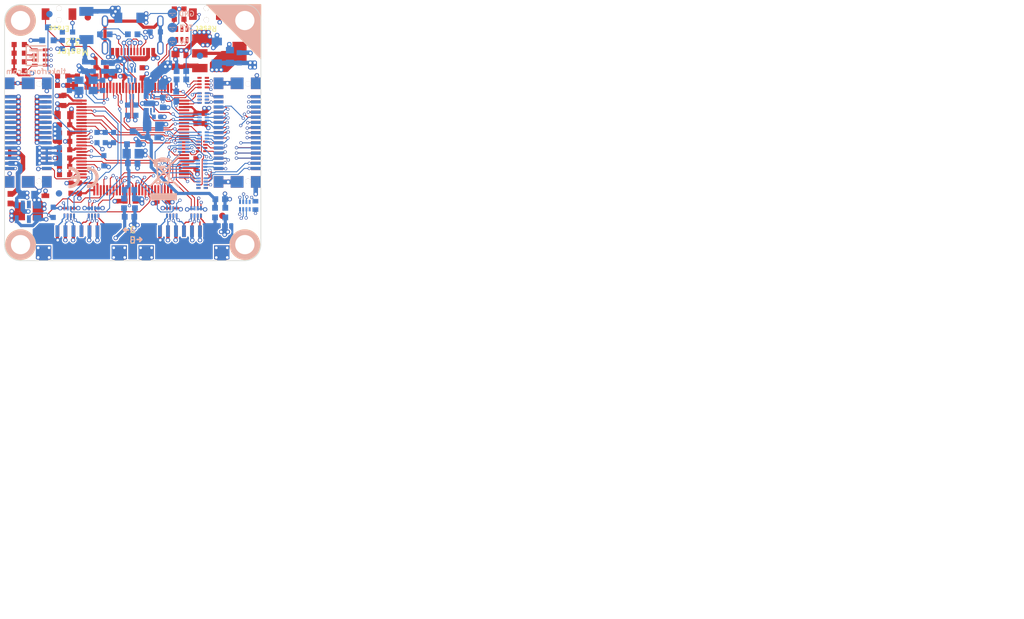
<source format=kicad_pcb>
(kicad_pcb (version 20221018) (generator pcbnew)
  (title_block (date "2022-01-11") (rev "3.2") (company "Tinkerforge GmbH") (comment 1 "Licensed under CERN OHL v.1.1") (comment 2 "Copyright (©) 2022, B.Nordmeyer <bastian@tinkerforge.com>"))
  (layers (0 "F.Cu" signal "Vorderseite") (1 "In1.Cu" signal "GND") (2 "In2.Cu" signal "VCC") (31 "B.Cu" signal "Rückseite") (34 "B.Paste" user) (35 "F.Paste" user) (36 "B.SilkS" user "B.Silkscreen") (37 "F.SilkS" user "F.Silkscreen") (38 "B.Mask" user) (39 "F.Mask" user) (44 "Edge.Cuts" user))
  (net 0 "")
  (net 1 "3V3")
  (net 2 "3V3-EN")
  (net 3 "GND")
  (net 4 "LED1")
  (net 5 "LED2")
  (net 6 "LED3")
  (net 7 "LED4")
  (net 8 "SCL-PULLUP")
  (net 9 "SDA-PULLUP")
  (net 10 "STACK-CURRENT")
  (net 11 "STACK-EX-0-GP00")
  (net 12 "STACK-EX-0-GP01")
  (net 13 "STACK-EX-0-GP02")
  (net 14 "STACK-EX-1-GP00")
  (net 15 "STACK-EX-1-GP01")
  (net 16 "STACK-EX-1-GP02")
  (net 20 "STACK-MASTER-DETECT")
  (net 21 "STACK-RESET")
  (net 22 "STACK-SELECT-00")
  (net 23 "STACK-SELECT-01")
  (net 24 "STACK-SELECT-02")
  (net 25 "STACK-SELECT-03")
  (net 26 "STACK-SELECT-04")
  (net 27 "STACK-SELECT-05")
  (net 28 "STACK-SELECT-06")
  (net 29 "STACK-SELECT-07")
  (net 30 "STACK-SELECT-EX-00")
  (net 31 "STACK-SELECT-EX-01")
  (net 32 "STACK-SER-RXD")
  (net 33 "STACK-SER-SCK")
  (net 34 "STACK-SER-TXD")
  (net 35 "STACK-SER2-RTS")
  (net 36 "STACK-SER2-RXD")
  (net 37 "STACK-SER2-TXD")
  (net 38 "STACK-SPI-MISO")
  (net 39 "STACK-SPI-MOSI")
  (net 40 "STACK-SPI-SCLK")
  (net 41 "STACK-SPI-SELECT")
  (net 43 "STACK-VOLTAGE")
  (net 44 "USB-DETECT")
  (net 45 "VSTACK")
  (net 46 "VUSB")
  (net 47 "XIN")
  (net 48 "XOUT")
  (net 49 "Net-(C10-Pad1)")
  (net 50 "Net-(C11-Pad1)")
  (net 51 "Net-(C27-Pad1)")
  (net 52 "Net-(C36-Pad1)")
  (net 53 "Net-(C37-Pad1)")
  (net 54 "Net-(D1-Pad2)")
  (net 55 "Net-(D2-Pad2)")
  (net 56 "Net-(D3-Pad2)")
  (net 57 "Net-(D4-Pad2)")
  (net 58 "Net-(D5-Pad2)")
  (net 59 "Net-(D6-Pad2)")
  (net 60 "Net-(J1-Pad3)")
  (net 61 "Net-(J1-Pad2)")
  (net 62 "Net-(J6-Pad7)")
  (net 63 "Net-(J8-Pad1)")
  (net 64 "Net-(J8-Pad10)")
  (net 65 "Net-(L1-Pad2)")
  (net 66 "Net-(L1-Pad3)")
  (net 67 "Net-(R3-Pad2)")
  (net 68 "Net-(R4-Pad2)")
  (net 69 "Net-(RP3-Pad5)")
  (net 70 "Net-(RP3-Pad8)")
  (net 71 "Net-(SW2-Pad1)")
  (net 72 "Net-(L1-Pad4)")
  (net 73 "Net-(L1-Pad1)")
  (net 74 "Net-(J1-Pad4)")
  (net 87 "VCC")
  (net 88 "Net-(C40-Pad1)")
  (net 89 "5VBricklet")
  (net 90 "3,3VBricklet")
  (net 91 "Net-(CP1-Pad4)")
  (net 92 "Net-(CP1-Pad3)")
  (net 93 "Net-(CP1-Pad2)")
  (net 95 "Net-(CP2-Pad4)")
  (net 96 "Net-(CP2-Pad3)")
  (net 97 "Net-(CP2-Pad2)")
  (net 99 "Net-(CP3-Pad4)")
  (net 100 "Net-(CP3-Pad3)")
  (net 101 "Net-(CP3-Pad2)")
  (net 103 "Net-(CP4-Pad4)")
  (net 104 "Net-(CP4-Pad3)")
  (net 105 "Net-(CP4-Pad2)")
  (net 107 "Net-(FB4-Pad1)")
  (net 108 "Net-(P1-Pad7)")
  (net 109 "Net-(P2-Pad7)")
  (net 110 "Net-(P3-Pad7)")
  (net 111 "Net-(P4-Pad7)")
  (net 112 "Net-(Q1-PadG)")
  (net 113 "Bricklet_Enable")
  (net 114 "Port-A-MISO")
  (net 115 "Port-A-MOSI")
  (net 116 "Port-A-CLK")
  (net 117 "Port-A-CS")
  (net 118 "Port-B-MISO")
  (net 119 "Port-B-MOSI")
  (net 120 "Port-B-CLK")
  (net 121 "Port-B-CS")
  (net 122 "Port-C-MISO")
  (net 123 "Port-C-MOSI")
  (net 124 "Port-C-CLK")
  (net 125 "Port-C-CS")
  (net 126 "Port-D-MISO")
  (net 127 "Port-D-MOSI")
  (net 128 "Port-D-CLK")
  (net 129 "Port-D-CS")
  (net 134 "Net-(J1-Pad5)")
  (net 135 "Net-(C41-Pad2)")
  (net 136 "Net-(C43-Pad2)")
  (net 137 "Net-(C47-Pad2)")
  (net 138 "GNDD1")
  (net 139 "Net-(J6-Pad6)")
  (net 140 "Net-(J6-Pad8)")
  (net 141 "Net-(J6-Pad10)")
  (net 142 "Net-(J6-Pad12)")
  (net 143 "Net-(J6-Pad14)")
  (net 144 "Net-(J6-Pad16)")
  (net 145 "Net-(J6-Pad18)")
  (net 146 "Net-(J6-Pad20)")
  (net 147 "Net-(J6-Pad22)")
  (net 148 "Net-(J6-Pad24)")
  (net 149 "Net-(J6-Pad26)")
  (net 150 "Net-(J6-Pad28)")
  (net 151 "Net-(J6-Pad30)")
  (net 154 "Net-(J6-Pad29)")
  (net 155 "Net-(J6-Pad27)")
  (net 156 "Net-(J6-Pad25)")
  (net 157 "Net-(J6-Pad23)")
  (net 158 "Net-(J6-Pad21)")
  (net 159 "Net-(J6-Pad19)")
  (net 160 "Net-(J6-Pad17)")
  (net 161 "Net-(J6-Pad15)")
  (net 162 "Net-(J6-Pad13)")
  (net 163 "Net-(J6-Pad5)")
  (net 164 "Net-(J6-Pad3)")
  (net 165 "Net-(J6-Pad1)")
  (net 167 "STACK-HIGH{slash}JTAG-TMS")
  (net 168 "STACK-SYNC{slash}JTAG-TCK")
  (net 172 "STACK-I2C-SCL{slash}JTAG-TDO")
  (net 175 "STACK-I2C-SDA{slash}JTAG-TDI")
  (net 178 "Net-(J6-Pad11)")
  (net 179 "Net-(J6-Pad9)")
  (net 180 "Net-(J6-Pad2)")
  (net 181 "Net-(J6-Pad4)")
  (net 188 "unconnected-(U1-Pad81)")
  (net 191 "PGND")
  (net 192 "USB_GND")
  (net 193 "Net-(FB102-Pad1)")
  (net 194 "Net-(J7-Pad6)")
  (footprint "C0603" (layer "F.Cu") (at 149.6 100.7 180)
    (fp_text reference "C22")
    (fp_text value "100nF")
  )
  (footprint "kicad-libraries:SOD-123" (layer "F.Cu") (at 129.525 99.875 180)
    (fp_text reference "D14")
    (fp_text value "B0520LW")
  )
  (footprint "kicad-libraries:SOT-223" (layer "F.Cu") (at 158.575 77.625 -90)
    (fp_text reference "U12")
    (fp_text value "LD1117")
  )
  (footprint "kicad-libraries:4X0402" (layer "F.Cu") (at 151.1 102.4)
    (fp_text reference "CP2")
    (fp_text value "220pF")
  )
  (footprint "kicad-libraries:CON-SENSOR2" (layer "F.Cu") (at 137 110)
    (fp_text reference "P3")
    (fp_text value "Port C")
  )
  (footprint "kicad-libraries:CON-SENSOR2" (layer "F.Cu") (at 153 110)
    (fp_text reference "P4")
    (fp_text value "Port D")
  )
  (footprint "kicad-libraries:4X0402" (layer "F.Cu") (at 138.9 102.4 180)
    (fp_text reference "RP7")
    (fp_text value "82")
  )
  (footprint "kicad-libraries:4X0402" (layer "F.Cu") (at 154.9 102.4 180)
    (fp_text reference "RP9")
    (fp_text value "82")
  )
  (footprint "kicad-libraries:4X0402" (layer "F.Cu") (at 135.1 102.4)
    (fp_text reference "CP1")
    (fp_text value "220pF")
  )
  (footprint "C0603" (layer "F.Cu") (at 134.375 95.275 180)
    (fp_text reference "C11")
    (fp_text value "DNP")
  )
  (footprint "C0805" (layer "F.Cu") (at 134.275 87.275 180)
    (fp_text reference "C15")
    (fp_text value "10µF/10V")
  )
  (footprint "C0603" (layer "F.Cu") (at 134.375 88.775 180)
    (fp_text reference "C16")
    (fp_text value "100nF")
  )
  (footprint "3528-21" (layer "F.Cu") (at 128.8 102.3)
    (fp_text reference "C17")
    (fp_text value "100µF")
  )
  (footprint "C0603" (layer "F.Cu") (at 156.175 87.775 90)
    (fp_text reference "C18")
    (fp_text value "4.7µF")
  )
  (footprint "C0603" (layer "F.Cu") (at 135.375 98.675 -90)
    (fp_text reference "C19")
    (fp_text value "4.7µF")
  )
  (footprint "C0603" (layer "F.Cu") (at 136.675 98.675 -90)
    (fp_text reference "C20")
    (fp_text value "100nF")
  )
  (footprint "C0805" (layer "F.Cu") (at 151.675 78.725 90)
    (fp_text reference "C21")
    (fp_text value "10µF/10V")
  )
  (footprint "C0603" (layer "F.Cu") (at 153.325 78.775 90)
    (fp_text reference "C23")
    (fp_text value "100nF")
  )
  (footprint "C0603" (layer "F.Cu") (at 154.875 87.775 90)
    (fp_text reference "C24")
    (fp_text value "100nF")
  )
  (footprint "C0603" (layer "F.Cu") (at 142.975 81.175 180)
    (fp_text reference "C25")
    (fp_text value "100nF")
  )
  (footprint "C0603" (layer "F.Cu") (at 140.075 79.875)
    (fp_text reference "C26")
    (fp_text value "100nF")
  )
  (footprint "C0603" (layer "F.Cu") (at 134.375 91.375 180)
    (fp_text reference "C27")
    (fp_text value "2.2µF")
  )
  (footprint "C0603" (layer "F.Cu") (at 134.375 90.075 180)
    (fp_text reference "C28")
    (fp_text value "100nF")
  )
  (footprint "C0603" (layer "F.Cu") (at 134.375 92.675 180)
    (fp_text reference "C30")
    (fp_text value "100nF")
  )
  (footprint "C0603" (layer "F.Cu") (at 144.6069 100.7)
    (fp_text reference "C32")
    (fp_text value "100nF")
  )
  (footprint "C0603" (layer "F.Cu") (at 154.875 94.875 -90)
    (fp_text reference "C33")
    (fp_text value "100nF")
  )
  (footprint "C0603" (layer "F.Cu") (at 146.475 80.675 90)
    (fp_text reference "C34")
    (fp_text value "100nF")
  )
  (footprint "C0603" (layer "F.Cu") (at 140.075 81.175)
    (fp_text reference "C37")
    (fp_text value "100nF")
  )
  (footprint "C0603" (layer "F.Cu") (at 134.275 84.975 -90)
    (fp_text reference "C38")
    (fp_text value "100nF")
  )
  (footprint "D0603" (layer "F.Cu") (at 153.001 71.5011 -90)
    (fp_text reference "D1")
    (fp_text value "blue")
  )
  (footprint "D0603" (layer "F.Cu") (at 151.5 71.5011 -90)
    (fp_text reference "D2")
    (fp_text value "red")
  )
  (footprint "D0603" (layer "F.Cu") (at 127.301 80.3504)
    (fp_text reference "D3")
    (fp_text value "blue")
  )
  (footprint "D0603" (layer "F.Cu") (at 127.301 78.9509)
    (fp_text reference "D4")
    (fp_text value "blue")
  )
  (footprint "D0603" (layer "F.Cu") (at 127.301 77.6021)
    (fp_text reference "D5")
    (fp_text value "blue")
  )
  (footprint "D0603" (layer "F.Cu") (at 127.301 76.2509)
    (fp_text reference "D6")
    (fp_text value "blue")
  )
  (footprint "DRILL_NP" (layer "F.Cu") (at 127.5 72.5 90)
    (fp_text reference "J2" hide)
    (fp_text value "DRILL" hide)
  )
  (footprint "DRILL_NP" (layer "F.Cu") (at 162.5 72.5 180)
    (fp_text reference "J3" hide)
    (fp_text value "DRILL" hide)
  )
  (footprint "DRILL_NP" (layer "F.Cu") (at 162.501 107.5 90)
    (fp_text reference "J4" hide)
    (fp_text value "DRILL" hide)
  )
  (footprint "DRILL_NP" (layer "F.Cu") (at 127.502 107.5 -90)
    (fp_text reference "J5" hide)
    (fp_text value "DRILL" hide)
  )
  (footprint "BTB08-ACS-TOP" (layer "F.Cu") (at 161.299 90.0024 90)
    (fp_text reference "J6")
    (fp_text value "STACK-UP-HIGH")
  )
  (footprint "BTB08-ACS-TOP" (layer "F.Cu") (at 128.701 90.0024 90)
    (fp_text reference "J8")
    (fp_text value "STACK-UP-LOW")
  )
  (footprint "C0805" (layer "F.Cu") (at 136.975 82.675)
    (fp_text reference "L2")
    (fp_text value "LBR2012T100K")
  )
  (footprint "R0603" (layer "F.Cu") (at 134.375 93.975 180)
    (fp_text reference "R12")
    (fp_text value "DNP")
  )
  (footprint "R0603" (layer "F.Cu") (at 134.375 96.575)
    (fp_text reference "R13")
    (fp_text value "DNP")
  )
  (footprint "R0603" (layer "F.Cu") (at 137.175 81.175)
    (fp_text reference "R16")
    (fp_text value "1R0")
  )
  (footprint "0603X4" (layer "F.Cu") (at 152.275 74.675)
    (fp_text reference "RP3")
    (fp_text value "1k")
  )
  (footprint "0603X4" (layer "F.Cu") (at 130.575 78.275 -90)
    (fp_text reference "RP4")
    (fp_text value "1k")
  )
  (footprint "TACT-SWITCH" (layer "F.Cu") (at 156.501 71.5011)
    (fp_text reference "SW1")
    (fp_text value "Reset")
  )
  (footprint "TACT-SWITCH" (layer "F.Cu") (at 133.501 71.5011)
    (fp_text reference "SW2")
    (fp_text value "Erase")
  )
  (footprint "LQFP100" (layer "F.Cu") (at 145.0123 91.0128 -90)
    (fp_text reference "U1")
    (fp_text value "SAM4S4CA")
  )
  (footprint "kicad-libraries:4X0402" (layer "F.Cu") (at 156.025 84.6 90)
    (fp_text reference "RP8")
    (fp_text value "1k")
  )
  (footprint "kicad-libraries:4X0402" (layer "F.Cu") (at 155.85 97.9 -90)
    (fp_text reference "RP306")
    (fp_text value "82")
  )
  (footprint "kicad-libraries:4X0402" (layer "F.Cu") (at 155.75 92.15 -90)
    (fp_text reference "RP303")
    (fp_text value "82")
  )
  (footprint "kicad-libraries:4X0402" (layer "F.Cu") (at 156 82.2 -90)
    (fp_text reference "RP309")
    (fp_text value "1k")
  )
  (footprint "kicad-libraries:USB-C-2" (layer "F.Cu") (at 145 70 180)
    (fp_text reference "J1")
    (fp_text value "USB-C")
  )
  (footprint "kicad-libraries:R0603F" (layer "F.Cu") (at 125.925 100.325 -90)
    (fp_text reference "FB4")
    (fp_text value "FB")
  )
  (footprint "C0603" (layer "F.Cu") (at 134.075 82.625 180)
    (fp_text reference "C401")
    (fp_text value "100nF")
  )
  (footprint "C0603" (layer "F.Cu") (at 134.075 81.175 180)
    (fp_text reference "C36")
    (fp_text value "4.7µF")
  )
  (footprint "kicad-libraries:Fiducial_Mark" (layer "F.Cu") (at 131 105)
    (fp_text reference "Fiducial_Mark" hide)
    (fp_text value "VAL**" hide)
  )
  (footprint "kicad-libraries:Fiducial_Mark" (layer "F.Cu") (at 138 72)
    (fp_text reference "Fiducial_Mark" hide)
    (fp_text value "VAL**" hide)
  )
  (footprint "kicad-libraries:Fiducial_Mark" (layer "F.Cu") (at 159 103)
    (fp_text reference "Fiducial_Mark" hide)
    (fp_text value "VAL**" hide)
  )
  (footprint "kicad-libraries:C0805E" (layer "B.Cu") (at 145 93.3 180)
    (fp_text reference "C43")
    (fp_text value "10uF")
  )
  (footprint "kicad-libraries:4X0402" (layer "B.Cu") (at 138.9 102.4 180)
    (fp_text reference "CP3")
    (fp_text value "220pF")
  )
  (footprint "kicad-libraries:SOT23-3" (layer "B.Cu") (at 145 90.8)
    (fp_text reference "U4")
    (fp_text value "AP7333-33SRG")
  )
  (footprint "kicad-libraries:MiniMelf" (layer "B.Cu") (at 144.475 72.075)
    (fp_text reference "D12")
    (fp_text value "Z5V")
  )
  (footprint "kicad-libraries:MiniMelf" (layer "B.Cu") (at 158.125 77.475 90)
    (fp_text reference "D13")
    (fp_text value "Z3.3V")
  )
  (footprint "kicad-libraries:SOT23GDS" (layer "B.Cu") (at 131.775 74.575)
    (fp_text reference "Q1")
    (fp_text value "2N7002P")
  )
  (footprint "kicad-libraries:SOT23-5L" (layer "B.Cu") (at 127.85 102.375 180)
    (fp_text reference "U13")
    (fp_text value "STMPS2171STR")
  )
  (footprint "kicad-libraries:C0603F" (layer "B.Cu") (at 149.7 85.3 -90)
    (fp_text reference "C14")
    (fp_text value "1uF")
  )
  (footprint "kicad-libraries:C0603F" (layer "B.Cu") (at 145 94.8 180)
    (fp_text reference "C44")
    (fp_text value "100nF")
  )
  (footprint "kicad-libraries:4X0402" (layer "B.Cu") (at 154.9 102.4 180)
    (fp_text reference "CP4")
    (fp_text value "220pF")
  )
  (footprint "kicad-libraries:CON-SENSOR2" (layer "B.Cu") (at 137 110 180)
    (fp_text reference "P1")
    (fp_text value "Port A")
  )
  (footprint "kicad-libraries:CON-SENSOR2" (layer "B.Cu") (at 153 110 180)
    (fp_text reference "P2")
    (fp_text value "Port B")
  )
  (footprint "kicad-libraries:R0603F" (layer "B.Cu") (at 145 74.65 180)
    (fp_text reference "R5")
    (fp_text value "5k1")
  )
  (footprint "kicad-libraries:R0603F" (layer "B.Cu") (at 151.8 84.35 -90)
    (fp_text reference "R7")
    (fp_text value "1k")
  )
  (footprint "kicad-libraries:4X0402" (layer "B.Cu") (at 135.1 102.4)
    (fp_text reference "RP5")
    (fp_text value "82")
  )
  (footprint "kicad-libraries:4X0402" (layer "B.Cu") (at 151.1 102.4)
    (fp_text reference "RP6")
    (fp_text value "82")
  )
  (footprint "C0603" (layer "B.Cu") (at 142.025 90.775 -90)
    (fp_text reference "C10")
    (fp_text value "DNP")
  )
  (footprint "C0805" (layer "B.Cu") (at 160.175 78.125 90)
    (fp_text reference "C29")
    (fp_text value "10µF/10V")
  )
  (footprint "C0603" (layer "B.Cu") (at 161.625 78.325 90)
    (fp_text reference "C31")
    (fp_text value "100nF")
  )
  (footprint "C0805" (layer "B.Cu") (at 128.675 99.725)
    (fp_text reference "C39")
    (fp_text value "10µF/10V")
  )
  (footprint "SOD-128" (layer "B.Cu") (at 137.775 73.275 -90)
    (fp_text reference "D11")
    (fp_text value "PMEG4050")
  )
  (footprint "BTB08-ACS-BTM" (layer "B.Cu") (at 161.299 90.0024 -90)
    (fp_text reference "J7")
    (fp_text value "STACK-HIGH")
  )
  (footprint "BTB08-ACS-BTM" (layer "B.Cu") (at 128.701 90.0024 -90)
    (fp_text reference "J9")
    (fp_text value "STACK-DOWN")
  )
  (footprint "WE-CNSW-0603" (layer "B.Cu") (at 144.85 83.65 -90)
    (fp_text reference "L1")
    (fp_text value "744230900")
  )
  (footprint "TSTPT" (layer "B.Cu") (at 151.2 71.4)
    (fp_text reference "P5")
    (fp_text value "TSTPT_GND")
  )
  (footprint "TSTPT" (layer "B.Cu") (at 151.2 75.8)
    (fp_text reference "P6")
    (fp_text value "TSTPT_5V")
  )
  (footprint "TSTPT" (layer "B.Cu") (at 151.2 73.6)
    (fp_text reference "P7")
    (fp_text value "TSTPT_3V3")
  )
  (footprint "R0603" (layer "B.Cu") (at 145.5 86.5 -90)
    (fp_text reference "R3")
    (fp_text value "27")
  )
  (footprint "R0603" (layer "B.Cu") (at 144.2 86.5 -90)
    (fp_text reference "R4")
    (fp_text value "27")
  )
  (footprint "R0603" (layer "B.Cu") (at 134.825 76.9)
    (fp_text reference "R6")
    (fp_text value "47k")
  )
  (footprint "R0603" (layer "B.Cu") (at 134.825 75.6 180)
    (fp_text reference "R8")
    (fp_text value "10k")
  )
  (footprint "R0603" (layer "B.Cu") (at 139.425 90.775 -90)
    (fp_text reference "R9")
    (fp_text value "DNP")
  )
  (footprint "R0603" (layer "B.Cu") (at 140.725 90.775 90)
    (fp_text reference "R10")
    (fp_text value "DNP")
  )
  (footprint "R0603" (layer "B.Cu") (at 134.825 74.3 180)
    (fp_text reference "R11")
    (fp_text value "10k")
  )
  (footprint "R0603" (layer "B.Cu") (at 140.5 94.4 90)
    (fp_text reference "R15")
    (fp_text value "100k")
  )
  (footprint "R0603" (layer "B.Cu") (at 132.6 102.45 90)
    (fp_text reference "R17")
    (fp_text value "10k")
  )
  (footprint "SOT563-SPEC" (layer "B.Cu") (at 144.85 81.05)
    (fp_text reference "U2")
    (fp_text value "82400152")
  )
  (footprint "kicad-libraries:R0603F" (layer "B.Cu") (at 140.65 74.65 180)
    (fp_text reference "R18")
    (fp_text value "5k1")
  )
  (footprint "kicad-libraries:C0603F" (layer "B.Cu") (at 137.55 79.65 90)
    (fp_text reference "C46")
    (fp_text value "1uF")
  )
  (footprint "C0603" (layer "B.Cu") (at 135.125 82.625 -90)
    (fp_text reference "C13")
    (fp_text value "DNP")
  )
  (footprint "C0603" (layer "B.Cu") (at 140.325 82.625 90)
    (fp_text reference "C12")
    (fp_text value "DNP")
  )
  (footprint "CRYSTAL_3225" (layer "B.Cu") (at 137.725 82.625 180)
    (fp_text reference "X1")
    (fp_text value "16Mhz")
  )
  (footprint "kicad-libraries:R0603F" (layer "B.Cu") (at 157.85 102.5 -90)
    (fp_text reference "L3")
    (fp_text value "FB")
  )
  (footprint "kicad-libraries:R0603F" (layer "B.Cu") (at 143.65 101.05 90)
    (fp_text reference "L4")
    (fp_text value "FB")
  )
  (footprint "kicad-libraries:C0603F" (layer "B.Cu") (at 158.65 100.4 180)
    (fp_text reference "C49")
    (fp_text value "2.2uF")
  )
  (footprint "kicad-libraries:C0603F" (layer "B.Cu") (at 144.5 98.95 180)
    (fp_text reference "C50")
    (fp_text value "2.2uF")
  )
  (footprint "kicad-libraries:C0603F" (layer "B.Cu") (at 144.5 103.15 180)
    (fp_text reference "C51")
    (fp_text value "2.2uF")
  )
  (footprint "kicad-libraries:C0603F" (layer "B.Cu") (at 158.65 104.6 180)
    (fp_text reference "C48")
    (fp_text value "2.2uF")
  )
  (footprint "kicad-libraries:R0603F" (layer "B.Cu") (at 159.45 102.5 -90)
    (fp_text reference "L5")
    (fp_text value "FB")
  )
  (footprint "kicad-libraries:R0603F" (layer "B.Cu") (at 145.35 101.05 90)
    (fp_text reference "L6")
    (fp_text value "FB")
  )
  (footprint "kicad-libraries:4X0402" (layer "B.Cu") (at 156 90.7 -90)
    (fp_text reference "RP302")
    (fp_text value "82")
  )
  (footprint "kicad-libraries:4X0402" (layer "B.Cu") (at 155.75 95.1 90)
    (fp_text reference "RP304")
    (fp_text value "82")
  )
  (footprint "C0603" (layer "B.Cu") (at 139.65 79.05)
    (fp_text reference "FB1")
    (fp_text value "FB")
  )
  (footprint "kicad-libraries:4X0402" (layer "B.Cu") (at 162.5 101.4 180)
    (fp_text reference "RP305")
    (fp_text value "82")
  )
  (footprint "kicad-libraries:4X0402" (layer "B.Cu") (at 155.825 97.90108 -90)
    (fp_text reference "RP308")
    (fp_text value "82")
  )
  (footprint "kicad-libraries:4X0402" (layer "B.Cu") (at 156 87.875 -90)
    (fp_text reference "RP301")
    (fp_text value "82")
  )
  (footprint "kicad-libraries:4X0402" (layer "B.Cu") (at 156 84.6 -90)
    (fp_text reference "RP310")
    (fp_text value "82")
  )
  (footprint "C0603" (layer "B.Cu") (at 133.55 91.5499 90)
    (fp_text reference "FB3")
    (fp_text value "FB")
  )
  (footprint "kicad-libraries:4X0402" (layer "B.Cu") (at 152.95 92.25 90)
    (fp_text reference "RP307")
    (fp_text value "82")
  )
  (footprint "kicad-libraries:C0805E" (layer "B.Cu") (at 148.2 89.05 180)
    (fp_text reference "C41")
    (fp_text value "10uF")
  )
  (footprint "kicad-libraries:C0402F" (layer "B.Cu") (at 148.8 87.55)
    (fp_text reference "C40")
    (fp_text value "DNP")
  )
  (footprint "kicad-libraries:C0603F" (layer "B.Cu") (at 148.1 90.75 180)
    (fp_text reference "C42")
    (fp_text value "100nF")
  )
  (footprint "kicad-libraries:WSON8-2x2" (layer "B.Cu") (at 147.6 85.45 -90)
    (fp_text reference "U3")
    (fp_text value "TPS22975")
  )
  (footprint "kicad-libraries:C0805E" (layer "B.Cu") (at 148.7 82.55 180)
    (fp_text reference "C45")
    (fp_text value "10uF")
  )
  (footprint "C0805" (layer "B.Cu") (at 130.125 102.37424 90)
    (fp_text reference "C35")
    (fp_text value "10µF/10V")
  )
  (footprint "C0603" (layer "B.Cu") (at 139.65 80.425)
    (fp_text reference "FB101")
    (fp_text value "FB")
  )
  (footprint "kicad-libraries:C0603F" (layer "B.Cu") (at 141.75 79.9 90)
    (fp_text reference "C47")
    (fp_text value "1uF")
  )
  (footprint "C0603" (layer "B.Cu") (at 148.525 74.275 180)
    (fp_text reference "FB102")
    (fp_text value "FB")
  )
  (footprint "kicad-libraries:R0402E" (layer "B.Cu") (at 164.15 101.375 90)
    (fp_text reference "R301")
    (fp_text value "82")
  )
  (footprint "kicad-libraries:C0603F" (layer "B.Cu") (at 152.6 80.4)
    (fp_text reference "C101")
    (fp_text value "4.7nF")
  )
  (footprint "kicad-libraries:R0603F" (layer "B.Cu") (at 152.6 81.7 180)
    (fp_text reference "R101")
    (fp_text value "100k")
  )
  (footprint "kicad-libraries:Fiducial_Mark" (layer "B.Cu") (at 155.5 78 180)
    (fp_text reference "Fiducial_Mark" hide)
    (fp_text value "VAL**" hide)
  )
  (footprint "kicad-libraries:Fiducial_Mark" (layer "B.Cu") (at 133.5 99.5 180)
    (fp_text reference "Fiducial_Mark" hide)
    (fp_text value "VAL**" hide)
  )
  (footprint "kicad-libraries:WEEE_7mm" (layer "B.Cu") (at 149.8 97 180)
    (fp_text reference "VAL" hide)
    (fp_text value "WEEE_7mm" hide)
  )
  (footprint "kicad-libraries:Fiducial_Mark" (layer "B.Cu") (at 132 71.5 180)
    (fp_text reference "Fiducial_Mark" hide)
    (fp_text value "VAL**" hide)
  )
  (footprint "kicad-libraries:CE_5mm" (layer "B.Cu") (at 137.3 97 180)
    (fp_text reference "VAL" hide)
    (fp_text value "CE_5mm" hide)
  )
  (footprint "kicad-libraries:Logo_31x31" (layer "B.Cu") (at 129.9 78 180)
    (fp_text reference "G***" hide)
    (fp_text value "LOGO" hide)
  )
  (gr_line (start 143.60054 105.20188) (end 144.30158 105.20188) (stroke (width 0.24892)) (layer "B.SilkS"))
  (gr_line (start 143.60054 105.20188) (end 143.90026 105.5016) (stroke (width 0.24892)) (layer "B.SilkS"))
  (gr_line (start 145.70112 106.70048) (end 146.39962 106.70048) (stroke (width 0.24892)) (layer "B.SilkS"))
  (gr_line (start 143.60054 105.20188) (end 143.90026 104.90216) (stroke (width 0.24892)) (layer "B.SilkS"))
  (gr_line (start 146.39962 106.70048) (end 146.0999 106.40076) (stroke (width 0.24892)) (layer "B.SilkS"))
  (gr_line (start 146.39962 106.70048) (end 146.0999 107.0002) (stroke (width 0.24892)) (layer "B.SilkS"))
  (gr_poly (pts (xy 165 78.5) (xy 156.5 70) (xy 165 70)) (stroke (width 0.1)) (fill solid) (layer "B.SilkS"))
  (gr_line (start 145.70112 106.70048) (end 146.39962 106.70048) (stroke (width 0.24892)) (layer "F.SilkS"))
  (gr_line (start 146.39962 106.70048) (end 146.0999 106.40076) (stroke (width 0.24892)) (layer "F.SilkS"))
  (gr_line (start 146.0999 107.0002) (end 146.39962 106.70048) (stroke (width 0.24892)) (layer "F.SilkS"))
  (gr_line (start 143.60054 105.20188) (end 144.30158 105.20188) (stroke (width 0.24892)) (layer "F.SilkS"))
  (gr_line (start 143.90026 105.5016) (end 143.60054 105.20188) (stroke (width 0.24892)) (layer "F.SilkS"))
  (gr_line (start 143.60054 105.20188) (end 143.90026 104.90216) (stroke (width 0.24892)) (layer "F.SilkS"))
  (gr_poly (pts (xy 165 78.5) (xy 156.5 70) (xy 165 70)) (stroke (width 0.1)) (fill solid) (layer "F.SilkS"))
  (gr_line (start 165.00004 72.49928) (end 165.00004 107.50048) (stroke (width 0.09906)) (layer "Edge.Cuts"))
  (gr_arc (start 165.00004 107.50048) (mid 164.267994 109.267794) (end 162.50068 109.99984) (stroke (width 0.09906)) (layer "Edge.Cuts"))
  (gr_line (start 127.49948 69.99992) (end 162.50068 69.99992) (stroke (width 0.09906)) (layer "Edge.Cuts"))
  (gr_line (start 125.00012 107.50048) (end 125.00012 72.49928) (stroke (width 0.09906)) (layer "Edge.Cuts"))
  (gr_line (start 162.50068 109.99984) (end 127.49948 109.99984) (stroke (width 0.09906)) (layer "Edge.Cuts"))
  (gr_arc (start 127.49948 109.99984) (mid 125.732166 109.267794) (end 125.00012 107.50048) (stroke (width 0.09906)) (layer "Edge.Cuts"))
  (gr_arc (start 162.50068 69.99992) (mid 164.267994 70.731966) (end 165.00004 72.49928) (stroke (width 0.09906)) (layer "Edge.Cuts"))
  (gr_arc (start 125.00012 72.49928) (mid 125.732166 70.731966) (end 127.49948 69.99992) (stroke (width 0.09906)) (layer "Edge.Cuts"))
  (gr_text "3V3" (at 154.6 73.65) (layer "B.SilkS") (effects (font (size 0.8 0.8) (thickness 0.14986)) (justify left mirror)))
  (gr_text "5V" (at 153.85 75.8) (layer "B.SilkS") (effects (font (size 0.8 0.8) (thickness 0.14986)) (justify left mirror)))
  (gr_text "GND" (at 154.75 71.45) (layer "B.SilkS") (effects (font (size 0.8 0.8) (thickness 0.14986)) (justify left mirror)))
  (gr_text "A" (at 145.00008 105.20188) (layer "B.SilkS") (effects (font (size 1.00076 1.00076) (thickness 0.14986)) (justify mirror)))
  (gr_text "B" (at 145.00008 106.80208) (layer "B.SilkS") (effects (font (size 1.00076 1.00076) (thickness 0.14986)) (justify mirror)))
  (gr_text "tinkerforge.com" (at 129.9 80.45) (layer "B.SilkS") (effects (font (size 0.8001 0.8001) (thickness 0.14986)) (justify mirror)))
  (gr_text "Reset" (at 156.5012 73.74896 180) (layer "F.SilkS") (effects (font (size 0.8001 0.8001) (thickness 0.14986))))
  (gr_text "Erase" (at 133.49896 73.74896 180) (layer "F.SilkS") (effects (font (size 0.8001 0.8001) (thickness 0.14986))))
  (gr_text "Master\n3.2" (at 135.7 76.6 180) (layer "F.SilkS") (effects (font (size 1.00076 1.00076) (thickness 0.14986))))
  (gr_text "C" (at 145.00008 105.20188) (layer "F.SilkS") (effects (font (size 1.00076 1.00076) (thickness 0.14986))))
  (gr_text "D" (at 145.00008 106.80208) (layer "F.SilkS") (effects (font (size 1.00076 1.00076) (thickness 0.14986))))
  (segment (start 152.25 70.7) (end 151.501 70.7) (width 0.14986) (layer "F.Cu") (net 1))
  (segment (start 151.501 70.7) (end 151.5 70.701) (width 0.14986) (layer "F.Cu") (net 1))
  (segment (start 153.001 70.701) (end 152.251 70.701) (width 0.14986) (layer "F.Cu") (net 1))
  (segment (start 152.251 70.701) (end 152.25 70.7) (width 0.14986) (layer "F.Cu") (net 1))
  (segment (start 160.275 78.175) (end 161.1238 78.175) (width 0.70104) (layer "F.Cu") (net 1))
  (segment (start 161.1238 78.175) (end 161.6738 77.625) (width 0.70104) (layer "F.Cu") (net 1))
  (segment (start 135.375 97.8749) (end 134.6751 97.8749) (width 0.35) (layer "F.Cu") (net 1))
  (segment (start 134.6751 97.8749) (end 134.675 97.875) (width 0.35) (layer "F.Cu") (net 1))
  (segment (start 132.875 93.975) (end 133.5749 93.975) (width 0.35) (layer "F.Cu") (net 1))
  (segment (start 135.27576 86.47424) (end 135.45 86.3) (width 0.35) (layer "F.Cu") (net 1))
  (segment (start 135.27576 87.275) (end 135.27576 86.47424) (width 0.35) (layer "F.Cu") (net 1))
  (segment (start 126.5009 77.6021) (end 126.5009 76.2509) (width 0.3) (layer "F.Cu") (net 1))
  (segment (start 126.5009 78.9509) (end 126.5009 77.6021) (width 0.3) (layer "F.Cu") (net 1))
  (segment (start 126.5009 80.3504) (end 126.5009 78.9509) (width 0.3) (layer "F.Cu") (net 1))
  (segment (start 127.2184 81.0679) (end 126.5009 80.3504) (width 0.3) (layer "F.Cu") (net 1))
  (segment (start 128.9526 81.0679) (end 127.2184 81.0679) (width 0.3) (layer "F.Cu") (net 1))
  (segment (start 129.2858 80.7347) (end 128.9526 81.0679) (width 0.3) (layer "F.Cu") (net 1))
  (segment (start 152.25 70.7) (end 152.251 70.701) (width 0.1498) (layer "F.Cu") (net 1))
  (segment (start 154.301 88.0009) (end 154.875 88.5751) (width 0.33) (layer "F.Cu") (net 1))
  (segment (start 152.999 88.0009) (end 154.301 88.0009) (width 0.33) (layer "F.Cu") (net 1))
  (segment (start 156.175 88.5751) (end 154.875 88.5751) (width 0.33) (layer "F.Cu") (net 1))
  (segment (start 134.875 84.1749) (end 134.275 84.1749) (width 0.35) (layer "F.Cu") (net 1))
  (segment (start 135.701 85.0012) (end 134.875 84.1749) (width 0.35) (layer "F.Cu") (net 1))
  (segment (start 137.002 85.0012) (end 135.701 85.0012) (width 0.35) (layer "F.Cu") (net 1))
  (segment (start 139.675 79.875) (end 139.275 79.875) (width 0.2998) (layer "F.Cu") (net 1))
  (segment (start 140.001 80.2014) (end 139.675 79.875) (width 0.35) (layer "F.Cu") (net 1))
  (segment (start 140.001 83.0022) (end 140.001 80.2014) (width 0.35) (layer "F.Cu") (net 1))
  (segment (start 133.575 93.975) (end 133.5749 93.975) (width 0.33) (layer "F.Cu") (net 1))
  (segment (start 135.275 88.775) (end 135.1751 88.775) (width 0.33) (layer "F.Cu") (net 1))
  (segment (start 136.002 89.502) (end 135.275 88.775) (width 0.33) (layer "F.Cu") (net 1))
  (segment (start 137.002 89.502) (end 136.002 89.502) (width 0.33) (layer "F.Cu") (net 1))
  (segment (start 135.175 87.3757) (end 135.276 87.275) (width 0.33) (layer "F.Cu") (net 1))
  (segment (start 135.175 88.775) (end 135.175 87.3757) (width 0.33) (layer "F.Cu") (net 1))
  (segment (start 135.1751 88.775) (end 135.175 88.775) (width 0.33) (layer "F.Cu") (net 1))
  (segment (start 137.0138 89.5137) (end 137.0138 89.5142) (width 0.33) (layer "F.Cu") (net 1))
  (segment (start 137.0021 89.502) (end 137.0138 89.5137) (width 0.33) (layer "F.Cu") (net 1))
  (segment (start 137.002 89.502) (end 137.0021 89.502) (width 0.33) (layer "F.Cu") (net 1))
  (segment (start 161.45 77.625) (end 159.2 79.875) (width 0.7) (layer "F.Cu") (net 1))
  (segment (start 156.175 88.5751) (end 155.07495 88.5751) (width 0.7) (layer "F.Cu") (net 1))
  (segment (start 143.775 81.175) (end 143.75 81.2) (width 0.3) (layer "F.Cu") (net 1))
  (segment (start 134.17988 84.27012) (end 133.653462 84.27012) (width 0.7) (layer "F.Cu") (net 1))
  (segment (start 135.25 86.99571) (end 135.25 87.1) (width 0.7) (layer "F.Cu") (net 1))
  (segment (start 158.799994 80.2) (end 158.8 80.199994) (width 0.7) (layer "F.Cu") (net 1))
  (segment (start 158.1 79.25) (end 159.5 77.85) (width 0.7) (layer "F.Cu") (net 1))
  (segment (start 161.6738 77.625) (end 161.6738 79.0262) (width 0.5) (layer "F.Cu") (net 1))
  (segment (start 139.2749 79.875) (end 139.2749 78.4499) (width 0.5) (layer "F.Cu") (net 1))
  (segment (start 143.620181 81.15) (end 143.75 81.15) (width 0.5) (layer "F.Cu") (net 1))
  (segment (start 151.189593 100.855211) (end 150.693912 100.855211) (width 0.7) (layer "F.Cu") (net 1))
  (segment (start 156.450001 88.923175) (end 156.8 89.273174) (width 0.5) (layer "F.Cu") (net 1))
  (segment (start 155.07495 88.5751) (end 155.04985 88.55) (width 0.7) (layer "F.Cu") (net 1))
  (segment (start 159.725 77.625) (end 160.275 78.175) (width 0.50038) (layer "F.Cu") (net 1))
  (segment (start 131.37412 99.126452) (end 131.4 99.100572) (width 0.2) (layer "F.Cu") (net 1))
  (segment (start 158.1 80.2) (end 158.1 79.25) (width 0.7) (layer "F.Cu") (net 1))
  (segment (start 159 77.6) (end 161.6 77.6) (width 0.7) (layer "F.Cu") (net 1))
  (segment (start 143.570181 81.2) (end 143.620181 81.15) (width 0.5) (layer "F.Cu") (net 1))
  (segment (start 157.4 80.2) (end 158.799994 80.2) (width 0.7) (layer "F.Cu") (net 1))
  (segment (start 139.3 97.875) (end 134.675 97.875) (width 0.33) (layer "F.Cu") (net 1))
  (segment (start 132.875 93.975) (end 133.575 93.975) (width 0.7) (layer "F.Cu") (net 1))
  (segment (start 151.189593 100.739443) (end 151.189593 100.855211) (width 0.35) (layer "F.Cu") (net 1))
  (segment (start 150.693912 100.855211) (end 150.588701 100.75) (width 0.7) (layer "F.Cu") (net 1))
  (segment (start 135.6 71.5011) (end 135.6 72.900002) (width 0.1498) (layer "F.Cu") (net 1))
  (segment (start 135.45 86.79571) (end 135.25 86.99571) (width 0.7) (layer "F.Cu") (net 1))
  (segment (start 143.75 81.2) (end 143.570181 81.2) (width 0.3) (layer "F.Cu") (net 1))
  (segment (start 156.175 88.648174) (end 156.450001 88.923175) (width 0.5) (layer "F.Cu") (net 1))
  (segment (start 150.4001 100.7) (end 151.15015 100.7) (width 0.35) (layer "F.Cu") (net 1))
  (segment (start 133.575 93.975) (end 133.6 94) (width 0.7) (layer "F.Cu") (net 1))
  (segment (start 159.29571 80.199994) (end 158.8 80.199994) (width 0.7) (layer "F.Cu") (net 1))
  (segment (start 155.04985 88.55) (end 154.95 88.55) (width 0.7) (layer "F.Cu") (net 1))
  (segment (start 161.6738 77.625) (end 160.575 77.625) (width 0.7) (layer "F.Cu") (net 1))
  (segment (start 143.51 81.8399) (end 143.51 82.9932) (width 0.35) (layer "F.Cu") (net 1))
  (segment (start 156.175 88.5751) (end 156.175 88.648174) (width 0.5) (layer "F.Cu") (net 1))
  (segment (start 143.7751 81.175) (end 143.775 81.175) (width 0.3) (layer "F.Cu") (net 1))
  (segment (start 135.45 86.3) (end 135.45 86.79571) (width 0.7) (layer "F.Cu") (net 1))
  (segment (start 143.7751 81.175) (end 143.125 81.175) (width 0.7) (layer "F.Cu") (net 1))
  (segment (start 160.575 77.625) (end 158.65 79.55) (width 0.7) (layer "F.Cu") (net 1))
  (segment (start 139.501 98.999) (end 139.501 98.076) (width 0.33) (layer "F.Cu") (net 1))
  (segment (start 131.37412 99.875) (end 131.37412 99.126452) (width 0.5) (layer "F.Cu") (net 1))
  (segment (start 133.253001 84.1749) (end 133.157781 84.27012) (width 0.33) (layer "F.Cu") (net 1))
  (segment (start 143.570181 81.2) (end 143.0745 81.2) (width 0.3) (layer "F.Cu") (net 1))
  (segment (start 151 98.999) (end 151 100.1001) (width 0.33) (layer "F.Cu") (net 1))
  (segment (start 159.2 79.875) (end 159 79.875) (width 0.7) (layer "F.Cu") (net 1))
  (segment (start 143.775 81.5749) (end 143.51 81.8399) (width 0.35) (layer "F.Cu") (net 1))
  (segment (start 139.2749 78.4499) (end 138.775 77.95) (width 0.5) (layer "F.Cu") (net 1))
  (segment (start 143.125 81.175) (end 143.1 81.2) (width 0.7) (layer "F.Cu") (net 1))
  (segment (start 157.4 80.2) (end 157.4 79.2) (width 0.7) (layer "F.Cu") (net 1))
  (segment (start 155.4762 77.625) (end 159.725 77.625) (width 0.50038) (layer "F.Cu") (net 1))
  (segment (start 143.775 81.175) (end 143.775 81.5749) (width 0.35) (layer "F.Cu") (net 1))
  (segment (start 134.25 84.2) (end 134.17988 84.27012) (width 0.7) (layer "F.Cu") (net 1))
  (segment (start 150.588701 100.75) (end 150.45 100.75) (width 0.7) (layer "F.Cu") (net 1))
  (segment (start 133.653462 84.27012) (end 133.157781 84.27012) (width 0.7) (layer "F.Cu") (net 1))
  (segment (start 159.650006 80.199994) (end 159.29571 80.199994) (width 0.7) (layer "F.Cu") (net 1))
  (segment (start 134.275 84.1749) (end 133.253001 84.1749) (width 0.33) (layer "F.Cu") (net 1))
  (segment (start 151.15015 100.7) (end 151.189593 100.739443) (width 0.35) (layer "F.Cu") (net 1))
  (segment (start 161.6738 77.625) (end 161.45 77.625) (width 0.7) (layer "F.Cu") (net 1))
  (segment (start 158.65 79.55) (end 158.65 80.075) (width 0.7) (layer "F.Cu") (net 1))
  (segment (start 161.7 78.15) (end 159.650006 80.199994) (width 0.7) (layer "F.Cu") (net 1))
  (segment (start 157.4 79.2) (end 159 77.6) (width 0.7) (layer "F.Cu") (net 1))
  (segment (start 151 100.1001) (end 150.4001 100.7) (width 0.33) (layer "F.Cu") (net 1))
  (segment (start 139.501 98.076) (end 139.3 97.875) (width 0.33) (layer "F.Cu") (net 1))
  (via (at 158.1 80.2) (size 0.70104) (drill 0.4) (layers "F.Cu" "B.Cu") (net 1))
  (via (at 157.4 80.2) (size 0.70104) (drill 0.4) (layers "F.Cu" "B.Cu") (net 1))
  (via (at 135.45 86.3) (size 0.70104) (drill 0.4) (layers "F.Cu" "B.Cu") (net 1))
  (via (at 129.2858 80.7347) (size 0.701) (drill 0.4) (layers "F.Cu" "B.Cu") (net 1))
  (via (at 152.25 70.7) (size 0.701) (drill 0.4) (layers "F.Cu" "B.Cu") (net 1))
  (via (at 140.275 92.6) (size 0.701) (drill 0.4) (layers "F.Cu" "B.Cu") (net 1))
  (via (at 132.875 93.975) (size 0.701) (drill 0.4) (layers "F.Cu" "B.Cu") (net 1))
  (via (at 134.7 97.9) (size 0.701) (drill 0.4) (layers "F.Cu" "B.Cu") (net 1))
  (via (at 131.500126 103.55) (size 0.7) (drill 0.4) (layers "F.Cu" "B.Cu") (net 1))
  (via (at 131.4 99.100572) (size 0.7) (drill 0.4) (layers "F.Cu" "B.Cu") (net 1))
  (via (at 158.8 80.199994) (size 0.70104) (drill 0.4) (layers "F.Cu" "B.Cu") (net 1))
  (via (at 151.8 82.8) (size 0.5) (drill 0.3) (layers "F.Cu" "B.Cu") (net 1))
  (via (at 164.05 79.8) (size 0.7) (drill 0.4) (layers "F.Cu" "B.Cu") (net 1))
  (via (at 156.8 89.273174) (size 0.7) (drill 0.4) (layers "F.Cu" "B.Cu") (net 1))
  (via (at 164.05 79.1) (size 0.7) (drill 0.4) (layers "F.Cu" "B.Cu") (net 1))
  (via (at 133.157781 84.27012) (size 0.701) (drill 0.4) (layers "F.Cu" "B.Cu") (net 1))
  (via (at 135.6 72.900002) (size 0.7) (drill 0.4) (layers "F.Cu" "B.Cu") (net 1))
  (via (at 143.0745 81.2) (size 0.701) (drill 0.4) (layers "F.Cu" "B.Cu") (net 1))
  (via (at 138.775 77.95) (size 0.7) (drill 0.4) (layers "F.Cu" "B.Cu") (net 1))
  (via (at 163.35 79.1) (size 0.7) (drill 0.4) (layers "F.Cu" "B.Cu") (net 1))
  (via (at 163.35 79.8) (size 0.7) (drill 0.4) (layers "F.Cu" "B.Cu") (net 1))
  (via (at 151.189593 100.855211) (size 0.701) (drill 0.4) (layers "F.Cu" "B.Cu") (net 1))
  (segment (start 151.2 73.4) (end 151.7 73.4) (width 0.14986) (layer "B.Cu") (net 1))
  (segment (start 151.7 73.4) (end 152.2 72.9) (width 0.14986) (layer "B.Cu") (net 1))
  (segment (start 158.125 79.17426) (end 158.125 80.175) (width 0.70104) (layer "B.Cu") (net 1))
  (segment (start 158.125 80.175) (end 158.1 80.2) (width 0.70104) (layer "B.Cu") (net 1))
  (segment (start 158.125 79.475) (end 157.4 80.2) (width 0.70104) (layer "B.Cu") (net 1))
  (segment (start 152.2 72.9) (end 152.2 70.75) (width 0.14986) (layer "B.Cu") (net 1))
  (segment (start 152.2 70.75) (end 152.25 70.7) (width 0.14986) (layer "B.Cu") (net 1))
  (segment (start 160.175 79.12576) (end 158.1735 79.12576) (width 0.70104) (layer "B.Cu") (net 1))
  (segment (start 158.1735 79.12576) (end 158.125 79.17426) (width 0.70104) (layer "B.Cu") (net 1))
  (segment (start 161.625 79.1251) (end 160.17566 79.1251) (width 0.70104) (layer "B.Cu") (net 1))
  (segment (start 160.17566 79.1251) (end 160.175 79.12576) (width 0.70104) (layer "B.Cu") (net 1))
  (segment (start 129.775 103.6288) (end 129.775 103.3758) (width 0.3) (layer "B.Cu") (net 1))
  (segment (start 129.775 103.376) (end 129.773 103.377) (width 0.5004) (layer "B.Cu") (net 1))
  (segment (start 129.775 103.6288) (end 129.775 103.376) (width 0.5004) (layer "B.Cu") (net 1))
  (segment (start 139.425 91.775) (end 139.425 91.5751) (width 0.1498) (layer "B.Cu") (net 1))
  (segment (start 140.25 92.6) (end 139.425 91.775) (width 0.1498) (layer "B.Cu") (net 1))
  (segment (start 140.275 92.6) (end 140.25 92.6) (width 0.1498) (layer "B.Cu") (net 1))
  (segment (start 163.3249 79.1251) (end 163.35 79.1) (width 0.7) (layer "B.Cu") (net 1))
  (segment (start 163.35 79.1) (end 164.05 79.1) (width 0.7) (layer "B.Cu") (net 1))
  (segment (start 160.175 79.12576) (end 159.32576 79.12576) (width 0.70104) (layer "B.Cu") (net 1))
  (segment (start 158.449481 79.849475) (end 158.8 80.199994) (width 0.70104) (layer "B.Cu") (net 1))
  (segment (start 161.625 79.1251) (end 163.3249 79.1251) (width 0.7) (layer "B.Cu") (net 1))
  (segment (start 135.6251 74.3) (end 135.6251 72.925102) (width 0.2) (layer "B.Cu") (net 1))
  (segment (start 164.05 79.1) (end 164.05 79.8) (width 0.7) (layer "B.Cu") (net 1))
  (segment (start 151.8 82.8) (end 151.8 81.8) (width 0.5) (layer "B.Cu") (net 1))
  (segment (start 130.075 103.868202) (end 130.075 103.4) (width 0.5) (layer "B.Cu") (net 1))
  (segment (start 131.005152 103.55) (end 131.500126 103.55) (width 0.5) (layer "B.Cu") (net 1))
  (segment (start 151.8 83.6) (end 151.8 82.8) (width 0.4) (layer "B.Cu") (net 1))
  (segment (start 127.6 104.525) (end 129.418202 104.525) (width 0.5) (layer "B.Cu") (net 1))
  (segment (start 135.6251 72.925102) (end 135.6 72.900002) (width 0.2) (layer "B.Cu") (net 1))
  (segment (start 126.9 103.525) (end 126.9 103.825) (width 0.5) (layer "B.Cu") (net 1))
  (segment (start 129.94924 103.55) (end 131.005152 103.55) (width 0.5) (layer "B.Cu") (net 1))
  (segment (start 158.125 79.524994) (end 158.449481 79.849475) (width 0.70104) (layer "B.Cu") (net 1))
  (segment (start 164.05 79.8) (end 163.35 79.8) (width 0.7) (layer "B.Cu") (net 1))
  (segment (start 151.8 81.8) (end 151.9 81.7) (width 0.5) (layer "B.Cu") (net 1))
  (segment (start 126.9 103.825) (end 127.6 104.525) (width 0.5) (layer "B.Cu") (net 1))
  (segment (start 129.775 103.37576) (end 129.94924 103.55) (width 0.5) (layer "B.Cu") (net 1))
  (segment (start 158.125 79.17426) (end 158.125 79.475) (width 0.70104) (layer "B.Cu") (net 1))
  (segment (start 158.125 79.475) (end 158.125 79.524994) (width 0.70104) (layer "B.Cu") (net 1))
  (segment (start 163.35 79.1) (end 163.35 79.8) (width 0.7) (layer "B.Cu") (net 1))
  (segment (start 129.418202 104.525) (end 130.075 103.868202) (width 0.5) (layer "B.Cu") (net 1))
  (segment (start 134.096447 100.35) (end 131.9 102.546447) (width 0.15) (layer "F.Cu") (net 2))
  (segment (start 135.125 100.35) (end 134.096447 100.35) (width 0.15) (layer "F.Cu") (net 2))
  (segment (start 140.01358 99.96009) (end 139.77367 100.2) (width 0.15) (layer "F.Cu") (net 2))
  (segment (start 135.649502 100.874502) (end 135.125 100.35) (width 0.15) (layer "F.Cu") (net 2))
  (segment (start 140.01358 99.01126) (end 140.01358 99.96009) (width 0.15) (layer "F.Cu") (net 2))
  (segment (start 136.925762 100.874502) (end 135.649502 100.874502) (width 0.15) (layer "F.Cu") (net 2))
  (segment (start 137.600264 100.2) (end 136.925762 100.874502) (width 0.15) (layer "F.Cu") (net 2))
  (segment (start 131.9 102.546447) (end 131.9 102.9) (width 0.15) (layer "F.Cu") (net 2))
  (segment (start 139.77367 100.2) (end 137.600264 100.2) (width 0.15) (layer "F.Cu") (net 2))
  (via (at 131.9 102.9) (size 0.5) (drill 0.3) (layers "F.Cu" "B.Cu") (net 2))
  (segment (start 132.25 103.25) (end 132.6 103.25) (width 0.3) (layer "B.Cu") (net 2))
  (segment (start 129.45 102.575) (end 131.575 102.575) (width 0.15) (layer "B.Cu") (net 2))
  (segment (start 128.8 103.225) (end 129.45 102.575) (width 0.15) (layer "B.Cu") (net 2))
  (segment (start 131.575 102.575) (end 131.9 102.9) (width 0.15) (layer "B.Cu") (net 2))
  (segment (start 128.8 103.525) (end 128.8 103.225) (width 0.15) (layer "B.Cu") (net 2))
  (segment (start 131.9 102.9) (end 132.25 103.25) (width 0.3) (layer "B.Cu") (net 2))
  (segment (start 133.575 95.925) (end 133.575 95.2751) (width 0.35) (layer "F.Cu") (net 3))
  (segment (start 133.575 95.2751) (end 133.5749 95.275) (width 0.35) (layer "F.Cu") (net 3))
  (segment (start 133.5749 96.575) (end 133.5749 95.9251) (width 0.35) (layer "F.Cu") (net 3))
  (segment (start 133.5749 95.9251) (end 133.575 95.925) (width 0.35) (layer "F.Cu") (net 3))
  (segment (start 136.675 99.4751) (end 135.375 99.4751) (width 0.35) (layer "F.Cu") (net 3))
  (segment (start 128.701 82.30366) (end 127.10366 82.30366) (width 0.14986) (layer "F.Cu") (net 3))
  (segment (start 127.10366 82.30366) (end 127.075 82.275) (width 0.14986) (layer "F.Cu") (net 3))
  (segment (start 125.80032 82.30366) (end 127.04634 82.30366) (width 0.14986) (layer "F.Cu") (net 3))
  (segment (start 127.04634 82.30366) (end 127.075 82.275) (width 0.14986) (layer "F.Cu") (net 3))
  (segment (start 158.59998 72.75002) (end 158.59998 71.5011) (width 0.14986) (layer "F.Cu") (net 3))
  (segment (start 158.575 72.775) (end 158.59998 72.75002) (width 0.14986) (layer "F.Cu") (net 3))
  (segment (start 164.19968 81.25032) (end 164.19968 82.30366) (width 0.14986) (layer "F.Cu") (net 3))
  (segment (start 164.375 81.075) (end 164.19968 81.25032) (width 0.14986) (layer "F.Cu") (net 3))
  (segment (start 158.39832 82.30366) (end 159.74634 82.30366) (width 0.14986) (layer "F.Cu") (net 3))
  (segment (start 159.74634 82.30366) (end 159.775 82.275) (width 0.14986) (layer "F.Cu") (net 3))
  (segment (start 159.80366 82.30366) (end 161.299 82.30366) (width 0.14986) (layer "F.Cu") (net 3))
  (segment (start 159.775 82.275) (end 159.80366 82.30366) (width 0.14986) (layer "F.Cu") (net 3))
  (segment (start 155.12624 75.32376) (end 153.375 77.075) (width 0.70104) (layer "F.Cu") (net 3))
  (segment (start 153.375 77.075) (end 153.375 77.175) (width 0.70104) (layer "F.Cu") (net 3))
  (segment (start 155.4762 75.32376) (end 155.12624 75.32376) (width 0.70104) (layer "F.Cu") (net 3))
  (segment (start 153.325 77.225) (end 153.325 77.9749) (width 0.70104) (layer "F.Cu") (net 3))
  (segment (start 153.325 77.225) (end 153.375 77.175) (width 0.70104) (layer "F.Cu") (net 3))
  (segment (start 152.575 77.175) (end 153.375 77.175) (width 0.70104) (layer "F.Cu") (net 3))
  (segment (start 151.675 77.72424) (end 151.675 78.575) (width 0.70104) (layer "F.Cu") (net 3))
  (segment (start 131.60168 97.70114) (end 131.60168 97.94832) (width 0.14986) (layer "F.Cu") (net 3))
  (segment (start 131.60168 97.94832) (end 130.425 99.125) (width 0.14986) (layer "F.Cu") (net 3))
  (segment (start 128.701 97.70114) (end 129.00114 97.70114) (width 0.14986) (layer "F.Cu") (net 3))
  (segment (start 129.00114 97.70114) (end 130.425 99.125) (width 0.14986) (layer "F.Cu") (net 3))
  (segment (start 133.5749 91.375) (end 133.5749 92.675) (width 0.35) (layer "F.Cu") (net 3))
  (segment (start 133.274 86.2758) (end 133.274 87.275) (width 0.35) (layer "F.Cu") (net 3))
  (segment (start 154.347 87.5031) (end 154.875 86.9749) (width 0.33) (layer "F.Cu") (net 3))
  (segment (start 152.999 87.5031) (end 154.347 87.5031) (width 0.33) (layer "F.Cu") (net 3))
  (segment (start 152.999 95.499) (end 154.699 95.499) (width 0.35) (layer "F.Cu") (net 3))
  (segment (start 154.699 95.499) (end 154.875 95.675) (width 0.35) (layer "F.Cu") (net 3))
  (segment (start 137.675 99.475) (end 135.375 99.475) (width 0.33) (layer "F.Cu") (net 3))
  (segment (start 138.151 98.999) (end 137.675 99.475) (width 0.33) (layer "F.Cu") (net 3))
  (segment (start 139.001 98.999) (end 138.151 98.999) (width 0.33) (layer "F.Cu") (net 3))
  (segment (start 133.575 95.925) (end 133.575 95.275) (width 0.33) (layer "F.Cu") (net 3))
  (segment (start 133.575 96.575) (end 133.575 95.925) (width 0.33) (layer "F.Cu") (net 3))
  (segment (start 132.875 88.775) (end 133.5749 88.775) (width 0.35) (layer "F.Cu") (net 3))
  (segment (start 133.5749 88.775) (end 133.575 88.775) (width 0.35) (layer "F.Cu") (net 3))
  (segment (start 133.5749 91.375) (end 132.875 91.375) (width 0.35) (layer "F.Cu") (net 3))
  (segment (start 133.5749 90.075) (end 133.575 90.075) (width 0.35) (layer "F.Cu") (net 3))
  (segment (start 154.875 86.675) (end 154.875 86.9749) (width 0.33) (layer "F.Cu") (net 3))
  (segment (start 154.202 86.0019) (end 154.875 86.675) (width 0.33) (layer "F.Cu") (net 3))
  (segment (start 152.999 86.0019) (end 154.202 86.0019) (width 0.33) (layer "F.Cu") (net 3))
  (segment (start 154.875 86.9749) (end 156.175 86.9749) (width 0.33) (layer "F.Cu") (net 3))
  (segment (start 141.375 81.175) (end 140.8751 81.175) (width 0.33) (layer "F.Cu") (net 3))
  (segment (start 141.503 81.3025) (end 141.375 81.175) (width 0.33) (layer "F.Cu") (net 3))
  (segment (start 140.8751 81.175) (end 140.875 81.175) (width 0.33) (layer "F.Cu") (net 3))
  (segment (start 142.175 81.175) (end 142.1749 81.175) (width 0.33) (layer "F.Cu") (net 3))
  (segment (start 133.575 91.375) (end 133.5749 91.375) (width 0.35) (layer "F.Cu") (net 3))
  (segment (start 151.675 77.72424) (end 151.690749 77.708491) (width 0.70104) (layer "F.Cu") (net 3))
  (segment (start 138.71114 95.51114) (end 138.725 95.525) (width 0.2) (layer "F.Cu") (net 3))
  (segment (start 142.1749 81.175) (end 141.85 81.175) (width 0.33) (layer "F.Cu") (net 3))
  (segment (start 130.20048 102.3) (end 130.20048 102.19952) (width 0.5) (layer "F.Cu") (net 3))
  (segment (start 156.125 74.325) (end 156.825 74.325) (width 0.7) (layer "F.Cu") (net 3))
  (segment (start 134.3507 101.825) (end 134.825 101.825) (width 0.3) (layer "F.Cu") (net 3))
  (segment (start 155.624481 75.974481) (end 155.975 76.325) (width 0.70104) (layer "F.Cu") (net 3))
  (segment (start 156.175 86.9749) (end 156.206886 86.943014) (width 0.4) (layer "F.Cu") (net 3))
  (segment (start 148.725 100.325) (end 148.498 100.098) (width 0.33) (layer "F.Cu") (net 3))
  (segment (start 156.206886 86.185534) (end 156.206886 86.993114) (width 0.7) (layer "F.Cu") (net 3))
  (segment (start 155.97505 86.9749) (end 156.00015 87) (width 0.7) (layer "F.Cu") (net 3))
  (segment (start 133.25049 85.475) (end 133.50049 85.725) (width 0.7) (layer "F.Cu") (net 3))
  (segment (start 155.4762 75.32376) (end 155.4762 74.3762) (width 0.7) (layer "F.Cu") (net 3))
  (segment (start 146.4751 79.875) (end 146.704319 79.875) (width 0.33) (layer "F.Cu") (net 3))
  (segment (start 141.51 81.3095) (end 141.503 81.3025) (width 0.33) (layer "F.Cu") (net 3))
  (segment (start 155.1 95.9) (end 155.1 96.005645) (width 0.4) (layer "F.Cu") (net 3))
  (segment (start 130.8 102.3) (end 131.2 101.9) (width 0.5) (layer "F.Cu") (net 3))
  (segment (start 133.369974 90.15) (end 132.875 90.15) (width 0.7) (layer "F.Cu") (net 3))
  (segment (start 154.85 95.755645) (end 154.85 95.7) (width 0.7) (layer "F.Cu") (net 3))
  (segment (start 154.75 74.325) (end 154.725 74.35) (width 0.7) (layer "F.Cu") (net 3))
  (segment (start 134.3507 101.825) (end 133.725 101.825) (width 0.3) (layer "F.Cu") (net 3))
  (segment (start 155.1 96.005645) (end 154.85 95.755645) (width 0.7) (layer "F.Cu") (net 3))
  (segment (start 133.25049 86.275829) (end 133.25049 86.77151) (width 0.7) (layer "F.Cu") (net 3))
  (segment (start 155.4762 75.32376) (end 155.4762 75.8262) (width 0.70104) (layer "F.Cu") (net 3))
  (segment (start 156.206886 86.993114) (end 156.2 87) (width 0.7) (layer "F.Cu") (net 3))
  (segment (start 140.875 81) (end 141.149501 81.274501) (width 0.33) (layer "F.Cu") (net 3))
  (segment (start 129.675 100.525) (end 130.025499 100.875499) (width 0.7) (layer "F.Cu") (net 3))
  (segment (start 148.20499 101) (end 148.157529 101.047461) (width 0.35) (layer "F.Cu") (net 3))
  (segment (start 148.595681 101) (end 148.20499 101) (width 0.35) (layer "F.Cu") (net 3))
  (segment (start 146.679319 79.9) (end 146.6 79.9) (width 0.7) (layer "F.Cu") (net 3))
  (segment (start 155.4762 74.3762) (end 155.425 74.325) (width 0.7) (layer "F.Cu") (net 3))
  (segment (start 134 85.8) (end 134.25 85.8) (width 0.7) (layer "F.Cu") (net 3))
  (segment (start 137.002 85.5015) (end 135.0735 85.5015) (width 0.35) (layer "F.Cu") (net 3))
  (segment (start 131.60168 82.30366) (end 131.60168 83.49832) (width 0.5) (layer "F.Cu") (net 3))
  (segment (start 154.875 95.675) (end 155.1 95.9) (width 0.4) (layer "F.Cu") (net 3))
  (segment (start 134.2999 85.8) (end 134.275 85.7751) (width 0.35) (layer "F.Cu") (net 3))
  (segment (start 141.5 81.3055) (end 141.5 81.625) (width 0.33) (layer "F.Cu") (net 3))
  (segment (start 155.4762 75.32376) (end 155.4762 75.101196) (width 0.70104) (layer "F.Cu") (net 3))
  (segment (start 133.273971 86.275829) (end 133.25049 86.275829) (width 0.2998) (layer "F.Cu") (net 3))
  (segment (start 133.50049 85.725) (end 133.925 85.725) (width 0.7) (layer "F.Cu") (net 3))
  (segment (start 130.170681 100.525) (end 130.6 100.954319) (width 0.7) (layer "F.Cu") (net 3))
  (segment (start 148.7999 100.8001) (end 148.6 101) (width 0.7) (layer "F.Cu") (net 3))
  (segment (start 147.1751 79.8749) (end 147.2 79.85) (width 0.7) (layer "F.Cu") (net 3))
  (segment (start 155.1 96.501326) (end 155.1 96.15) (width 0.7) (layer "F.Cu") (net 3))
  (segment (start 159.9 97.7) (end 161.3 97.7) (width 0.7) (layer "F.Cu") (net 3))
  (segment (start 133.5749 91.375) (end 132.9 91.375) (width 0.7) (layer "F.Cu") (net 3))
  (segment (start 141.575 81.45) (end 141.575 81.3745) (width 0.33) (layer "F.Cu") (net 3))
  (segment (start 148.7999 100.795781) (end 148.595681 101) (width 0.35) (layer "F.Cu") (net 3))
  (segment (start 133.925 85.725) (end 134 85.8) (width 0.7) (layer "F.Cu") (net 3))
  (segment (start 136.675 99.4751) (end 136.675 99.779319) (width 0.50038) (layer "F.Cu") (net 3))
  (segment (start 146.704319 79.875) (end 147.2 79.875) (width 0.33) (layer "F.Cu") (net 3))
  (segment (start 151.690749 77.708491) (end 151.690749 77.486741) (width 0.70104) (layer "F.Cu") (net 3))
  (segment (start 135.8493 101.825) (end 136.475 101.825) (width 0.3) (layer "F.Cu") (net 3))
  (segment (start 133.25 86.772) (end 133.25 87.15) (width 0.7) (layer "F.Cu") (net 3))
  (segment (start 130.79802 81.5) (end 131.60168 82.30366) (width 0.15) (layer "F.Cu") (net 3))
  (segment (start 128.701 82.30366) (end 128.80006 82.30366) (width 0.15) (layer "F.Cu") (net 3))
  (segment (start 137.01384 95.51114) (end 138.71114 95.51114) (width 0.2) (layer "F.Cu") (net 3))
  (segment (start 146.45 100.84257) (end 146.45 101.05) (width 0.50038) (layer "F.Cu") (net 3))
  (segment (start 155.4762 75.32376) (end 156.70124 75.32376) (width 0.7) (layer "F.Cu") (net 3))
  (segment (start 164.19968 97.70114) (end 164.19968 99.59968) (width 0.7) (layer "F.Cu") (net 3))
  (segment (start 156.70124 75.32376) (end 157.025 75) (width 0.7) (layer "F.Cu") (net 3))
  (segment (start 151.874718 77.175) (end 151.690749 76.991031) (width 0.70104) (layer "F.Cu") (net 3))
  (segment (start 155.975 76.325) (end 156.675 76.325) (width 0.7) (layer "F.Cu") (net 3))
  (segment (start 148.7999 100.7) (end 148.7999 100.8001) (width 0.7) (layer "F.Cu") (net 3))
  (segment (start 133.4999 90.15) (end 133.369974 90.15) (width 0.7) (layer "F.Cu") (net 3))
  (segment (start 131.60168 83.49832) (end 131.6 83.5) (width 0.5) (layer "F.Cu") (net 3))
  (segment (start 133.2749 82.625) (end 133.2749 81.9001) (width 0.5) (layer "F.Cu") (net 3))
  (segment (start 150.825 101.825) (end 150.85 101.85) (width 0.3) (layer "F.Cu") (net 3))
  (segment (start 153.01076 87.01484) (end 154.83506 87.01484) (width 0.3) (layer "F.Cu") (net 3))
  (segment (start 155.075523 74.700519) (end 154.725004 74.35) (width 0.70104) (layer "F.Cu") (net 3))
  (segment (start 146.475 79.8749) (end 147.1751 79.8749) (width 0.7) (layer "F.Cu") (net 3))
  (segment (start 132.875 90.675) (end 132.875 90.15) (width 0.70104) (layer "F.Cu") (net 3))
  (segment (start 132.9 91.375) (end 132.875 91.35) (width 0.7) (layer "F.Cu") (net 3))
  (segment (start 141.149501 81.274501) (end 141.5 81.625) (width 0.33) (layer "F.Cu") (net 3))
  (segment (start 133.25049 86.77151) (end 133.25 86.772) (width 0.7) (layer "F.Cu") (net 3))
  (segment (start 136.475 101.825) (end 136.5 101.8) (width 0.3) (layer "F.Cu") (net 3))
  (segment (start 141.85 81.175) (end 141.575 81.45) (width 0.33) (layer "F.Cu") (net 3))
  (segment (start 131.2 101.9) (end 131.2 101.2) (width 0.5) (layer "F.Cu") (net 3))
  (segment (start 133.25049 85.50064) (end 133.25049 85.475) (width 0.35) (layer "F.Cu") (net 3))
  (segment (start 148.75 100.845681) (end 148.75 100.75) (width 0.7) (layer "F.Cu") (net 3))
  (segment (start 133.274 86.2758) (end 133.273971 86.275829) (width 0.2998) (layer "F.Cu") (net 3))
  (segment (start 156.825 74.8) (end 157.025 75) (width 0.7) (layer "F.Cu") (net 3))
  (segment (start 125.80032 97.70114) (end 125.80032 96.400316) (width 0.14986) (layer "F.Cu") (net 3))
  (segment (start 156.825 74.325) (end 156.825 74.8) (width 0.7) (layer "F.Cu") (net 3))
  (segment (start 130.6 100.954319) (end 130.6 101.325) (width 0.7) (layer "F.Cu") (net 3))
  (segment (start 155.1 96.005645) (end 155.1 96.501326) (width 0.4) (layer "F.Cu") (net 3))
  (segment (start 155.4762 75.32376) (end 155.4762 74.9738) (width 0.7) (layer "F.Cu") (net 3))
  (segment (start 158.39832 97.70114) (end 159.89886 97.70114) (width 0.7) (layer "F.Cu") (net 3))
  (segment (start 135.82378 101.8) (end 135.85 101.8) (width 0.3) (layer "F.Cu") (net 3))
  (segment (start 148.7999 100.7) (end 148.725 100.6251) (width 0.33) (layer "F.Cu") (net 3))
  (segment (start 151.690749 77.486741) (end 151.690749 76.991031) (width 0.70104) (layer "F.Cu") (net 3))
  (segment (start 155.4762 75.101196) (end 155.075523 74.700519) (width 0.70104) (layer "F.Cu") (net 3))
  (segment (start 133.5749 90.075) (end 133.4999 90.15) (width 0.7) (layer "F.Cu") (net 3))
  (segment (start 137.0138 85.5137) (end 137.0138 85.5133) (width 0.35) (layer "F.Cu") (net 3))
  (segment (start 156.206886 86.681215) (end 156.206886 86.185534) (width 0.4) (layer "F.Cu") (net 3))
  (segment (start 125.80032 96.400316) (end 125.800004 96.4) (width 0.14986) (layer "F.Cu") (net 3))
  (segment (start 141.51 82.9952) (end 141.51 81.3095) (width 0.33) (layer "F.Cu") (net 3))
  (segment (start 148.6 101) (end 148.2 101) (width 0.7) (layer "F.Cu") (net 3))
  (segment (start 135.34892 101.825) (end 135.79878 101.825) (width 0.3) (layer "F.Cu") (net 3))
  (segment (start 151.8493 101.825) (end 151.375 101.825) (width 0.3) (layer "F.Cu") (net 3))
  (segment (start 141.503 81.3025) (end 141.5 81.3055) (width 0.33) (layer "F.Cu") (net 3))
  (segment (start 134.775 85.8) (end 134.2999 85.8) (width 0.35) (layer "F.Cu") (net 3))
  (segment (start 154.83506 87.01484) (end 154.875 86.9749) (width 0.3) (layer "F.Cu") (net 3))
  (segment (start 150.3507 101.825) (end 150.825 101.825) (width 0.3) (layer "F.Cu") (net 3))
  (segment (start 130.025499 100.875499) (end 130.025499 102.075499) (width 0.7) (layer "F.Cu") (net 3))
  (segment (start 152.575 77.175) (end 151.874718 77.175) (width 0.70104) (layer "F.Cu") (net 3))
  (segment (start 125.80032 82.30366) (end 128.701 82.30366) (width 0.5) (layer "F.Cu") (net 3))
  (segment (start 128.80006 82.30366) (end 129.60372 81.5) (width 0.15) (layer "F.Cu") (net 3))
  (segment (start 148.595681 101) (end 148.6 101) (width 0.7) (layer "F.Cu") (net 3))
  (segment (start 133.725 101.825) (end 133.7 101.8) (width 0.3) (layer "F.Cu") (net 3))
  (segment (start 164.19968 97.70114) (end 164.19968 97.851) (width 0.14986) (layer "F.Cu") (net 3))
  (segment (start 151.8493 101.825) (end 152.349152 101.825) (width 0.3) (layer "F.Cu") (net 3))
  (segment (start 133.52495 85.7751) (end 133.25049 85.50064) (width 0.35) (layer "F.Cu") (net 3))
  (segment (start 148.595681 101) (end 148.75 100.845681) (width 0.7) (layer "F.Cu") (net 3))
  (segment (start 135.79878 101.825) (end 135.82378 101.8) (width 0.3) (layer "F.Cu") (net 3))
  (segment (start 150.3507 101.825) (end 149.725 101.825) (width 0.3) (layer "F.Cu") (net 3))
  (segment (start 132.875 88.775) (end 133.525 88.775) (width 0.7) (layer "F.Cu") (net 3))
  (segment (start 156.550001 86.524999) (end 156.9 86.175) (width 0.7) (layer "F.Cu") (net 3))
  (segment (start 146.30743 100.7) (end 146.45 100.84257) (width 0.50038) (layer "F.Cu") (net 3))
  (segment (start 159.89886 97.70114) (end 159.9 97.7) (width 0.7) (layer "F.Cu") (net 3))
  (segment (start 148.498 100.098) (end 148.498 98.999) (width 0.33) (layer "F.Cu") (net 3))
  (segment (start 152.349152 101.825) (end 152.498162 101.97401) (width 0.3) (layer "F.Cu") (net 3))
  (segment (start 157.025 75.975) (end 156.675 76.325) (width 0.7) (layer "F.Cu") (net 3))
  (segment (start 148.7999 100.7) (end 148.7999 100.795781) (width 0.35) (layer "F.Cu") (net 3))
  (segment (start 164.19968 99.59968) (end 164.2 99.6) (width 0.7) (layer "F.Cu") (net 3))
  (segment (start 156.175 86.9) (end 156.550001 86.524999) (width 0.7) (layer "F.Cu") (net 3))
  (segment (start 156.825 74.325) (end 154.75 74.325) (width 0.7) (layer "F.Cu") (net 3))
  (segment (start 145.407 100.7) (end 146.30743 100.7) (width 0.50038) (layer "F.Cu") (net 3))
  (segment (start 133.2749 81.9001) (end 133.275 81.9) (width 0.5) (layer "F.Cu") (net 3))
  (segment (start 130.20048 102.19952) (end 131.2 101.2) (width 0.5) (layer "F.Cu") (net 3))
  (segment (start 146.45 100.4) (end 146.45 101.05) (width 0.7) (layer "F.Cu") (net 3))
  (segment (start 159.85255 82.3) (end 161.3 82.3) (width 0.7) (layer "F.Cu") (net 3))
  (segment (start 137.0138 85.5133) (end 137.002 85.5015) (width 0.35) (layer "F.Cu") (net 3))
  (segment (start 156.206886 86.943014) (end 156.206886 86.681215) (width 0.4) (layer "F.Cu") (net 3))
  (segment (start 141.575 81.3745) (end 141.503 81.3025) (width 0.33) (layer "F.Cu") (net 3))
  (segment (start 140.875 79.875) (end 140.875 81) (width 0.33) (layer "F.Cu") (net 3))
  (segment (start 136.675 99.779319) (end 136.675 100.275) (width 0.50038) (layer "F.Cu") (net 3))
  (segment (start 134.825 101.825) (end 134.85 101.8) (width 0.3) (layer "F.Cu") (net 3))
  (segment (start 130.025499 102.075499) (end 130.225 102.275) (width 0.7) (layer "F.Cu") (net 3))
  (segment (start 159.84889 82.30366) (end 159.85255 82.3) (width 0.7) (layer "F.Cu") (net 3))
  (segment (start 151.375 101.825) (end 151.35 101.8) (width 0.3) (layer "F.Cu") (net 3))
  (segment (start 155.4762 75.8262) (end 155.624481 75.974481) (width 0.70104) (layer "F.Cu") (net 3))
  (segment (start 146.475 79.8749) (end 146.4751 79.875) (width 0.33) (layer "F.Cu") (net 3))
  (segment (start 154.875 86.9749) (end 155.97505 86.9749) (width 0.7) (layer "F.Cu") (net 3))
  (segment (start 133.45 81.1999) (end 133.4499 81.2) (width 0.3) (layer "F.Cu") (net 3))
  (segment (start 148.725 100.6251) (end 148.725 100.325) (width 0.33) (layer "F.Cu") (net 3))
  (segment (start 156.175 86.9749) (end 156.175 86.9) (width 0.7) (layer "F.Cu") (net 3))
  (segment (start 135.0735 85.5015) (end 134.775 85.8) (width 0.35) (layer "F.Cu") (net 3))
  (segment (start 155.4762 74.9738) (end 156.125 74.325) (width 0.7) (layer "F.Cu") (net 3))
  (segment (start 133.3 81.175) (end 133.3 81.7001) (width 0.5) (layer "F.Cu") (net 3))
  (segment (start 130.20048 102.3) (end 130.8 102.3) (width 0.5) (layer "F.Cu") (net 3))
  (segment (start 157.025 75) (end 157.025 75.975) (width 0.7) (layer "F.Cu") (net 3))
  (segment (start 158.39832 82.30366) (end 159.84889 82.30366) (width 0.7) (layer "F.Cu") (net 3))
  (segment (start 145.407 100.7) (end 146.4 100.7) (width 0.7) (layer "F.Cu") (net 3))
  (segment (start 134.275 85.7751) (end 133.52495 85.7751) (width 0.35) (layer "F.Cu") (net 3))
  (segment (start 146.704319 79.875) (end 146.679319 79.9) (width 0.7) (layer "F.Cu") (net 3))
  (segment (start 149.725 101.825) (end 149.7 101.8) (width 0.3) (layer "F.Cu") (net 3))
  (segment (start 156.00015 87) (end 156.15 87) (width 0.7) (layer "F.Cu") (net 3))
  (segment (start 161.299 97.70114) (end 161.39806 97.70114) (width 0.14986) (layer "F.Cu") (net 3))
  (segment (start 132.875 88.775) (end 132.875 91.375) (width 0.7) (layer "F.Cu") (net 3))
  (segment (start 129.675 100.525) (end 130.170681 100.525) (width 0.7) (layer "F.Cu") (net 3))
  (segment (start 129.60372 81.5) (end 130.79802 81.5) (width 0.15) (layer "F.Cu") (net 3))
  (via (at 132.875 89.45) (size 0.7) (drill 0.4) (layers "F.Cu" "B.Cu") (net 3))
  (via (at 127.075 82.275) (size 0.70104) (drill 0.4) (layers "F.Cu" "B.Cu") (net 3))
  (via (at 158.575 72.775) (size 0.70104) (drill 0.4) (layers "F.Cu" "B.Cu") (net 3))
  (via (at 158.175 74.775) (size 0.70104) (drill 0.4) (layers "F.Cu" "B.Cu") (net 3))
  (via (at 163.375 77.575) (size 0.70104) (drill 0.4) (layers "F.Cu" "B.Cu") (net 3))
  (via (at 164.375 81.075) (size 0.70104) (drill 0.4) (layers "F.Cu" "B.Cu") (net 3))
  (via (at 159.775 82.275) (size 0.70104) (drill 0.4) (layers "F.Cu" "B.Cu") (net 3))
  (via (at 152.575 77.175) (size 0.70104) (drill 0.4) (layers "F.Cu" "B.Cu") (net 3))
  (via (at 153.375 77.175) (size 0.70104) (drill 0.4) (layers "F.Cu" "B.Cu") (net 3))
  (via (at 151.675 78.575) (size 0.70104) (drill 0.4) (layers "F.Cu" "B.Cu") (net 3))
  (via (at 130.425 99.125) (size 0.701) (drill 0.4) (layers "F.Cu" "B.Cu") (net 3))
  (via (at 132.875 88.775) (size 0.7) (drill 0.4) (layers "F.Cu" "B.Cu") (net 3))
  (via (at 129.675 100.525) (size 0.701) (drill 0.4) (layers "F.Cu" "B.Cu") (net 3))
  (via (at 133.575 95.925) (size 0.701) (drill 0.4) (layers "F.Cu" "B.Cu") (net 3))
  (via (at 157.575 76.775) (size 0.70104) (drill 0.4) (layers "F.Cu" "B.Cu") (net 3))
  (via (at 136.7 80.275934) (size 0.7) (drill 0.4) (layers "F.Cu" "B.Cu") (net 3))
  (via (at 149.7 101.8) (size 0.7) (drill 0.4) (layers "F.Cu" "B.Cu") (net 3))
  (via (at 138.725 95.525) (size 0.5) (drill 0.3) (layers "F.Cu" "B.Cu") (net 3))
  (via (at 152.498162 101.97401) (size 0.7) (drill 0.4) (layers "F.Cu" "B.Cu") (net 3))
  (via (at 149.95081 87.552988) (size 0.7) (drill 0.4) (layers "F.Cu" "B.Cu") (net 3))
  (via (at 145.5 91) (size 0.7) (drill 0.4) (layers "F.Cu" "B.Cu") (net 3))
  (via (at 132.875 90.849994) (size 0.7) (drill 0.4) (layers "F.Cu" "B.Cu") (net 3))
  (via (at 128.699152 102.325) (size 0.7) (drill 0.4) (layers "F.Cu" "B.Cu") (net 3))
  (via (at 146.7 91.85) (size 0.7) (drill 0.4) (layers "F.Cu" "B.Cu") (net 3))
  (via (at 131.2 101.9) (size 0.7) (drill 0.4) (layers "F.Cu" "B.Cu") (net 3))
  (via (at 148.157529 101.047461) (size 0.701) (drill 0.4) (layers "F.Cu" "B.Cu") (net 3))
  (via (at 131.2 101.2) (size 0.7) (drill 0.4) (layers "F.Cu" "B.Cu") (net 3))
  (via (at 153.501838 102) (size 0.7) (drill 0.4) (layers "F.Cu" "B.Cu") (net 3))
  (via (at 156.9 86.175) (size 0.7) (drill 0.4) (layers "F.Cu" "B.Cu") (net 3))
  (via (at 147.9 75.025) (size 0.7) (drill 0.4) (layers "F.Cu" "B.Cu") (net 3))
  (via (at 156.125 74.325) (size 0.7) (drill 0.4) (layers "F.Cu" "B.Cu") (net 3))
  (via (at 150.525 86.1) (size 0.7) (drill 0.4) (layers "F.Cu" "B.Cu") (net 3))
  (via (at 133.25049 86.275829) (size 0.701) (drill 0.4) (layers "F.Cu" "B.Cu") (net 3))
  (via (at 141.25 95.375) (size 0.7) (drill 0.4) (layers "F.Cu" "B.Cu") (net 3))
  (via (at 136.6 79.575) (size 0.7) (drill 0.4) (layers "F.Cu" "B.Cu") (net 3))
  (via (at 146.975 92.825) (size 0.7) (drill 0.4) (layers "F.Cu" "B.Cu") (net 3))
  (via (at 160.15 100.4) (size 0.7) (drill 0.4) (layers "F.Cu" "B.Cu") (net 3))
  (via (at 133.272448 76.901626) (size 0.7) (drill 0.4) (layers "F.Cu" "B.Cu") (net 3))
  (via (at 150.05 81.4) (size 0.7) (drill 0.4) (layers "F.Cu" "B.Cu") (net 3))
  (via (at 136.9 84.3) (size 0.7) (drill 0.4) (layers "F.Cu" "B.Cu") (net 3))
  (via (at 147.1 71.4) (size 0.70104) (drill 0.4) (layers "F.Cu" "B.Cu") (net 3))
  (via (at 146.975 74.3) (size 0.7) (drill 0.4) (layers "F.Cu" "B.Cu") (net 3))
  (via (at 150.191078 88.700999) (size 0.7) (drill 0.4) (layers "F.Cu" "B.Cu") (net 3))
  (via (at 146.975 93.525) (size 0.7) (drill 0.4) (layers "F.Cu" "B.Cu") (net 3))
  (via (at 155.425 74.325) (size 0.7) (drill 0.4) (layers "F.Cu" "B.Cu") (net 3))
  (via (at 160.074446 76.2) (size 0.70104) (drill 0.4) (layers "F.Cu" "B.Cu") (net 3))
  (via (at 150.698572 81.717318) (size 0.7) (drill 0.4) (layers "F.Cu" "B.Cu") (net 3))
  (via (at 146.45 100.4) (size 0.7) (drill 0.4) (layers "F.Cu" "B.Cu") (net 3))
  (via (at 164.2 99.6) (size 0.7) (drill 0.4) (layers "F.Cu" "B.Cu") (net 3))
  (via (at 156.298162 102) (size 0.7) (drill 0.4) (layers "F.Cu" "B.Cu") (net 3))
  (via (at 157.025 75) (size 0.7) (drill 0.4) (layers "F.Cu" "B.Cu") (net 3))
  (via (at 129.1 75.6) (size 0.7) (drill 0.4) (layers "F.Cu" "B.Cu") (net 3))
  (via (at 148.75 85.45) (size 0.7) (drill 0.4) (layers "F.Cu" "B.Cu") (net 3))
  (via (at 133.25049 85.475) (size 0.701) (drill 0.4) (layers "F.Cu" "B.Cu") (net 3))
  (via (at 132.875 90.15) (size 0.7) (drill 0.4) (layers "F.Cu" "B.Cu") (net 3))
  (via (at 147.2 79.875) (size 0.701) (drill 0.4) (layers "F.Cu" "B.Cu") (net 3))
  (via (at 136.675 100.275) (size 0.701) (drill 0.4) (layers "F.Cu" "B.Cu") (net 3))
  (via (at 156.825 74.325) (size 0.7) (drill 0.4) (layers "F.Cu" "B.Cu") (net 3))
  (via (at 155.975 76.325) (size 0.70104) (drill 0.4) (layers "F.Cu" "B.Cu") (net 3))
  (via (at 125.800004 96.4) (size 0.70104) (drill 0.4) (layers "F.Cu" "B.Cu") (net 3))
  (via (at 156.675 76.325) (size 0.7) (drill 0.4) (layers "F.Cu" "B.Cu") (net 3))
  (via (at 146.45 101.05) (size 0.701) (drill 0.4) (layers "F.Cu" "B.Cu") (net 3))
  (via (at 156.206886 86.185534) (size 0.701) (drill 0.4) (layers "F.Cu" "B.Cu") (net 3))
  (via (at 133.275 81.9) (size 0.7) (drill 0.4) (layers "F.Cu" "B.Cu") (net 3))
  (via (at 149.619698 90.930992) (size 0.7) (drill 0.4) (layers "F.Cu" "B.Cu") (net 3))
  (via (at 130.371029 100.521224) (size 0.701) (drill 0.4) (layers "F.Cu" "B.Cu") (net 3))
  (via (at 154.725004 74.35) (size 0.70104) (drill 0.4) (layers "F.Cu" "B.Cu") (net 3))
  (via (at 140.298162 101.8) (size 0.7) (drill 0.4) (layers "F.Cu" "B.Cu") (net 3))
  (via (at 151.690749 76.991031) (size 0.70104) (drill 0.4) (layers "F.Cu" "B.Cu") (net 3))
  (via (at 155.1 96.501326) (size 0.701) (drill 0.4) (layers "F.Cu" "B.Cu") (net 3))
  (via (at 147.1 72.1) (size 0.70104) (drill 0.4) (layers "F.Cu" "B.Cu") (net 3))
  (via (at 159.9 97.7) (size 0.7) (drill 0.4) (layers "F.Cu" "B.Cu") (net 3))
  (via (at 159.4 99.55) (size 0.7) (drill 0.4) (layers "F.Cu" "B.Cu") (net 3))
  (via (at 146.5 85.45) (size 0.7) (drill 0.4) (layers "F.Cu" "B.Cu") (net 3))
  (via (at 136.5 101.8) (size 0.7) (drill 0.4) (layers "F.Cu" "B.Cu") (net 3))
  (via (at 137.501838 101.8) (size 0.7) (drill 0.4) (layers "F.Cu" "B.Cu") (net 3))
  (via (at 133.7 101.8) (size 0.7) (drill 0.4) (layers "F.Cu" "B.Cu") (net 3))
  (via (at 145.75623 95.582732) (size 0.7) (drill 0.4) (layers "F.Cu" "B.Cu") (net 3))
  (via (at 147.1 72.801469) (size 0.70104) (drill 0.4) (layers "F.Cu" "B.Cu") (net 3))
  (via (at 131.6 83.5) (size 0.70104) (drill 0.4) (layers "F.Cu" "B.Cu") (net 3))
  (via (at 136.2 84.3) (size 0.7) (drill 0.4) (layers "F.Cu" "B.Cu") (net 3))
  (via (at 141.5 81.625) (size 0.701) (drill 0.4) (layers "F.Cu" "B.Cu") (net 3))
  (via (at 141.4 92.07451) (size 0.701) (drill 0.4) (layers "F.Cu" "B.Cu") (net 3))
  (segment (start 132.875 88.775) (end 132.875 89.45) (width 0.70104) (layer "B.Cu") (net 3))
  (segment (start 125.80032 82.30366) (end 127.04634 82.30366) (width 0.14986) (layer "B.Cu") (net 3))
  (segment (start 127.04634 82.30366) (end 127.075 82.275) (width 0.14986) (layer "B.Cu") (net 3))
  (segment (start 127.10366 82.30366) (end 128.701 82.30366) (width 0.14986) (layer "B.Cu") (net 3))
  (segment (start 127.075 82.275) (end 127.10366 82.30366) (width 0.14986) (layer "B.Cu") (net 3))
  (segment (start 158.125 74.825) (end 158.175 74.775) (width 0.70104) (layer "B.Cu") (net 3))
  (segment (start 158.125 74.825) (end 158.125 75.77574) (width 0.70104) (layer "B.Cu") (net 3))
  (segment (start 161.625 77.5249) (end 163.3249 77.5249) (width 0.70104) (layer "B.Cu") (net 3))
  (segment (start 163.3249 77.5249) (end 163.375 77.575) (width 0.70104) (layer "B.Cu") (net 3))
  (segment (start 164.19968 82.30366) (end 164.19968 81.25032) (width 0.14986) (layer "B.Cu") (net 3))
  (segment (start 164.19968 81.25032) (end 164.375 81.075) (width 0.14986) (layer "B.Cu") (net 3))
  (segment (start 159.775 82.275) (end 161.27034 82.275) (width 0.14986) (layer "B.Cu") (net 3))
  (segment (start 161.27034 82.275) (end 161.299 82.30366) (width 0.14986) (layer "B.Cu") (net 3))
  (segment (start 158.39832 82.30366) (end 159.74634 82.30366) (width 0.14986) (layer "B.Cu") (net 3))
  (segment (start 159.74634 82.30366) (end 159.775 82.275) (width 0.14986) (layer "B.Cu") (net 3))
  (segment (start 128.701 97.70114) (end 129.00114 97.70114) (width 0.14986) (layer "B.Cu") (net 3))
  (segment (start 129.00114 97.70114) (end 130.425 99.125) (width 0.14986) (layer "B.Cu") (net 3))
  (segment (start 131.60168 97.70114) (end 131.60168 97.94832) (width 0.14986) (layer "B.Cu") (net 3))
  (segment (start 131.60168 97.94832) (end 130.425 99.125) (width 0.14986) (layer "B.Cu") (net 3))
  (segment (start 129.825 99.725) (end 129.676 99.725) (width 0.701) (layer "B.Cu") (net 3))
  (segment (start 129.676 99.725) (end 129.676 99.926) (width 0.701) (layer "B.Cu") (net 3))
  (segment (start 129.825 99.725) (end 130.425 99.125) (width 0.701) (layer "B.Cu") (net 3))
  (segment (start 129.676 99.926) (end 129.676 100.524) (width 0.701) (layer "B.Cu") (net 3))
  (segment (start 129.676 100.524) (end 129.675 100.525) (width 0.701) (layer "B.Cu") (net 3))
  (segment (start 158.125 75.77574) (end 158.125 76.225) (width 0.70104) (layer "B.Cu") (net 3))
  (segment (start 158.125 76.225) (end 157.575 76.775) (width 0.70104) (layer "B.Cu") (net 3))
  (segment (start 148.85 89.35) (end 149.15 89.05) (width 0.5) (layer "B.Cu") (net 3))
  (segment (start 158.39832 82.30366) (end 161.24634 82.30366) (width 0.7) (layer "B.Cu") (net 3))
  (segment (start 139.62378 101.8) (end 139.65 101.8) (width 0.3) (layer "B.Cu") (net 3))
  (segment (start 145.85 100.3) (end 146.4 100.85) (width 0.7) (layer "B.Cu") (net 3))
  (segment (start 158.39832 97.70114) (end 159.94886 97.70114) (width 0.7) (layer "B.Cu") (net 3))
  (segment (start 160.074446 77.023686) (end 160.074446 76.69571) (width 0.70104) (layer "B.Cu") (net 3))
  (segment (start 145.889 91.816) (end 145.889 91.389) (width 0.7) (layer "B.Cu") (net 3))
  (segment (start 149.455836 87.552988) (end 149.95081 87.552988) (width 0.7) (layer "B.Cu") (net 3))
  (segment (start 149.530992 90.930992) (end 149.619698 90.930992) (width 0.7) (layer "B.Cu") (net 3))
  (segment (start 140.90059 91.5751) (end 141.049501 91.724011) (width 0.35) (layer "B.Cu") (net 3))
  (segment (start 137.526838 101.825) (end 137.501838 101.8) (width 0.3) (layer "B.Cu") (net 3))
  (segment (start 161.299 97.70114) (end 161.39806 97.70114) (width 0.14986) (layer "B.Cu") (net 3))
  (segment (start 137.55 80.4) (end 136.825 80.4) (width 0.7) (layer "B.Cu") (net 3))
  (segment (start 145.95 93.3) (end 146.5 93.3) (width 0.7) (layer "B.Cu") (net 3))
  (segment (start 155.6493 101.925) (end 156.223162 101.925) (width 0.2) (layer "B.Cu") (net 3))
  (segment (start 140.5 95.2001) (end 141.0751 95.2001) (width 0.5) (layer "B.Cu") (net 3))
  (segment (start 131.60168 82.30366) (end 131.60168 83.49832) (width 0.14986) (layer "B.Cu") (net 3))
  (segment (start 132.775 101.8) (end 132.6 101.625) (width 0.3) (layer "B.Cu") (net 3))
  (segment (start 147.7249 74.275) (end 147.7249 74.8499) (width 0.5) (layer "B.Cu") (net 3))
  (segment (start 138.625 101.825) (end 138.65 101.8) (width 0.3) (layer "B.Cu") (net 3))
  (segment (start 164.19968 97.70114) (end 164.19968 97.851) (width 0.14986) (layer "B.Cu") (net 3))
  (segment (start 137.55 80.4) (end 137.55 80.55008) (width 0.5) (layer "B.Cu") (net 3))
  (segment (start 136.62518 83.4251) (end 135.125 83.4251) (width 0.3) (layer "B.Cu") (net 3))
  (segment (start 130 100.8) (end 129.775 101.37424) (width 0.5) (layer "B.Cu") (net 3))
  (segment (start 159.4 101.7) (end 159.45 101.75) (width 0.5) (layer "B.Cu") (net 3))
  (segment (start 136.549999 83.950001) (end 136.2 84.3) (width 0.3) (layer "B.Cu") (net 3))
  (segment (start 139.14892 101.825) (end 139.59878 101.825) (width 0.3) (layer "B.Cu") (net 3))
  (segment (start 132.875 90.6499) (end 132.875 90.849994) (width 0.35) (layer "B.Cu") (net 3))
  (segment (start 132.875 88.775) (end 132.875 90.6499) (width 0.70104) (layer "B.Cu") (net 3))
  (segment (start 149.7 86.05) (end 149.75 86.1) (width 0.7) (layer "B.Cu") (net 3))
  (segment (start 136.5 83.805026) (end 136.549999 83.855025) (width 0.3) (layer "B.Cu") (net 3))
  (segment (start 136.825 80.4) (end 136.7 80.275) (width 0.7) (layer "B.Cu") (net 3))
  (segment (start 146.749481 72.45095) (end 147.1 72.801469) (width 0.50038) (layer "B.Cu") (net 3))
  (segment (start 133.55 89.45) (end 132.875 88.775) (width 0.7) (layer "B.Cu") (net 3))
  (segment (start 145.889 91.389) (end 145.5 91) (width 0.7) (layer "B.Cu") (net 3))
  (segment (start 148.35 86.5) (end 148.35 85.65) (width 0.2) (layer "B.Cu") (net 3))
  (segment (start 146.373531 72.075) (end 146.749481 72.45095) (width 0.50038) (layer "B.Cu") (net 3))
  (segment (start 155.625 101.925) (end 155.65 101.9) (width 0.2) (layer "B.Cu") (net 3))
  (segment (start 132.875 90.575) (end 132.874996 90.574996) (width 0.70104) (layer "B.Cu") (net 3))
  (segment (start 145.35 100.3) (end 145.85 100.3) (width 0.7) (layer "B.Cu") (net 3))
  (segment (start 155.14892 101.925) (end 155.625 101.925) (width 0.2) (layer "B.Cu") (net 3))
  (segment (start 160.074446 76.69571) (end 160.074446 76.2) (width 0.70104) (layer "B.Cu") (net 3))
  (segment (start 159.4 100.4) (end 160.15 100.4) (width 0.5) (layer "B.Cu") (net 3))
  (segment (start 136.549999 83.855025) (end 136.549999 83.950001) (width 0.3) (layer "B.Cu") (net 3))
  (segment (start 140.725 91.5751) (end 142.025 91.5751) (width 0.35) (layer "B.Cu") (net 3))
  (segment (start 130.886 75.591) (end 129.109 75.591) (width 0.5) (layer "B.Cu") (net 3))
  (segment (start 146.60429 72.1) (end 147.1 72.1) (width 0.50038) (layer "B.Cu") (net 3))
  (segment (start 159.94886 97.70114) (end 159.95 97.7) (width 0.7) (layer "B.Cu") (net 3))
  (segment (start 137.575 80.425) (end 137.55 80.4) (width 0.7) (layer "B.Cu") (net 3))
  (segment (start 151.85 80.4) (end 151.85 78.75) (width 0.5) (layer "B.Cu") (net 3))
  (segment (start 146.17426 72.075) (end 146.425 72.075) (width 0.50038) (layer "B.Cu") (net 3))
  (segment (start 149.3 87.55) (end 149.302988 87.552988) (width 0.7) (layer "B.Cu") (net 3))
  (segment (start 142.025 91.5751) (end 141.89941 91.5751) (width 0.35) (layer "B.Cu") (net 3))
  (segment (start 137.194974 80.275934) (end 136.7 80.275934) (width 0.5) (layer "B.Cu") (net 3))
  (segment (start 146.35 100.3) (end 146.45 100.4) (width 0.7) (layer "B.Cu") (net 3))
  (segment (start 146.19926 72.1) (end 146.60429 72.1) (width 0.50038) (layer "B.Cu") (net 3))
  (segment (start 137.55 80.4) (end 137.425934 80.275934) (width 0.5) (layer "B.Cu") (net 3))
  (segment (start 141.89941 91.5751) (end 141.750499 91.724011) (width 0.35) (layer "B.Cu") (net 3))
  (segment (start 147.6 85.45) (end 148.75 85.45) (width 0.7) (layer "B.Cu") (net 3))
  (segment (start 137.425934 80.275934) (end 137.194974 80.275934) (width 0.5) (layer "B.Cu") (net 3))
  (segment (start 129.675 100.525) (end 129.675 101.27424) (width 0.5) (layer "B.Cu") (net 3))
  (segment (start 127.85 102.073202) (end 128.101798 102.325) (width 0.7) (layer "B.Cu") (net 3))
  (segment (start 136.9 84.3) (end 136.2 84.3) (width 0.7) (layer "B.Cu") (net 3))
  (segment (start 151.675 76.975282) (end 151.690749 76.991031) (width 0.70104) (layer "B.Cu") (net 3))
  (segment (start 154.1507 101.925) (end 153.576838 101.925) (width 0.2) (layer "B.Cu") (net 3))
  (segment (start 149.15 89.05) (end 149.499001 88.700999) (width 0.7) (layer "B.Cu") (net 3))
  (segment (start 146.17426 72.075) (end 146.373531 72.075) (width 0.50038) (layer "B.Cu") (net 3))
  (segment (start 139.6493 101.825) (end 140.273162 101.825) (width 0.3) (layer "B.Cu") (net 3))
  (segment (start 150.030026 86.1) (end 150.525 86.1) (width 0.7) (layer "B.Cu") (net 3))
  (segment (start 146.175 93.525) (end 146.480026 93.525) (width 0.7) (layer "B.Cu") (net 3))
  (segment (start 132.875 89.45) (end 132.875 90.075) (width 0.70104) (layer "B.Cu") (net 3))
  (segment (start 147.8 71.4) (end 147.1 72.1) (width 0.14986) (layer "B.Cu") (net 3))
  (segment (start 149.75 86.1) (end 150.030026 86.1) (width 0.7) (layer "B.Cu") (net 3))
  (segment (start 146.5 93.3) (end 146.975 92.825) (width 0.7) (layer "B.Cu") (net 3))
  (segment (start 137.55 80.4) (end 137.425 80.4) (width 0.7) (layer "B.Cu") (net 3))
  (segment (start 136.62518 84.02518) (end 136.9 84.3) (width 0.7) (layer "B.Cu") (net 3))
  (segment (start 129.676 99.926) (end 130.275 100.525) (width 0.701) (layer "B.Cu") (net 3))
  (segment (start 145.25 100.25) (end 145.35 100.35) (width 0.5) (layer "B.Cu") (net 3))
  (segment (start 133.55 90.7498) (end 133.55 89.45) (width 0.7) (layer "B.Cu") (net 3))
  (segment (start 147.6 85.45) (end 146.5 85.45) (width 0.7) (layer "B.Cu") (net 3))
  (segment (start 147.7249 74.275) (end 147 74.275) (width 0.5) (layer "B.Cu") (net 3))
  (segment (start 145.889 93.239) (end 145.95 93.3) (width 0.5) (layer "B.Cu") (net 3))
  (segment (start 154.65108 101.925) (end 154.175 101.925) (width 0.2) (layer "B.Cu") (net 3))
  (segment (start 138.1507 101.825) (end 138.625 101.825) (width 0.3) (layer "B.Cu") (net 3))
  (segment (start 146.425 72.075) (end 146.749481 71.750519) (width 0.50038) (layer "B.Cu") (net 3))
  (segment (start 164.2 99.6) (end 164.2 97.85) (width 0.7) (layer "B.Cu") (net 3))
  (segment (start 147.7249 74.8499) (end 147.9 75.025) (width 0.5) (layer "B.Cu") (net 3))
  (segment (start 149.45 90.75) (end 149.6 90.9) (width 0.7) (layer "B.Cu") (net 3))
  (segment (start 159.4 100.4) (end 159.4 99.55) (width 0.5) (layer "B.Cu") (net 3))
  (segment (start 136.62518 83.4251) (end 136.62518 84.02518) (width 0.7) (layer "B.Cu") (net 3))
  (segment (start 147 74.275) (end 146.975 74.3) (width 0.5) (layer "B.Cu") (net 3))
  (segment (start 160.394974 97.7) (end 161.3 97.7) (width 0.7) (layer "B.Cu") (net 3))
  (segment (start 127.85 101.225) (end 127.85 102.073202) (width 0.7) (layer "B.Cu") (net 3))
  (segment (start 145.75623 94.80623) (end 145.75623 95.087758) (width 0.7) (layer "B.Cu") (net 3))
  (segment (start 148.35 85.65) (end 148.15 85.45) (width 0.2) (layer "B.Cu") (net 3))
  (segment (start 149.696104 88.700999) (end 150.191078 88.700999) (width 0.7) (layer "B.Cu") (net 3))
  (segment (start 159.9 97.7) (end 160.394974 97.7) (width 0.7) (layer "B.Cu") (net 3))
  (segment (start 161.24634 82.30366) (end 161.25 82.3) (width 0.7) (layer "B.Cu") (net 3))
  (segment (start 149.65 81.8) (end 150.05 81.4) (width 0.7) (layer "B.Cu") (net 3))
  (segment (start 151.2 71.4) (end 147.8 71.4) (width 0.14986) (layer "B.Cu") (net 3))
  (segment (start 146.480026 93.525) (end 146.975 93.525) (width 0.7) (layer "B.Cu") (net 3))
  (segment (start 145.25 98.95) (end 145.25 100.25) (width 0.5) (layer "B.Cu") (net 3))
  (segment (start 132.875 90.575) (end 132.875 90.6499) (width 0.35) (layer "B.Cu") (net 3))
  (segment (start 138.1507 101.825) (end 137.526838 101.825) (width 0.3) (layer "B.Cu") (net 3))
  (segment (start 145.75 94.8) (end 145.75623 94.80623) (width 0.7) (layer "B.Cu") (net 3))
  (segment (start 128.101798 102.325) (end 128.699152 102.325) (width 0.7) (layer "B.Cu") (net 3))
  (segment (start 151.675 76.975) (end 151.675 76.975282) (width 0.70104) (layer "B.Cu") (net 3))
  (segment (start 141.0751 95.2001) (end 141.25 95.375) (width 0.5) (layer "B.Cu") (net 3))
  (segment (start 159.4 100.4) (end 159.4 101.7) (width 0.5) (layer "B.Cu") (net 3))
  (segment (start 137.55 80.55008) (end 138.82482 81.8249) (width 0.5) (layer "B.Cu") (net 3))
  (segment (start 156.223162 101.925) (end 156.298162 102) (width 0.2) (layer "B.Cu") (net 3))
  (segment (start 139.59878 101.825) (end 139.62378 101.8) (width 0.3) (layer "B.Cu") (net 3))
  (segment (start 129.675 100.525) (end 129.725 100.525) (width 0.5) (layer "B.Cu") (net 3))
  (segment (start 136.5 83.6) (end 136.5 83.805026) (width 0.7) (layer "B.Cu") (net 3))
  (segment (start 145.75623 95.087758) (end 145.75623 95.582732) (width 0.7) (layer "B.Cu") (net 3))
  (segment (start 125.80032 97.70114) (end 125.80032 96.400316) (width 0.14986) (layer "B.Cu") (net 3))
  (segment (start 145.35 100.3) (end 146.35 100.3) (width 0.7) (layer "B.Cu") (net 3))
  (segment (start 138.8499 80.425) (end 137.575 80.425) (width 0.7) (layer "B.Cu") (net 3))
  (segment (start 130.121029 100.8) (end 130 100.8) (width 0.5) (layer "B.Cu") (net 3))
  (segment (start 132.874996 90.574996) (end 132.874996 90.150004) (width 0.70104) (layer "B.Cu") (net 3))
  (segment (start 160.175 77.12424) (end 160.074446 77.023686) (width 0.70104) (layer "B.Cu") (net 3))
  (segment (start 137.425 80.4) (end 136.6 79.575) (width 0.7) (layer "B.Cu") (net 3))
  (segment (start 146.17426 72.075) (end 146.19926 72.1) (width 0.50038) (layer "B.Cu") (net 3))
  (segment (start 141.750499 91.724011) (end 141.4 92.07451) (width 0.35) (layer "B.Cu") (net 3))
  (segment (start 145.95 93.3) (end 146.175 93.525) (width 0.7) (layer "B.Cu") (net 3))
  (segment (start 130.371029 100.55) (end 130.121029 100.8) (width 0.5) (layer "B.Cu") (net 3))
  (segment (start 140.725 91.5751) (end 140.90059 91.5751) (width 0.35) (layer "B.Cu") (net 3))
  (segment (start 146.666 91.816) (end 146.7 91.85) (width 0.7) (layer "B.Cu") (net 3))
  (segment (start 136.62518 83.4251) (end 136.5 83.55028) (width 0.3) (layer "B.Cu") (net 3))
  (segment (start 141.049501 91.724011) (end 141.4 92.07451) (width 0.35) (layer "B.Cu") (net 3))
  (segment (start 147.1 71.4) (end 147.1 72.801469) (width 0.5) (layer "B.Cu") (net 3))
  (segment (start 153.576838 101.925) (end 153.501838 102) (width 0.2) (layer "B.Cu") (net 3))
  (segment (start 132.875 90.075) (end 132.875 90.15) (width 0.70104) (layer "B.Cu") (net 3))
  (segment (start 130.278776 100.521224) (end 130.371029 100.521224) (width 0.701) (layer "B.Cu") (net 3))
  (segment (start 149.302988 87.552988) (end 149.455836 87.552988) (width 0.7) (layer "B.Cu") (net 3))
  (segment (start 136.5 83.55028) (end 136.5 83.805026) (width 0.3) (layer "B.Cu") (net 3))
  (segment (start 131.60168 83.49832) (end 131.6 83.5) (width 0.14986) (layer "B.Cu") (net 3))
  (segment (start 130.275 100.525) (end 130.278776 100.521224) (width 0.701) (layer "B.Cu") (net 3))
  (segment (start 134.0249 76.9) (end 134.023274 76.901626) (width 0.5) (layer "B.Cu") (net 3))
  (segment (start 154.175 101.925) (end 154.15 101.95) (width 0.2) (layer "B.Cu") (net 3))
  (segment (start 145.95 94.6) (end 145.75 94.8) (width 0.5) (layer "B.Cu") (net 3))
  (segment (start 125.80032 96.400316) (end 125.800004 96.4) (width 0.14986) (layer "B.Cu") (net 3))
  (segment (start 129.109 75.591) (end 129.1 75.6) (width 0.2) (layer "B.Cu") (net 3))
  (segment (start 129.725 100.525) (end 130 100.8) (width 0.5) (layer "B.Cu") (net 3))
  (segment (start 149.65 82.55) (end 149.86589 82.55) (width 0.7) (layer "B.Cu") (net 3))
  (segment (start 132.874996 90.150004) (end 132.875 90.15) (width 0.70104) (layer "B.Cu") (net 3))
  (segment (start 145.889 91.816) (end 146.666 91.816) (width 0.7) (layer "B.Cu") (net 3))
  (segment (start 149.499001 88.700999) (end 149.696104 88.700999) (width 0.7) (layer "B.Cu") (net 3))
  (segment (start 129.675 101.27424) (end 129.775 101.37424) (width 0.5) (layer "B.Cu") (net 3))
  (segment (start 149.35 90.75) (end 149.530992 90.930992) (width 0.7) (layer "B.Cu") (net 3))
  (segment (start 140.273162 101.825) (end 140.298162 101.8) (width 0.3) (layer "B.Cu") (net 3))
  (segment (start 149.86589 82.55) (end 150.698572 81.717318) (width 0.7) (layer "B.Cu") (net 3))
  (segment (start 133.7 101.8) (end 132.775 101.8) (width 0.3) (layer "B.Cu") (net 3))
  (segment (start 149.65 82.55) (end 149.65 81.8) (width 0.7) (layer "B.Cu") (net 3))
  (segment (start 148.85 90.75) (end 149.45 90.75) (width 0.7) (layer "B.Cu") (net 3))
  (segment (start 130.371029 100.521224) (end 130.371029 100.55) (width 0.5) (layer "B.Cu") (net 3))
  (segment (start 136.6 83.5) (end 136.5 83.6) (width 0.7) (layer "B.Cu") (net 3))
  (segment (start 134.023274 76.901626) (end 133.767422 76.901626) (width 0.5) (layer "B.Cu") (net 3))
  (segment (start 138.82482 81.8249) (end 140.325 81.8249) (width 0.3) (layer "B.Cu") (net 3))
  (segment (start 151.85 78.75) (end 151.7 78.6) (width 0.5) (layer "B.Cu") (net 3))
  (segment (start 146.749481 71.750519) (end 147.1 71.4) (width 0.50038) (layer "B.Cu") (net 3))
  (segment (start 133.767422 76.901626) (end 133.272448 76.901626) (width 0.5) (layer "B.Cu") (net 3))
  (segment (start 143.22401 84.871532) (end 143.22401 85.225085) (width 0.1498) (layer "F.Cu") (net 4))
  (segment (start 143.0133 83.0143) (end 143.0133 83.870407) (width 0.1498) (layer "F.Cu") (net 4))
  (segment (start 143.0133 83.870407) (end 143.22401 84.081117) (width 0.1498) (layer "F.Cu") (net 4))
  (segment (start 131.779319 79.575002) (end 132.275 79.575002) (width 0.1498) (layer "F.Cu") (net 4))
  (segment (start 131.426 79.4739) (end 131.527102 79.575002) (width 0.1498) (layer "F.Cu") (net 4))
  (segment (start 143.22401 84.081117) (end 143.22401 84.871532) (width 0.1498) (layer "F.Cu") (net 4))
  (segment (start 131.527102 79.575002) (end 131.779319 79.575002) (width 0.1498) (layer "F.Cu") (net 4))
  (via (at 132.275 79.575002) (size 0.5) (drill 0.3) (layers "F.Cu" "B.Cu") (net 4))
  (via (at 143.22401 85.225085) (size 0.5) (drill 0.3) (layers "F.Cu" "B.Cu") (net 4))
  (segment (start 142.0126 84.268818) (end 142.203869 84.460087) (width 0.1498) (layer "F.Cu") (net 5))
  (segment (start 131.777819 78.69999) (end 132.2735 78.69999) (width 0.1498) (layer "F.Cu") (net 5))
  (segment (start 131.426 78.6738) (end 131.45219 78.69999) (width 0.1498) (layer "F.Cu") (net 5))
  (segment (start 131.45219 78.69999) (end 131.777819 78.69999) (width 0.1498) (layer "F.Cu") (net 5))
  (segment (start 142.0126 83.0143) (end 142.0126 84.268818) (width 0.1498) (layer "F.Cu") (net 5))
  (via (at 132.2735 78.69999) (size 0.5) (drill 0.3) (layers "F.Cu" "B.Cu") (net 5))
  (via (at 142.203869 84.460087) (size 0.5) (drill 0.3) (layers "F.Cu" "B.Cu") (net 5))
  (segment (start 138.2351 91.0128) (end 138.5221 90.7258) (width 0.1498) (layer "F.Cu") (net 6))
  (segment (start 137.0138 91.0128) (end 138.2351 91.0128) (width 0.1498) (layer "F.Cu") (net 6))
  (segment (start 131.477211 77.927411) (end 131.921447 77.927411) (width 0.1498) (layer "F.Cu") (net 6))
  (segment (start 131.921447 77.927411) (end 132.275 77.927411) (width 0.1498) (layer "F.Cu") (net 6))
  (segment (start 131.426 77.8762) (end 131.477211 77.927411) (width 0.1498) (layer "F.Cu") (net 6))
  (via (at 138.5221 90.7258) (size 0.5) (drill 0.3) (layers "F.Cu" "B.Cu") (net 6))
  (via (at 132.275 77.927411) (size 0.5) (drill 0.3) (layers "F.Cu" "B.Cu") (net 6))
  (segment (start 137.0138 93.0118) (end 137.897503 93.0118) (width 0.1498) (layer "F.Cu") (net 7))
  (segment (start 131.5227 76.9794) (end 131.895457 76.9794) (width 0.1498) (layer "F.Cu") (net 7))
  (segment (start 131.426 77.0761) (end 131.5227 76.9794) (width 0.1498) (layer "F.Cu") (net 7))
  (segment (start 137.897503 93.0118) (end 138.061725 92.847578) (width 0.1498) (layer "F.Cu") (net 7))
  (segment (start 131.895457 76.9794) (end 132.24901 76.9794) (width 0.1498) (layer "F.Cu") (net 7))
  (segment (start 138.061725 92.847578) (end 138.557406 92.847578) (width 0.1498) (layer "F.Cu") (net 7))
  (via (at 132.24901 76.9794) (size 0.5) (drill 0.3) (layers "F.Cu" "B.Cu") (net 7))
  (via (at 138.557406 92.847578) (size 0.5) (drill 0.3) (layers "F.Cu" "B.Cu") (net 7))
  (segment (start 155 83.85) (end 155.55 83.85) (width 0.15) (layer "F.Cu") (net 8))
  (segment (start 154.13668 85.01332) (end 154.8 84.35) (width 0.15) (layer "F.Cu") (net 8))
  (segment (start 154.8 84.35) (end 154.8 84.05) (width 0.15) (layer "F.Cu") (net 8))
  (segment (start 154.8 84.05) (end 155 83.85) (width 0.15) (layer "F.Cu") (net 8))
  (segment (start 153.01076 85.01332) (end 154.13668 85.01332) (width 0.15) (layer "F.Cu") (net 8))
  (segment (start 154.65 85.35) (end 155.55 85.35) (width 0.15) (layer "F.Cu") (net 9))
  (segment (start 153.01076 85.5137) (end 154.4863 85.5137) (width 0.15) (layer "F.Cu") (net 9))
  (segment (start 154.4863 85.5137) (end 154.65 85.35) (width 0.15) (layer "F.Cu") (net 9))
  (segment (start 131.59914 95.60056) (end 132.45056 95.60056) (width 0.14986) (layer "F.Cu") (net 10))
  (segment (start 132.8 95.95) (end 132.8 96.95) (width 0.14986) (layer "F.Cu") (net 10))
  (segment (start 132.45056 95.60056) (end 132.8 95.95) (width 0.14986) (layer "F.Cu") (net 10))
  (segment (start 130.34944 95.60056) (end 131.59914 95.60056) (width 0.14986) (layer "F.Cu") (net 10))
  (segment (start 130.275 95.675) (end 130.34944 95.60056) (width 0.14986) (layer "F.Cu") (net 10))
  (segment (start 131.901 95.601) (end 131.599 95.601) (width 0.1498) (layer "F.Cu") (net 10))
  (segment (start 133.075 97.225) (end 132.8 96.95) (width 0.1498) (layer "F.Cu") (net 10))
  (segment (start 137.002 96.5) (end 136.05 96.5) (width 0.1498) (layer "F.Cu") (net 10))
  (segment (start 136.05 96.5) (end 135.825 96.725) (width 0.1498) (layer "F.Cu") (net 10))
  (segment (start 135.825 96.725) (end 135.825 97.1) (width 0.1498) (layer "F.Cu") (net 10))
  (segment (start 135.825 97.1) (end 135.7 97.225) (width 0.1498) (layer "F.Cu") (net 10))
  (segment (start 135.7 97.225) (end 133.075 97.225) (width 0.1498) (layer "F.Cu") (net 10))
  (via (at 130.275 95.675) (size 0.70104) (drill 0.4) (layers "F.Cu" "B.Cu") (net 10))
  (segment (start 131.59914 95.60056) (end 130.34944 95.60056) (width 0.14986) (layer "B.Cu") (net 10))
  (segment (start 130.34944 95.60056) (end 130.275 95.675) (width 0.14986) (layer "B.Cu") (net 10))
  (segment (start 148.05 98.151522) (end 149.677521 96.524001) (width 0.15) (layer "F.Cu") (net 11))
  (segment (start 149.677521 96.524001) (end 149.977521 96.524001) (width 0.15) (layer "F.Cu") (net 11))
  (segment (start 148.05 99.2) (end 148.05 98.151522) (width 0.15) (layer "F.Cu") (net 11))
  (segment (start 149.977521 96.524001) (end 150.474001 96.027521) (width 0.15) (layer "F.Cu") (net 11))
  (segment (start 150.41986 95.096295) (end 150.41986 94.03014) (width 0.15) (layer "F.Cu") (net 11))
  (segment (start 150.474001 96.027521) (end 150.474001 95.150436) (width 0.15) (layer "F.Cu") (net 11))
  (segment (start 150.41986 94.03014) (end 150.64108 93.80892) (width 0.15) (layer "F.Cu") (net 11))
  (segment (start 150.474001 95.150436) (end 150.41986 95.096295) (width 0.15) (layer "F.Cu") (net 11))
  (via (at 150.64108 93.80892) (size 0.5) (drill 0.3) (layers "F.Cu" "B.Cu") (net 11))
  (segment (start 151.753551 92.352471) (end 151.349051 92.352471) (width 0.15) (layer "B.Cu") (net 11))
  (segment (start 151.349051 92.352471) (end 150.64108 93.060442) (width 0.15) (layer "B.Cu") (net 11))
  (segment (start 150.64108 93.060442) (end 150.64108 93.455367) (width 0.15) (layer "B.Cu") (net 11))
  (segment (start 151.9 92.49892) (end 151.753551 92.352471) (width 0.15) (layer "B.Cu") (net 11))
  (segment (start 152.375 92.49892) (end 151.9 92.49892) (width 0.15) (layer "B.Cu") (net 11))
  (segment (start 150.64108 93.455367) (end 150.64108 93.80892) (width 0.15) (layer "B.Cu") (net 11))
  (segment (start 150.89387 94.8625) (end 150.89387 94.508947) (width 0.15) (layer "F.Cu") (net 12))
  (segment (start 150 96.924387) (end 150.89387 96.030517) (width 0.15) (layer "F.Cu") (net 12))
  (segment (start 150 98.95) (end 150 96.924387) (width 0.15) (layer "F.Cu") (net 12))
  (segment (start 150.89387 96.030517) (end 150.89387 94.8625) (width 0.15) (layer "F.Cu") (net 12))
  (via (at 150.89387 94.508947) (size 0.5) (drill 0.3) (layers "F.Cu" "B.Cu") (net 12))
  (segment (start 151.165213 94.508947) (end 150.89387 94.508947) (width 0.15) (layer "B.Cu") (net 12))
  (segment (start 152.375 92.9993) (end 152.375 93.29916) (width 0.15) (layer "B.Cu") (net 12))
  (segment (start 152.375 93.29916) (end 151.165213 94.508947) (width 0.15) (layer "B.Cu") (net 12))
  (segment (start 153.01076 93.51216) (end 151.557962 93.51216) (width 0.15) (layer "F.Cu") (net 13))
  (segment (start 150.699873 92.654071) (end 150.699873 92.300518) (width 0.15) (layer "F.Cu") (net 13))
  (segment (start 151.557962 93.51216) (end 150.699873 92.654071) (width 0.15) (layer "F.Cu") (net 13))
  (via (at 150.699873 92.300518) (size 0.5) (drill 0.3) (layers "F.Cu" "B.Cu") (net 13))
  (segment (start 151.9 92.00108) (end 151.84762 92.05346) (width 0.15) (layer "B.Cu") (net 13))
  (segment (start 151.84762 92.05346) (end 150.946931 92.05346) (width 0.15) (layer "B.Cu") (net 13))
  (segment (start 152.375 92.00108) (end 151.9 92.00108) (width 0.15) (layer "B.Cu") (net 13))
  (segment (start 150.946931 92.05346) (end 150.699873 92.300518) (width 0.15) (layer "B.Cu") (net 13))
  (segment (start 151.65538 91.225897) (end 151.65538 91.57945) (width 0.15) (layer "F.Cu") (net 14))
  (segment (start 151.65538 90.92151) (end 151.65538 91.225897) (width 0.15) (layer "F.Cu") (net 14))
  (segment (start 153.01076 90.51496) (end 152.06193 90.51496) (width 0.15) (layer "F.Cu") (net 14))
  (segment (start 152.06193 90.51496) (end 151.65538 90.92151) (width 0.15) (layer "F.Cu") (net 14))
  (via (at 151.65538 91.57945) (size 0.5) (drill 0.3) (layers "F.Cu" "B.Cu") (net 14))
  (segment (start 152.375 91.5007) (end 151.73413 91.5007) (width 0.15) (layer "B.Cu") (net 14))
  (segment (start 151.73413 91.5007) (end 151.65538 91.57945) (width 0.15) (layer "B.Cu") (net 14))
  (segment (start 151.255997 90.64729) (end 151.01066 90.892627) (width 0.15) (layer "F.Cu") (net 15))
  (segment (start 150.607359 91.1) (end 150.4 91.1) (width 0.15) (layer "F.Cu") (net 15))
  (segment (start 152.201522 89.5) (end 151.255997 90.445525) (width 0.15) (layer "F.Cu") (net 15))
  (segment (start 151.01066 90.892627) (end 150.814732 90.892627) (width 0.15) (layer "F.Cu") (net 15))
  (segment (start 151.255997 90.445525) (end 151.255997 90.64729) (width 0.15) (layer "F.Cu") (net 15))
  (segment (start 150.814732 90.892627) (end 150.607359 91.1) (width 0.15) (layer "F.Cu") (net 15))
  (segment (start 153.05 89.5) (end 152.201522 89.5) (width 0.15) (layer "F.Cu") (net 15))
  (via (at 150.4 91.1) (size 0.5) (drill 0.3) (layers "F.Cu" "B.Cu") (net 15))
  (segment (start 150.150001 91.349999) (end 150.4 91.1) (width 0.15) (layer "B.Cu") (net 15))
  (segment (start 153.899209 96.275989) (end 149.625989 96.275989) (width 0.15) (layer "B.Cu") (net 15))
  (segment (start 148.5 95.15) (end 148.5 93) (width 0.15) (layer "B.Cu") (net 15))
  (segment (start 154.775 97.15178) (end 153.899209 96.275989) (width 0.15) (layer "B.Cu") (net 15))
  (segment (start 148.5 93) (end 150.150001 91.349999) (width 0.15) (layer "B.Cu") (net 15))
  (segment (start 155.25 97.15178) (end 154.775 97.15178) (width 0.15) (layer "B.Cu") (net 15))
  (segment (start 149.625989 96.275989) (end 148.5 95.15) (width 0.15) (layer "B.Cu") (net 15))
  (segment (start 151.25 94.82447) (end 151.25 97.25) (width 0.15) (layer "F.Cu") (net 16))
  (segment (start 152.06193 94.01254) (end 151.25 94.82447) (width 0.15) (layer "F.Cu") (net 16))
  (segment (start 153.01076 94.01254) (end 152.06193 94.01254) (width 0.15) (layer "F.Cu") (net 16))
  (via (at 151.25 97.25) (size 0.5) (drill 0.3) (layers "F.Cu" "B.Cu") (net 16))
  (segment (start 154.75 97.65) (end 155.25 97.65) (width 0.15) (layer "B.Cu") (net 16))
  (segment (start 154.100001 97.000001) (end 154.75 97.65) (width 0.15) (layer "B.Cu") (net 16))
  (segment (start 151.499999 97.000001) (end 154.100001 97.000001) (width 0.15) (layer "B.Cu") (net 16))
  (segment (start 151.25 97.25) (end 151.499999 97.000001) (width 0.15) (layer "B.Cu") (net 16))
  (segment (start 137.01384 91.51064) (end 138.615308 91.51064) (width 0.15) (layer "F.Cu") (net 20))
  (segment (start 138.615308 91.51064) (end 138.625948 91.5) (width 0.15) (layer "F.Cu") (net 20))
  (via (at 161.85 88.9) (size 0.5) (drill 0.3) (layers "F.Cu" "B.Cu") (net 20))
  (via (at 138.625948 91.5) (size 0.5) (drill 0.3) (layers "F.Cu" "B.Cu") (net 20))
  (segment (start 163.093838 87.60464) (end 162.099999 88.598479) (width 0.15) (layer "B.Cu") (net 20))
  (segment (start 162.099999 88.650001) (end 161.85 88.9) (width 0.15) (layer "B.Cu") (net 20))
  (segment (start 162.099999 88.598479) (end 162.099999 88.650001) (width 0.15) (layer "B.Cu") (net 20))
  (segment (start 164.19714 87.60464) (end 163.093838 87.60464) (width 0.15) (layer "B.Cu") (net 20))
  (segment (start 154.40202 71.5011) (end 155.3011 71.5011) (width 0.14986) (layer "F.Cu") (net 21))
  (segment (start 155.375 71.575) (end 155.3011 71.5011) (width 0.14986) (layer "F.Cu") (net 21))
  (segment (start 153.0108 92.5114) (end 151.865081 92.5114) (width 0.1498) (layer "F.Cu") (net 21))
  (segment (start 154.49892 81.95108) (end 153.75 82.7) (width 0.15) (layer "F.Cu") (net 21))
  (segment (start 151.799999 92.576482) (end 151.55 92.826481) (width 0.1498) (layer "F.Cu") (net 21))
  (segment (start 151.865081 92.5114) (end 151.799999 92.576482) (width 0.1498) (layer "F.Cu") (net 21))
  (segment (start 155.425 81.95108) (end 154.49892 81.95108) (width 0.15) (layer "F.Cu") (net 21))
  (via (at 155.375 71.575) (size 0.5) (drill 0.3) (layers "F.Cu" "B.Cu") (net 21))
  (via (at 153.75 82.7) (size 0.5) (drill 0.3) (layers "F.Cu" "B.Cu") (net 21))
  (via (at 151.55 92.826481) (size 0.5) (drill 0.3) (layers "F.Cu" "B.Cu") (net 21))
  (segment (start 153.35 80.4) (end 153.35 78.45) (width 0.15) (layer "B.Cu") (net 21))
  (segment (start 153.35 78.45) (end 154.1 77.7) (width 0.15) (layer "B.Cu") (net 21))
  (segment (start 155.375 72.25) (end 155.375 71.575) (width 0.15) (layer "B.Cu") (net 21))
  (segment (start 154.1 73.525) (end 155.375 72.25) (width 0.15) (layer "B.Cu") (net 21))
  (segment (start 154.1 75.9) (end 154.1 73.525) (width 0.15) (layer "B.Cu") (net 21))
  (segment (start 153.3 81.7) (end 153.3 80.4) (width 0.15) (layer "B.Cu") (net 21))
  (segment (start 154.1 77.7) (end 154.1 75.9) (width 0.15) (layer "B.Cu") (net 21))
  (segment (start 153.3 82.25) (end 153.3 81.7) (width 0.15) (layer "B.Cu") (net 21))
  (segment (start 153.75 82.7) (end 153.3 82.25) (width 0.15) (layer "B.Cu") (net 21))
  (segment (start 153.35 81.7) (end 153.3 81.7) (width 0.15) (layer "B.Cu") (net 21))
  (segment (start 148.476856 84.427986) (end 150.338677 84.427986) (width 0.15) (layer "F.Cu") (net 22))
  (segment (start 150.338677 84.427986) (end 150.561681 84.65099) (width 0.15) (layer "F.Cu") (net 22))
  (segment (start 148.01204 83.96317) (end 148.476856 84.427986) (width 0.15) (layer "F.Cu") (net 22))
  (segment (start 148.01204 83.01434) (end 148.01204 83.96317) (width 0.15) (layer "F.Cu") (net 22))
  (via (at 150.561681 84.65099) (size 0.5) (drill 0.3) (layers "F.Cu" "B.Cu") (net 22))
  (segment (start 155.425 87.1257) (end 152.250224 87.1257) (width 0.15) (layer "B.Cu") (net 22))
  (segment (start 152.250224 87.1257) (end 151.09901 85.974486) (width 0.15) (layer "B.Cu") (net 22))
  (segment (start 151.09901 85.974486) (end 151.09901 85.188319) (width 0.15) (layer "B.Cu") (net 22))
  (segment (start 151.09901 85.188319) (end 150.81168 84.900989) (width 0.15) (layer "B.Cu") (net 22))
  (segment (start 150.81168 84.900989) (end 150.561681 84.65099) (width 0.15) (layer "B.Cu") (net 22))
  (segment (start 147 84.749522) (end 149.100478 86.85) (width 0.15) (layer "F.Cu") (net 23))
  (segment (start 147 82.95) (end 147 84.749522) (width 0.15) (layer "F.Cu") (net 23))
  (segment (start 150.676095 86.85) (end 150.936271 87.110176) (width 0.15) (layer "F.Cu") (net 23))
  (segment (start 150.936271 87.110176) (end 151.289824 87.110176) (width 0.15) (layer "F.Cu") (net 23))
  (segment (start 149.100478 86.85) (end 150.676095 86.85) (width 0.15) (layer "F.Cu") (net 23))
  (via (at 151.289824 87.110176) (size 0.5) (drill 0.3) (layers "F.Cu" "B.Cu") (net 23))
  (segment (start 151.805728 87.62608) (end 151.289824 87.110176) (width 0.15) (layer "B.Cu") (net 23))
  (segment (start 155.425 87.62608) (end 151.805728 87.62608) (width 0.15) (layer "B.Cu") (net 23))
  (segment (start 151.35 87.95) (end 150.996447 87.95) (width 0.15) (layer "F.Cu") (net 24))
  (segment (start 145.925999 85.725521) (end 145.925999 83.024001) (width 0.15) (layer "F.Cu") (net 24))
  (segment (start 148.327467 88.126989) (end 145.925999 85.725521) (width 0.15) (layer "F.Cu") (net 24))
  (segment (start 150.819458 88.126989) (end 148.327467 88.126989) (width 0.15) (layer "F.Cu") (net 24))
  (segment (start 150.996447 87.95) (end 150.819458 88.126989) (width 0.15) (layer "F.Cu") (net 24))
  (segment (start 145.925999 83.024001) (end 146 82.95) (width 0.15) (layer "F.Cu") (net 24))
  (via (at 151.35 87.95) (size 0.5) (drill 0.3) (layers "F.Cu" "B.Cu") (net 24))
  (segment (start 155.425 88.12392) (end 151.52392 88.12392) (width 0.15) (layer "B.Cu") (net 24))
  (segment (start 151.52392 88.12392) (end 151.35 87.95) (width 0.15) (layer "B.Cu") (net 24))
  (segment (start 150.671447 89.275) (end 151.296447 88.65) (width 0.15) (layer "F.Cu") (net 25))
  (segment (start 144.625476 89.275) (end 150.671447 89.275) (width 0.15) (layer "F.Cu") (net 25))
  (segment (start 143.675998 87.774478) (end 143.675998 88.325522) (width 0.15) (layer "F.Cu") (net 25))
  (segment (start 144 82.95) (end 144 87.450476) (width 0.15) (layer "F.Cu") (net 25))
  (segment (start 151.296447 88.65) (end 151.65 88.65) (width 0.15) (layer "F.Cu") (net 25))
  (segment (start 144 87.450476) (end 143.675998 87.774478) (width 0.15) (layer "F.Cu") (net 25))
  (segment (start 143.675998 88.325522) (end 144.625476 89.275) (width 0.15) (layer "F.Cu") (net 25))
  (via (at 151.65 88.65) (size 0.5) (drill 0.3) (layers "F.Cu" "B.Cu") (net 25))
  (segment (start 155.425 88.6243) (end 151.6757 88.6243) (width 0.15) (layer "B.Cu") (net 25))
  (segment (start 151.6757 88.6243) (end 151.65 88.65) (width 0.15) (layer "B.Cu") (net 25))
  (segment (start 140.6 86) (end 144.174011 89.574011) (width 0.15) (layer "F.Cu") (net 26))
  (segment (start 137 86) (end 140.6 86) (width 0.15) (layer "F.Cu") (net 26))
  (segment (start 151.224771 89.438069) (end 151.578324 89.438069) (width 0.15) (layer "F.Cu") (net 26))
  (segment (start 151.088829 89.574011) (end 151.224771 89.438069) (width 0.15) (layer "F.Cu") (net 26))
  (segment (start 144.174011 89.574011) (end 151.088829 89.574011) (width 0.15) (layer "F.Cu") (net 26))
  (via (at 151.578324 89.438069) (size 0.5) (drill 0.3) (layers "F.Cu" "B.Cu") (net 26))
  (segment (start 152.090955 89.9507) (end 151.578324 89.438069) (width 0.15) (layer "B.Cu") (net 26))
  (segment (start 155.425 89.9507) (end 152.090955 89.9507) (width 0.15) (layer "B.Cu") (net 26))
  (segment (start 150.201976 90) (end 150.249989 90.048013) (width 0.15) (layer "F.Cu") (net 27))
  (segment (start 138.710569 87.01484) (end 139.110767 87.415038) (width 0.15) (layer "F.Cu") (net 27))
  (segment (start 140.465038 87.415038) (end 143.05 90) (width 0.15) (layer "F.Cu") (net 27))
  (segment (start 139.110767 87.415038) (end 140.465038 87.415038) (width 0.15) (layer "F.Cu") (net 27))
  (segment (start 137.01384 87.01484) (end 138.710569 87.01484) (width 0.15) (layer "F.Cu") (net 27))
  (segment (start 143.05 90) (end 150.201976 90) (width 0.15) (layer "F.Cu") (net 27))
  (via (at 150.249989 90.048013) (size 0.5) (drill 0.3) (layers "F.Cu" "B.Cu") (net 27))
  (segment (start 151.502604 90.45108) (end 150.849538 89.798014) (width 0.15) (layer "B.Cu") (net 27))
  (segment (start 150.499988 89.798014) (end 150.249989 90.048013) (width 0.15) (layer "B.Cu") (net 27))
  (segment (start 150.849538 89.798014) (end 150.499988 89.798014) (width 0.15) (layer "B.Cu") (net 27))
  (segment (start 155.425 90.45108) (end 151.502604 90.45108) (width 0.15) (layer "B.Cu") (net 27))
  (segment (start 137.01384 88.01306) (end 140.136189 88.01306) (width 0.15) (layer "F.Cu") (net 28))
  (segment (start 150.679721 90.522022) (end 150.781995 90.419748) (width 0.15) (layer "F.Cu") (net 28))
  (segment (start 149.850457 90.35) (end 150.022479 90.522022) (width 0.15) (layer "F.Cu") (net 28))
  (segment (start 142.473129 90.35) (end 149.850457 90.35) (width 0.15) (layer "F.Cu") (net 28))
  (segment (start 150.022479 90.522022) (end 150.679721 90.522022) (width 0.15) (layer "F.Cu") (net 28))
  (segment (start 140.136189 88.01306) (end 142.473129 90.35) (width 0.15) (layer "F.Cu") (net 28))
  (via (at 150.781995 90.419748) (size 0.5) (drill 0.3) (layers "F.Cu" "B.Cu") (net 28))
  (segment (start 151.031994 90.669747) (end 150.781995 90.419748) (width 0.15) (layer "B.Cu") (net 28))
  (segment (start 151.120731 90.758484) (end 151.031994 90.669747) (width 0.15) (layer "B.Cu") (net 28))
  (segment (start 154.759564 90.758484) (end 151.120731 90.758484) (width 0.15) (layer "B.Cu") (net 28))
  (segment (start 154.95 90.94892) (end 154.759564 90.758484) (width 0.15) (layer "B.Cu") (net 28))
  (segment (start 155.425 90.94892) (end 154.95 90.94892) (width 0.15) (layer "B.Cu") (net 28))
  (segment (start 150.792255 91.616628) (end 151.042254 91.366629) (width 0.15) (layer "F.Cu") (net 29))
  (segment (start 140.874502 89.724502) (end 142.724001 91.574001) (width 0.15) (layer "F.Cu") (net 29))
  (segment (start 147.287689 91.616628) (end 150.792255 91.616628) (width 0.15) (layer "F.Cu") (net 29))
  (segment (start 146.073523 91.275999) (end 146.94706 91.275999) (width 0.15) (layer "F.Cu") (net 29))
  (segment (start 140.874502 89.449502) (end 140.874502 89.724502) (width 0.15) (layer "F.Cu") (net 29))
  (segment (start 146.94706 91.275999) (end 147.287689 91.616628) (width 0.15) (layer "F.Cu") (net 29))
  (segment (start 137 88.5) (end 139.925 88.5) (width 0.15) (layer "F.Cu") (net 29))
  (segment (start 142.724001 91.574001) (end 145.775521 91.574001) (width 0.15) (layer "F.Cu") (net 29))
  (segment (start 145.775521 91.574001) (end 146.073523 91.275999) (width 0.15) (layer "F.Cu") (net 29))
  (segment (start 139.925 88.5) (end 140.874502 89.449502) (width 0.15) (layer "F.Cu") (net 29))
  (via (at 151.042254 91.366629) (size 0.5) (drill 0.3) (layers "F.Cu" "B.Cu") (net 29))
  (segment (start 155.425 91.4493) (end 154.8993 91.4493) (width 0.15) (layer "B.Cu") (net 29))
  (segment (start 154.552942 91.102942) (end 151.305941 91.102942) (width 0.15) (layer "B.Cu") (net 29))
  (segment (start 151.305941 91.102942) (end 151.292253 91.11663) (width 0.15) (layer "B.Cu") (net 29))
  (segment (start 154.8993 91.4493) (end 154.552942 91.102942) (width 0.15) (layer "B.Cu") (net 29))
  (segment (start 151.292253 91.11663) (end 151.042254 91.366629) (width 0.15) (layer "B.Cu") (net 29))
  (segment (start 153.95 91) (end 152.95 91) (width 0.15) (layer "F.Cu") (net 30))
  (segment (start 155.175 91.90108) (end 154.85108 91.90108) (width 0.15) (layer "F.Cu") (net 30))
  (segment (start 154.85108 91.90108) (end 153.95 91) (width 0.15) (layer "F.Cu") (net 30))
  (segment (start 154.200849 93.450849) (end 154.749151 93.450849) (width 0.15) (layer "F.Cu") (net 31))
  (segment (start 153.01076 93.01178) (end 153.871162 93.01178) (width 0.15) (layer "F.Cu") (net 31))
  (segment (start 154.749151 93.450849) (end 155.175 93.025) (width 0.15) (layer "F.Cu") (net 31))
  (segment (start 154.033591 93.283591) (end 154.200849 93.450849) (width 0.15) (layer "F.Cu") (net 31))
  (segment (start 154.033591 93.174209) (end 154.033591 93.283591) (width 0.15) (layer "F.Cu") (net 31))
  (segment (start 153.871162 93.01178) (end 154.033591 93.174209) (width 0.15) (layer "F.Cu") (net 31))
  (segment (start 155.175 93.025) (end 155.175 92.8993) (width 0.15) (layer "F.Cu") (net 31))
  (segment (start 153.01076 96.01152) (end 153.95959 96.01152) (width 0.15) (layer "F.Cu") (net 32))
  (segment (start 154.6 97.2) (end 155.45 97.2) (width 0.15) (layer "F.Cu") (net 32))
  (segment (start 152.999 95.999) (end 153.824 95.999) (width 0.1498) (layer "F.Cu") (net 32))
  (segment (start 154.375499 96.975499) (end 154.6 97.2) (width 0.15) (layer "F.Cu") (net 32))
  (segment (start 154.375499 96.427429) (end 154.375499 96.975499) (width 0.15) (layer "F.Cu") (net 32))
  (segment (start 153.95959 96.01152) (end 154.375499 96.427429) (width 0.15) (layer "F.Cu") (net 32))
  (segment (start 154.146598 89.05) (end 153 89.05) (width 0.15) (layer "F.Cu") (net 33))
  (segment (start 156.058564 93.458564) (end 155.724001 93.124001) (width 0.15) (layer "F.Cu") (net 33))
  (segment (start 156.058564 94.001728) (end 156.058564 93.458564) (width 0.15) (layer "F.Cu") (net 33))
  (segment (start 155.724001 93.124001) (end 155.724001 90.627403) (width 0.15) (layer "F.Cu") (net 33))
  (segment (start 155.724001 90.627403) (end 154.146598 89.05) (width 0.15) (layer "F.Cu") (net 33))
  (segment (start 155.275 98.14892) (end 155.75 98.14892) (width 0.15) (layer "F.Cu") (net 33))
  (segment (start 155.85 98.04892) (end 155.85 94.210292) (width 0.15) (layer "F.Cu") (net 33))
  (segment (start 155.75 98.14892) (end 155.85 98.04892) (width 0.15) (layer "F.Cu") (net 33))
  (segment (start 155.85 94.210292) (end 156.058564 94.001728) (width 0.15) (layer "F.Cu") (net 33))
  (segment (start 154.076488 96.626488) (end 153.95 96.5) (width 0.15) (layer "F.Cu") (net 34))
  (segment (start 154.076488 97.176488) (end 154.076488 96.626488) (width 0.15) (layer "F.Cu") (net 34))
  (segment (start 155.425 97.70108) (end 154.60108 97.70108) (width 0.15) (layer "F.Cu") (net 34))
  (segment (start 154.60108 97.70108) (end 154.076488 97.176488) (width 0.15) (layer "F.Cu") (net 34))
  (segment (start 153.95 96.5) (end 152.95 96.5) (width 0.15) (layer "F.Cu") (net 34))
  (segment (start 149.097032 95.727968) (end 148.55 96.275) (width 0.15) (layer "F.Cu") (net 35))
  (segment (start 143.724002 96.275998) (end 148.549536 96.275998) (width 0.15) (layer "F.Cu") (net 35))
  (segment (start 142.977978 97.022022) (end 143.724002 96.275998) (width 0.15) (layer "F.Cu") (net 35))
  (segment (start 142.977978 99.027978) (end 142.977978 97.022022) (width 0.15) (layer "F.Cu") (net 35))
  (segment (start 143 99.05) (end 142.977978 99.027978) (width 0.15) (layer "F.Cu") (net 35))
  (segment (start 149.984296 95.727968) (end 149.097032 95.727968) (width 0.15) (layer "F.Cu") (net 35))
  (via (at 149.984296 95.727968) (size 0.5) (drill 0.3) (layers "F.Cu" "B.Cu") (net 35))
  (segment (start 150.337849 95.727968) (end 149.984296 95.727968) (width 0.15) (layer "B.Cu") (net 35))
  (segment (start 152.472032 95.727968) (end 150.337849 95.727968) (width 0.15) (layer "B.Cu") (net 35))
  (segment (start 152.85108 95.34892) (end 152.472032 95.727968) (width 0.15) (layer "B.Cu") (net 35))
  (segment (start 155.425 95.34892) (end 152.85108 95.34892) (width 0.15) (layer "B.Cu") (net 35))
  (segment (start 136.95 92.05) (end 138.6 92.05) (width 0.15) (layer "F.Cu") (net 36))
  (segment (start 138.6 92.05) (end 140.820919 94.270919) (width 0.15) (layer "F.Cu") (net 36))
  (segment (start 140.9 94.35) (end 140.825 94.275) (width 0.15) (layer "F.Cu") (net 36))
  (segment (start 149.251928 94.35) (end 140.9 94.35) (width 0.15) (layer "F.Cu") (net 36))
  (segment (start 149.646848 94.74492) (end 149.251928 94.35) (width 0.15) (layer "F.Cu") (net 36))
  (via (at 149.646848 94.74492) (size 0.5) (drill 0.3) (layers "F.Cu" "B.Cu") (net 36))
  (segment (start 150.125635 94.74492) (end 150.000401 94.74492) (width 0.15) (layer "B.Cu") (net 36))
  (segment (start 152.4993 94.3507) (end 151.861766 94.988234) (width 0.15) (layer "B.Cu") (net 36))
  (segment (start 150.000401 94.74492) (end 149.646848 94.74492) (width 0.15) (layer "B.Cu") (net 36))
  (segment (start 155.425 94.3507) (end 152.4993 94.3507) (width 0.15) (layer "B.Cu") (net 36))
  (segment (start 150.368949 94.988234) (end 150.125635 94.74492) (width 0.15) (layer "B.Cu") (net 36))
  (segment (start 151.861766 94.988234) (end 150.368949 94.988234) (width 0.15) (layer "B.Cu") (net 36))
  (segment (start 148.824011 94.800001) (end 149.07401 95.05) (width 0.15) (layer "F.Cu") (net 37))
  (segment (start 140.18674 94.5) (end 140.437739 94.750999) (width 0.15) (layer "F.Cu") (net 37))
  (segment (start 148.775009 94.750999) (end 148.824011 94.800001) (width 0.15) (layer "F.Cu") (net 37))
  (segment (start 140.437739 94.750999) (end 148.775009 94.750999) (width 0.15) (layer "F.Cu") (net 37))
  (segment (start 137 94.5) (end 140.18674 94.5) (width 0.15) (layer "F.Cu") (net 37))
  (via (at 149.07401 95.05) (size 0.5) (drill 0.3) (layers "F.Cu" "B.Cu") (net 37))
  (segment (start 152.362755 95.287245) (end 150.245095 95.287245) (width 0.15) (layer "B.Cu") (net 37))
  (segment (start 150.211817 95.253967) (end 149.277977 95.253967) (width 0.15) (layer "B.Cu") (net 37))
  (segment (start 155.425 94.85108) (end 152.79892 94.85108) (width 0.15) (layer "B.Cu") (net 37))
  (segment (start 149.277977 95.253967) (end 149.07401 95.05) (width 0.15) (layer "B.Cu") (net 37))
  (segment (start 152.79892 94.85108) (end 152.362755 95.287245) (width 0.15) (layer "B.Cu") (net 37))
  (segment (start 150.245095 95.287245) (end 150.211817 95.253967) (width 0.15) (layer "B.Cu") (net 37))
  (segment (start 146.703608 97.847768) (end 147.801376 96.75) (width 0.1498) (layer "F.Cu") (net 38))
  (segment (start 146.5109 99.0113) (end 146.5109 98.176142) (width 0.1498) (layer "F.Cu") (net 38))
  (segment (start 146.703608 97.983434) (end 146.703608 97.847768) (width 0.1498) (layer "F.Cu") (net 38))
  (segment (start 147.801376 96.75) (end 147.896447 96.75) (width 0.1498) (layer "F.Cu") (net 38))
  (segment (start 147.896447 96.75) (end 148.25 96.75) (width 0.1498) (layer "F.Cu") (net 38))
  (segment (start 146.5109 98.176142) (end 146.703608 97.983434) (width 0.1498) (layer "F.Cu") (net 38))
  (via (at 148.25 96.75) (size 0.5) (drill 0.3) (layers "F.Cu" "B.Cu") (net 38))
  (via (at 162.7 103.325) (size 0.5) (drill 0.3) (layers "F.Cu" "B.Cu") (net 38))
  (segment (start 162.74892 101.975) (end 162.74892 103.27608) (width 0.15) (layer "B.Cu") (net 38))
  (segment (start 162.74892 103.27608) (end 162.7 103.325) (width 0.15) (layer "B.Cu") (net 38))
  (segment (start 142.5129 99.0113) (end 142.503968 99.002368) (width 0.1498) (layer "F.Cu") (net 39))
  (segment (start 142.503968 97.419194) (end 142.503968 97.065641) (width 0.1498) (layer "F.Cu") (net 39))
  (segment (start 142.503968 99.002368) (end 142.503968 97.419194) (width 0.1498) (layer "F.Cu") (net 39))
  (via (at 142.503968 97.065641) (size 0.5) (drill 0.3) (layers "F.Cu" "B.Cu") (net 39))
  (via (at 161.95 103.375) (size 0.5) (drill 0.3) (layers "F.Cu" "B.Cu") (net 39))
  (segment (start 162.25108 103.07392) (end 161.95 103.375) (width 0.15) (layer "B.Cu") (net 39))
  (segment (start 162.25108 101.975) (end 162.25108 103.07392) (width 0.15) (layer "B.Cu") (net 39))
  (segment (start 141.5147 97.157417) (end 141.709122 96.962995) (width 0.1498) (layer "F.Cu") (net 40))
  (segment (start 141.709122 96.962995) (end 141.959121 96.712996) (width 0.1498) (layer "F.Cu") (net 40))
  (segment (start 141.5147 99.0113) (end 141.5147 97.157417) (width 0.1498) (layer "F.Cu") (net 40))
  (via (at 141.959121 96.712996) (size 0.5) (drill 0.3) (layers "F.Cu" "B.Cu") (net 40))
  (via (at 161.7 102.75) (size 0.5) (drill 0.3) (layers "F.Cu" "B.Cu") (net 40))
  (segment (start 161.7507 101.975) (end 161.7507 102.6993) (width 0.15) (layer "B.Cu") (net 40))
  (segment (start 161.7507 102.6993) (end 161.7 102.75) (width 0.15) (layer "B.Cu") (net 40))
  (segment (start 147.0113 99.0113) (end 146.943655 99.078945) (width 0.1498) (layer "F.Cu") (net 41))
  (segment (start 146.943655 99.078945) (end 146.943655 100.060572) (width 0.1498) (layer "F.Cu") (net 41))
  (segment (start 146.943655 100.060572) (end 147.193654 100.310571) (width 0.1498) (layer "F.Cu") (net 41))
  (via (at 147.193654 100.310571) (size 0.5) (drill 0.3) (layers "F.Cu" "B.Cu") (net 41))
  (via (at 164.16365 102.608972) (size 0.5) (drill 0.3) (layers "F.Cu" "B.Cu") (net 41))
  (segment (start 164.16365 102.608972) (end 164.16365 102.03865) (width 0.15) (layer "B.Cu") (net 41))
  (segment (start 164.16365 102.03865) (end 164.15 102.025) (width 0.15) (layer "B.Cu") (net 41))
  (segment (start 125.80342 95.6) (end 126.699998 95.6) (width 0.14986) (layer "F.Cu") (net 43))
  (segment (start 137.0516 93.55) (end 138.3705 93.55) (width 0.1498) (layer "F.Cu") (net 43))
  (segment (start 125.80286 95.60056) (end 125.80342 95.6) (width 0.14986) (layer "F.Cu") (net 43))
  (segment (start 138.3705 93.55) (end 138.55 93.7295) (width 0.1498) (layer "F.Cu") (net 43))
  (segment (start 137.0138 93.5122) (end 137.0516 93.55) (width 0.1498) (layer "F.Cu") (net 43))
  (via (at 126.699998 95.6) (size 0.5) (drill 0.3) (layers "F.Cu" "B.Cu") (net 43))
  (via (at 138.55 93.7295) (size 0.5) (drill 0.3) (layers "F.Cu" "B.Cu") (net 43))
  (segment (start 140.3705 93.7295) (end 138.903553 93.7295) (width 0.1498) (layer "B.Cu") (net 43))
  (segment (start 140.5 93.6) (end 140.3705 93.7295) (width 0.1498) (layer "B.Cu") (net 43))
  (segment (start 125.80342 95.6) (end 126.699998 95.6) (width 0.14986) (layer "B.Cu") (net 43))
  (segment (start 125.80286 95.60056) (end 125.80342 95.6) (width 0.14986) (layer "B.Cu") (net 43))
  (segment (start 138.903553 93.7295) (end 138.55 93.7295) (width 0.1498) (layer "B.Cu") (net 43))
  (segment (start 138.5 89.889202) (end 138.5 89.8) (width 0.15) (layer "F.Cu") (net 44))
  (segment (start 137.874242 90.51496) (end 138.5 89.889202) (width 0.15) (layer "F.Cu") (net 44))
  (segment (start 137.01384 90.51496) (end 137.874242 90.51496) (width 0.15) (layer "F.Cu") (net 44))
  (via (at 138.5 89.8) (size 0.5) (drill 0.3) (layers "F.Cu" "B.Cu") (net 44))
  (segment (start 132.58328 87.08328) (end 132.58328 81.231058) (width 0.15) (layer "B.Cu") (net 44))
  (segment (start 131.775 74.1662) (end 131.775 73.559) (width 0.15) (layer "B.Cu") (net 44))
  (segment (start 131.816 73.6) (end 131.775 73.559) (width 0.14986) (layer "B.Cu") (net 44))
  (segment (start 134.0249 74.3) (end 133.3249 73.6) (width 0.14986) (layer "B.Cu") (net 44))
  (segment (start 132.577222 81.225) (end 132.575 81.225) (width 0.15) (layer "B.Cu") (net 44))
  (segment (start 132.58328 81.231058) (end 132.577222 81.225) (width 0.15) (layer "B.Cu") (net 44))
  (segment (start 133.3249 73.6) (end 131.816 73.6) (width 0.14986) (layer "B.Cu") (net 44))
  (segment (start 131.775 73.559) (end 131.775 80.425) (width 0.15) (layer "B.Cu") (net 44))
  (segment (start 135.3 89.8) (end 132.58328 87.08328) (width 0.15) (layer "B.Cu") (net 44))
  (segment (start 131.775 80.425) (end 132.575 81.225) (width 0.15) (layer "B.Cu") (net 44))
  (segment (start 138.5 89.8) (end 135.3 89.8) (width 0.15) (layer "B.Cu") (net 44))
  (segment (start 153.325 79.5751) (end 155.12506 79.5751) (width 0.70104) (layer "F.Cu") (net 45))
  (segment (start 155.12506 79.5751) (end 155.4762 79.92624) (width 0.70104) (layer "F.Cu") (net 45))
  (segment (start 126.425 101.125) (end 127.575 102.275) (width 0.701) (layer "F.Cu") (net 45))
  (segment (start 125.925 101.125) (end 126.425 101.125) (width 0.701) (layer "F.Cu") (net 45))
  (segment (start 126.125 102.3) (end 126.125 103.7) (width 0.7) (layer "F.Cu") (net 45))
  (segment (start 151.675 79.72576) (end 151.64924 79.7) (width 0.70104) (layer "F.Cu") (net 45))
  (segment (start 127.025 102.8) (end 126.125 103.7) (width 0.70104) (layer "F.Cu") (net 45))
  (segment (start 126.125 103.7) (end 126.1 103.7) (width 0.70104) (layer "F.Cu") (net 45))
  (segment (start 153.15154 79.5751) (end 153.325 79.5751) (width 0.70104) (layer "F.Cu") (net 45))
  (segment (start 153.00088 79.72576) (end 153.15154 79.5751) (width 0.70104) (layer "F.Cu") (net 45))
  (segment (start 126.125 102.975462) (end 126.100462 103) (width 0.7) (layer "F.Cu") (net 45))
  (segment (start 150.8 79.45) (end 150.45 79.1) (width 0.7) (layer "F.Cu") (net 45))
  (segment (start 150.8 79.7) (end 150.8 79.45) (width 0.7) (layer "F.Cu") (net 45))
  (segment (start 150.8 79.7) (end 150.1 79.7) (width 0.7) (layer "F.Cu") (net 45))
  (segment (start 127.57452 102.275) (end 127.561015 102.288505) (width 0.70104) (layer "F.Cu") (net 45))
  (segment (start 151.29571 79.7) (end 150.8 79.7) (width 0.70104) (layer "F.Cu") (net 45))
  (segment (start 126.125 102.3) (end 126.925 103.1) (width 0.7) (layer "F.Cu") (net 45))
  (segment (start 126.125 102.3) (end 126.125 102.975462) (width 0.7) (layer "F.Cu") (net 45))
  (segment (start 151.675 79.72576) (end 153.00088 79.72576) (width 0.70104) (layer "F.Cu") (net 45))
  (segment (start 151.64924 79.7) (end 151.29571 79.7) (width 0.70104) (layer "F.Cu") (net 45))
  (segment (start 126.925 103.1) (end 127.225 103.1) (width 0.7) (layer "F.Cu") (net 45))
  (via (at 141.8476 70.5618) (size 0.701) (drill 0.4) (layers "F.Cu" "B.Cu") (net 45))
  (via (at 149.7 85.200998) (size 0.5) (drill 0.3) (layers "F.Cu" "B.Cu") (net 45))
  (via (at 126.100462 103) (size 0.70104) (drill 0.4) (layers "F.Cu" "B.Cu") (net 45))
  (via (at 142.3 71.1) (size 0.7) (drill 0.4) (layers "F.Cu" "B.Cu") (net 45))
  (via (at 126.1 103.7) (size 0.70104) (drill 0.4) (layers "F.Cu" "B.Cu") (net 45))
  (via (at 150.45 79.1) (size 0.7) (drill 0.4) (layers "F.Cu" "B.Cu") (net 45))
  (via (at 147.8 81.5) (size 0.5) (drill 0.3) (layers "F.Cu" "B.Cu") (net 45))
  (via (at 142 71.7) (size 0.70104) (drill 0.4) (layers "F.Cu" "B.Cu") (net 45))
  (via (at 150.1 79.7) (size 0.7) (drill 0.4) (layers "F.Cu" "B.Cu") (net 45))
  (via (at 142.75 70.55) (size 0.70104) (drill 0.4) (layers "F.Cu" "B.Cu") (net 45))
  (via (at 126.125 102.3) (size 0.7) (drill 0.4) (layers "F.Cu" "B.Cu") (net 45))
  (via (at 150.8 79.7) (size 0.7) (drill 0.4) (layers "F.Cu" "B.Cu") (net 45))
  (segment (start 148.35 84.4) (end 149.25 84.4) (width 0.2) (layer "B.Cu") (net 45))
  (segment (start 142.77574 72.075) (end 142.77574 70.57386) (width 0.70104) (layer "B.Cu") (net 45))
  (segment (start 137.9 71) (end 137.8 71.1) (width 0.6) (layer "B.Cu") (net 45))
  (segment (start 141.8476 70.5618) (end 141.4094 71) (width 0.6) (layer "B.Cu") (net 45))
  (segment (start 142.75 70.95) (end 142.75 70.55) (width 0.5) (layer "B.Cu") (net 45))
  (segment (start 149.7 84.55) (end 149.7 85.200998) (width 0.15) (layer "B.Cu") (net 45))
  (segment (start 146.85 84.4) (end 146.85 83.25) (width 0.2) (layer "B.Cu") (net 45))
  (segment (start 147.3 82.95) (end 147.3 82.8) (width 0.2) (layer "B.Cu") (net 45))
  (segment (start 146.85 82.15) (end 149.7 79.3) (width 0.2) (layer "B.Cu") (net 45))
  (segment (start 142.375 72.075) (end 142.350519 72.050519) (width 0.70104) (layer "B.Cu") (net 45))
  (segment (start 146.85 83.25) (end 147.15 82.95) (width 0.2) (layer "B.Cu") (net 45))
  (segment (start 147.95 83.25) (end 147.65 82.95) (width 0.2) (layer "B.Cu") (net 45))
  (segment (start 147.35 83.85) (end 147.95 83.25) (width 0.2) (layer "B.Cu") (net 45))
  (segment (start 142.7382 70.5618) (end 142.75 70.55) (width 0.70104) (layer "B.Cu") (net 45))
  (segment (start 141.8476 70.5618) (end 141.8476 71.5476) (width 0.70104) (layer "B.Cu") (net 45))
  (segment (start 141.4094 71) (end 137.9 71) (width 0.6) (layer "B.Cu") (net 45))
  (segment (start 146.85 82.5) (end 146.85 82.15) (width 0.2) (layer "B.Cu") (net 45))
  (segment (start 151.2 75.4) (end 150.8 75.8) (width 0.14986) (layer "B.Cu") (net 45))
  (segment (start 139.57482 71.07536) (end 139.60018 71.05) (width 0.7) (layer "B.Cu") (net 45))
  (segment (start 147.3 82.8) (end 149.95 80.15) (width 0.2) (layer "B.Cu") (net 45))
  (segment (start 150.8 79.20429) (end 150.8 79.7) (width 0.14986) (layer "B.Cu") (net 45))
  (segment (start 139.60018 71.05) (end 142.05 71.05) (width 0.7) (layer "B.Cu") (net 45))
  (segment (start 141.8476 70.5618) (end 142.7382 70.5618) (width 0.70104) (layer "B.Cu") (net 45))
  (segment (start 142.77574 72.075) (end 142.375 72.075) (width 0.70104) (layer "B.Cu") (net 45))
  (segment (start 142.350519 72.050519) (end 142 71.7) (width 0.70104) (layer "B.Cu") (net 45))
  (segment (start 150.8 75.8) (end 150.8 79.20429) (width 0.14986) (layer "B.Cu") (net 45))
  (segment (start 142.77574 70.57386) (end 142.75188 70.55) (width 0.70104) (layer "B.Cu") (net 45))
  (segment (start 142.75188 70.55) (end 142.75 70.55) (width 0.70104) (layer "B.Cu") (net 45))
  (segment (start 137.775 71.07536) (end 139.57482 71.07536) (width 0.7) (layer "B.Cu") (net 45))
  (segment (start 141.8476 71.5476) (end 142 71.7) (width 0.70104) (layer "B.Cu") (net 45))
  (segment (start 147.35 84.4) (end 147.35 83.85) (width 0.2) (layer "B.Cu") (net 45))
  (segment (start 147.3 82.95) (end 146.85 82.5) (width 0.2) (layer "B.Cu") (net 45))
  (segment (start 142 71.7) (end 142.75 70.95) (width 0.5) (layer "B.Cu") (net 45))
  (segment (start 135.6251 76.9) (end 135.6251 75.6) (width 0.35) (layer "B.Cu") (net 46))
  (segment (start 137.775 75.47464) (end 135.75046 75.47464) (width 0.35) (layer "B.Cu") (net 46))
  (segment (start 137.85 79.1) (end 137.6 78.85) (width 0.5) (layer "B.Cu") (net 46))
  (segment (start 138.85 78.925) (end 138.675 79.1) (width 0.5) (layer "B.Cu") (net 46))
  (segment (start 137.55 78.9) (end 137.55 75.55) (width 0.7) (layer "B.Cu") (net 46))
  (segment (start 137.55 75.69964) (end 137.55 78.9) (width 0.5) (layer "B.Cu") (net 46))
  (segment (start 137.6 79) (end 137.5 78.9) (width 0.7) (layer "B.Cu") (net 46))
  (segment (start 137.55 75.55) (end 137.65 75.45) (width 0.7) (layer "B.Cu") (net 46))
  (segment (start 138.675 79.1) (end 137.85 79.1) (width 0.5) (layer "B.Cu") (net 46))
  (segment (start 138.6999 79) (end 137.6 79) (width 0.7) (layer "B.Cu") (net 46))
  (segment (start 137.6 78.6) (end 137.55 78.65) (width 0.5) (layer "B.Cu") (net 46))
  (segment (start 137.775 75.47464) (end 137.55 75.69964) (width 0.5) (layer "B.Cu") (net 46))
  (segment (start 140.51396 84.11317) (end 140.5 84.12713) (width 0.15) (layer "F.Cu") (net 47))
  (segment (start 140.51396 83.01434) (end 140.51396 84.11317) (width 0.15) (layer "F.Cu") (net 47))
  (segment (start 140.5 84.12713) (end 140.5 85.35) (width 0.15) (layer "F.Cu") (net 47))
  (segment (start 140.506586 85.007489) (end 140.506586 85.361042) (width 0.1498) (layer "F.Cu") (net 47))
  (segment (start 140.502 83.0022) (end 140.506586 83.006786) (width 0.1498) (layer "F.Cu") (net 47))
  (segment (start 140.506586 83.006786) (end 140.506586 85.007489) (width 0.15) (layer "F.Cu") (net 47))
  (via (at 140.506586 85.361042) (size 0.5) (drill 0.3) (layers "F.Cu" "B.Cu") (net 47))
  (segment (start 137.75 82.725) (end 136.85 81.825) (width 0.15) (layer "B.Cu") (net 47))
  (segment (start 136.85 81.825) (end 136.625 81.825) (width 0.15) (layer "B.Cu") (net 47))
  (segment (start 140.506586 85.361042) (end 139.08248 85.361042) (width 0.15) (layer "B.Cu") (net 47))
  (segment (start 136.62518 81.8249) (end 135.125 81.8249) (width 0.3) (layer "B.Cu") (net 47))
  (segment (start 139.08248 85.361042) (end 137.75 84.028562) (width 0.15) (layer "B.Cu") (net 47))
  (segment (start 137.75 84.028562) (end 137.75 82.725) (width 0.15) (layer "B.Cu") (net 47))
  (segment (start 141.01434 84.71434) (end 141.1 84.8) (width 0.3) (layer "F.Cu") (net 48))
  (segment (start 141.029005 84.882413) (end 141.060137 84.851281) (width 0.14986) (layer "F.Cu") (net 48))
  (segment (start 141.060137 84.851281) (end 141.060137 84.812032) (width 0.14986) (layer "F.Cu") (net 48))
  (segment (start 141.029005 83.029205) (end 141.029005 84.882413) (width 0.1498) (layer "F.Cu") (net 48))
  (segment (start 141.002 83.0022) (end 141.029005 83.029205) (width 0.1498) (layer "F.Cu") (net 48))
  (via (at 141.060137 84.812032) (size 0.5) (drill 0.3) (layers "F.Cu" "B.Cu") (net 48))
  (segment (start 141.060137 84.812032) (end 139.486442 84.812032) (width 0.15) (layer "B.Cu") (net 48))
  (segment (start 138.82482 83.4251) (end 140.325 83.4251) (width 0.3) (layer "B.Cu") (net 48))
  (segment (start 139.486442 84.812032) (end 138.82482 84.15041) (width 0.15) (layer "B.Cu") (net 48))
  (segment (start 138.82482 84.15041) (end 138.82482 83.4251) (width 0.15) (layer "B.Cu") (net 48))
  (segment (start 137.0138 89.0138) (end 139.163801 89.0138) (width 0.1498) (layer "F.Cu") (net 49))
  (segment (start 139.163801 89.0138) (end 139.749502 89.599501) (width 0.1498) (layer "F.Cu") (net 49))
  (segment (start 139.749502 89.599501) (end 140.100001 89.95) (width 0.1498) (layer "F.Cu") (net 49))
  (via (at 140.100001 89.95) (size 0.701) (drill 0.4) (layers "F.Cu" "B.Cu") (net 49))
  (segment (start 140.725 89.9749) (end 139.425 89.9749) (width 0.1498) (layer "B.Cu") (net 49))
  (segment (start 142.025 89.9749) (end 140.725 89.9749) (width 0.1498) (layer "B.Cu") (net 49))
  (segment (start 139.425 89.9749) (end 140.075101 89.9749) (width 0.1498) (layer "B.Cu") (net 49))
  (segment (start 140.075101 89.9749) (end 140.100001 89.95) (width 0.1498) (layer "B.Cu") (net 49))
  (segment (start 135.1751 96.575) (end 135.1751 95.275) (width 0.35) (layer "F.Cu") (net 50))
  (segment (start 135.175 93.975) (end 135.175 94.7249) (width 0.33) (layer "F.Cu") (net 50))
  (segment (start 135.175 96.575) (end 135.175 94.7249) (width 0.33) (layer "F.Cu") (net 50))
  (segment (start 136.9924 94.01) (end 135.8899 94.01) (width 0.33) (layer "F.Cu") (net 50))
  (segment (start 135.8899 94.01) (end 135.175 94.7249) (width 0.33) (layer "F.Cu") (net 50))
  (segment (start 137.01384 90.01458) (end 135.91042 90.01458) (width 0.35) (layer "F.Cu") (net 51))
  (segment (start 135.85 90.075) (end 135.1751 90.075) (width 0.35) (layer "F.Cu") (net 51))
  (segment (start 135.91042 90.01458) (end 135.85 90.075) (width 0.35) (layer "F.Cu") (net 51))
  (segment (start 146.499 81.4988) (end 146.475 81.4751) (width 0.33) (layer "F.Cu") (net 51))
  (segment (start 146.499 83.0022) (end 146.499 81.4988) (width 0.33) (layer "F.Cu") (net 51))
  (segment (start 135.175 90.075) (end 135.175 91.375) (width 0.35) (layer "F.Cu") (net 51))
  (segment (start 154.452 94.4982) (end 154.875 94.0749) (width 0.35) (layer "F.Cu") (net 51))
  (segment (start 152.999 94.4982) (end 154.452 94.4982) (width 0.35) (layer "F.Cu") (net 51))
  (segment (start 135.175 92.675) (end 135.175 91.375) (width 0.35) (layer "F.Cu") (net 51))
  (segment (start 135.1751 92.675) (end 135.175 92.675) (width 0.35) (layer "F.Cu") (net 51))
  (segment (start 135.175 91.375) (end 134.474472 91.375) (width 0.35) (layer "F.Cu") (net 51))
  (segment (start 143.782068 100.724732) (end 142.695681 100.724732) (width 0.3) (layer "F.Cu") (net 51))
  (segment (start 154.875 94.0749) (end 155.064188 94.0749) (width 0.35) (layer "F.Cu") (net 51))
  (segment (start 137.0138 92.5114) (end 136.0386 92.5114) (width 0.35) (layer "F.Cu") (net 51))
  (segment (start 134.670151 82.625) (end 134.17447 82.625) (width 0.5004) (layer "F.Cu") (net 51))
  (segment (start 142.694974 100.724732) (end 142.719706 100.7) (width 0.7) (layer "F.Cu") (net 51))
  (segment (start 135.974 82.675) (end 135.924 82.625) (width 0.5004) (layer "F.Cu") (net 51))
  (segment (start 142.2 100.724732) (end 142.694974 100.724732) (width 0.7) (layer "F.Cu") (net 51))
  (segment (start 144.0141 99.0113) (end 144.0141 100.4927) (width 0.3) (layer "F.Cu") (net 51))
  (segment (start 135.924 82.625) (end 134.670151 82.625) (width 0.5004) (layer "F.Cu") (net 51))
  (segment (start 146.849495 81.150499) (end 147.199994 80.8) (width 0.33) (layer "F.Cu") (net 51))
  (segment (start 142.695681 100.724732) (end 142.2 100.724732) (width 0.3) (layer "F.Cu") (net 51))
  (segment (start 155.064188 94.0749) (end 155.087251 94.051837) (width 0.35) (layer "F.Cu") (net 51))
  (segment (start 155.087251 94.051837) (end 155.43775 93.701338) (width 0.35) (layer "F.Cu") (net 51))
  (segment (start 135.875 92.675) (end 135.1751 92.675) (width 0.35) (layer "F.Cu") (net 51))
  (segment (start 136.0386 92.5114) (end 135.875 92.675) (width 0.35) (layer "F.Cu") (net 51))
  (segment (start 146.475 81.4751) (end 146.524894 81.4751) (width 0.33) (layer "F.Cu") (net 51))
  (segment (start 146.524894 81.4751) (end 146.849495 81.150499) (width 0.33) (layer "F.Cu") (net 51))
  (segment (start 144.0141 100.4927) (end 143.782068 100.724732) (width 0.3) (layer "F.Cu") (net 51))
  (segment (start 142.719706 100.7) (end 143.75 100.7) (width 0.7) (layer "F.Cu") (net 51))
  (via (at 155.43775 93.701338) (size 0.701) (drill 0.4) (layers "F.Cu" "B.Cu") (net 51))
  (via (at 142.2 100.724732) (size 0.7) (drill 0.4) (layers "F.Cu" "B.Cu") (net 51))
  (via (at 134.17447 82.625) (size 0.701) (drill 0.4) (layers "F.Cu" "B.Cu") (net 51))
  (via (at 147.199994 80.8) (size 0.701) (drill 0.4) (layers "F.Cu" "B.Cu") (net 51))
  (via (at 134.474472 91.375) (size 0.701) (drill 0.4) (layers "F.Cu" "B.Cu") (net 51))
  (segment (start 135.0751 81.175) (end 135.0501 81.2) (width 0.5004) (layer "F.Cu") (net 52))
  (segment (start 136.375 81.175) (end 135.0751 81.175) (width 0.5004) (layer "F.Cu") (net 52))
  (segment (start 137.975 81.175) (end 137.9751 81.175) (width 0.5004) (layer "F.Cu") (net 53))
  (segment (start 137.976 81.1757) (end 137.975 81.175) (width 0.5004) (layer "F.Cu") (net 53))
  (segment (start 137.976 82.675) (end 137.976 81.1757) (width 0.5004) (layer "F.Cu") (net 53))
  (segment (start 139.275 81.175) (end 139.275 81.2751) (width 0.2998) (layer "F.Cu") (net 53))
  (segment (start 139.275 81.175) (end 139.2749 81.175) (width 0.5004) (layer "F.Cu") (net 53))
  (segment (start 139.2749 81.175) (end 137.9751 81.175) (width 0.5004) (layer "F.Cu") (net 53))
  (segment (start 139.275 81.2751) (end 139.01 81.5401) (width 0.35) (layer "F.Cu") (net 53))
  (segment (start 139.01 81.5401) (end 139.01 82.9932) (width 0.35) (layer "F.Cu") (net 53))
  (segment (start 153.474 73.1489) (end 153.474 73.8241) (width 0.1498) (layer "F.Cu") (net 54))
  (segment (start 153.001 72.6761) (end 153.474 73.1489) (width 0.1498) (layer "F.Cu") (net 54))
  (segment (start 153.001 72.3012) (end 153.001 72.6761) (width 0.1498) (layer "F.Cu") (net 54))
  (segment (start 151.076 73.1489) (end 151.076 73.8241) (width 0.1498) (layer "F.Cu") (net 55))
  (segment (start 151.5 72.7251) (end 151.076 73.1489) (width 0.1498) (layer "F.Cu") (net 55))
  (segment (start 151.5 72.3012) (end 151.5 72.7251) (width 0.1498) (layer "F.Cu") (net 55))
  (segment (start 129.376 79.4739) (end 129.724 79.4739) (width 0.1498) (layer "F.Cu") (net 56))
  (segment (start 128.5 80.3504) (end 129.376 79.4739) (width 0.1498) (layer "F.Cu") (net 56))
  (segment (start 128.1011 80.3504) (end 128.5 80.3504) (width 0.1498) (layer "F.Cu") (net 56))
  (segment (start 128.101 80.3504) (end 128.1011 80.3504) (width 0.1498) (layer "F.Cu") (net 56))
  (segment (start 128.379 78.6738) (end 128.101 78.9509) (width 0.1498) (layer "F.Cu") (net 57))
  (segment (start 129.724 78.6738) (end 128.379 78.6738) (width 0.1498) (layer "F.Cu") (net 57))
  (segment (start 128.376 77.8762) (end 128.101 77.6021) (width 0.1498) (layer "F.Cu") (net 58))
  (segment (start 129.724 77.8762) (end 128.376 77.8762) (width 0.1498) (layer "F.Cu") (net 58))
  (segment (start 128.601 76.2509) (end 128.1011 76.2509) (width 0.1498) (layer "F.Cu") (net 59))
  (segment (start 129.426 77.0761) (end 128.601 76.2509) (width 0.1498) (layer "F.Cu") (net 59))
  (segment (start 129.724 77.0761) (end 129.426 77.0761) (width 0.1498) (layer "F.Cu") (net 59))
  (segment (start 128.1011 76.2509) (end 128.101 76.2509) (width 0.1498) (layer "F.Cu") (net 59))
  (segment (start 144.25 76.615231) (end 143.984777 76.350008) (width 0.14986) (layer "F.Cu") (net 60))
  (segment (start 145.25 76.096119) (end 145.332646 76.013473) (width 0.15) (layer "F.Cu") (net 60))
  (segment (start 145.25 77.355) (end 145.25 76.096119) (width 0.15) (layer "F.Cu") (net 60))
  (segment (start 143.984777 76.350008) (end 143.634778 76.000009) (width 0.14986) (layer "F.Cu") (net 60))
  (segment (start 144.25 77.355) (end 144.25 76.615231) (width 0.14986) (layer "F.Cu") (net 60))
  (via (at 143.634778 76.000009) (size 0.7) (drill 0.4) (layers "F.Cu" "B.Cu") (net 60))
  (via (at 145.332646 76.013473) (size 0.7) (drill 0.4) (layers "F.Cu" "B.Cu") (net 60))
  (segment (start 144.35216 80.3) (end 144.249001 80.196841) (width 0.15) (layer "B.Cu") (net 60))
  (segment (start 143.634778 76.494983) (end 143.634778 76.000009) (width 0.15) (layer "B.Cu") (net 60))
  (segment (start 144.249001 78.574479) (end 143.634778 77.960256) (width 0.15) (layer "B.Cu") (net 60))
  (segment (start 145.332646 76.013473) (end 144.719173 75.4) (width 0.15) (layer "B.Cu") (net 60))
  (segment (start 143.984777 75.65001) (end 143.634778 76.000009) (width 0.15) (layer "B.Cu") (net 60))
  (segment (start 144.234787 75.4) (end 143.984777 75.65001) (width 0.15) (layer "B.Cu") (net 60))
  (segment (start 144.719173 75.4) (end 144.234787 75.4) (width 0.15) (layer "B.Cu") (net 60))
  (segment (start 143.634778 77.960256) (end 143.634778 76.494983) (width 0.15) (layer "B.Cu") (net 60))
  (segment (start 144.249001 80.196841) (end 144.249001 78.574479) (width 0.15) (layer "B.Cu") (net 60))
  (segment (start 144.833785 75.647405) (end 144.483786 75.997404) (width 0.15) (layer "F.Cu") (net 61))
  (segment (start 145.597259 75.4) (end 145.08119 75.4) (width 0.15) (layer "F.Cu") (net 61))
  (segment (start 146.181142 75.983883) (end 145.597259 75.4) (width 0.15) (layer "F.Cu") (net 61))
  (segment (start 145.08119 75.4) (end 144.833785 75.647405) (width 0.15) (layer "F.Cu") (net 61))
  (segment (start 145.75 76.415025) (end 146.181142 75.983883) (width 0.15) (layer "F.Cu") (net 61))
  (segment (start 145.75 77.355) (end 145.75 76.415025) (width 0.15) (layer "F.Cu") (net 61))
  (segment (start 144.75 77.355) (end 144.75 76.263618) (width 0.15) (layer "F.Cu") (net 61))
  (segment (start 144.75 76.263618) (end 144.483786 75.997404) (width 0.15) (layer "F.Cu") (net 61))
  (via (at 146.181142 75.983883) (size 0.7) (drill 0.4) (layers "F.Cu" "B.Cu") (net 61))
  (via (at 144.483786 75.997404) (size 0.7) (drill 0.4) (layers "F.Cu" "B.Cu") (net 61))
  (segment (start 145.45 79.69784) (end 145.45 79.3) (width 0.15) (layer "B.Cu") (net 61))
  (segment (start 144.375 78.225) (end 144.375 76.10619) (width 0.15) (layer "B.Cu") (net 61))
  (segment (start 145.34784 79.8) (end 145.45 79.69784) (width 0.15) (layer "B.Cu") (net 61))
  (segment (start 145.45 79.3) (end 144.375 78.225) (width 0.15) (layer "B.Cu") (net 61))
  (segment (start 144.375 76.10619) (end 144.483786 75.997404) (width 0.15) (layer "B.Cu") (net 61))
  (segment (start 145.34784 80.3) (end 145.34784 79.8) (width 0.15) (layer "B.Cu") (net 61))
  (segment (start 157.210201 81.95108) (end 157.248749 81.912532) (width 0.15) (layer "F.Cu") (net 62))
  (segment (start 163.403553 86.799998) (end 163.05 86.799998) (width 0.2) (layer "F.Cu") (net 62))
  (segment (start 156.675 81.95108) (end 157.210201 81.95108) (width 0.15) (layer "F.Cu") (net 62))
  (segment (start 164.199998 86.799998) (end 163.403553 86.799998) (width 0.2) (layer "F.Cu") (net 62))
  (segment (start 164.2 86.8) (end 164.199998 86.799998) (width 0.2) (layer "F.Cu") (net 62))
  (via (at 163.05 86.799998) (size 0.5) (drill 0.3) (layers "F.Cu" "B.Cu") (net 62))
  (via (at 157.248749 81.912532) (size 0.5) (drill 0.3) (layers "F.Cu" "B.Cu") (net 62))
  (segment (start 163.054542 86.80454) (end 163.05 86.799998) (width 0.15) (layer "B.Cu") (net 62))
  (segment (start 164.19714 86.80454) (end 163.054542 86.80454) (width 0.15) (layer "B.Cu") (net 62))
  (segment (start 130.075 91.575) (end 130.075 90.775) (width 0.70104) (layer "F.Cu") (net 63))
  (segment (start 130.075 90.775) (end 130.075 89.975) (width 0.70104) (layer "F.Cu") (net 63))
  (segment (start 130.075 89.975) (end 130.075 89.175) (width 0.70104) (layer "F.Cu") (net 63))
  (segment (start 130.075 89.175) (end 130.075 88.375) (width 0.70104) (layer "F.Cu") (net 63))
  (segment (start 130.075 88.375) (end 130.075 87.575) (width 0.70104) (layer "F.Cu") (net 63))
  (segment (start 130.075 86.775) (end 130.075 87.575) (width 0.70104) (layer "F.Cu") (net 63))
  (segment (start 130.075 85.975) (end 130.075 86.775) (width 0.70104) (layer "F.Cu") (net 63))
  (segment (start 130.075 85.175) (end 130.075 85.975) (width 0.70104) (layer "F.Cu") (net 63))
  (segment (start 130.075 84.375) (end 130.075 85.175) (width 0.70104) (layer "F.Cu") (net 63))
  (segment (start 131.59914 84.40424) (end 130.10424 84.40424) (width 0.50038) (layer "F.Cu") (net 63))
  (segment (start 130.10424 84.40424) (end 130.075 84.375) (width 0.50038) (layer "F.Cu") (net 63))
  (segment (start 130.10434 85.20434) (end 131.59914 85.20434) (width 0.50038) (layer "F.Cu") (net 63))
  (segment (start 130.075 85.175) (end 130.10434 85.20434) (width 0.50038) (layer "F.Cu") (net 63))
  (segment (start 131.59914 86.00444) (end 130.10444 86.00444) (width 0.50038) (layer "F.Cu") (net 63))
  (segment (start 130.10444 86.00444) (end 130.075 85.975) (width 0.50038) (layer "F.Cu") (net 63))
  (segment (start 130.10454 86.80454) (end 131.59914 86.80454) (width 0.50038) (layer "F.Cu") (net 63))
  (segment (start 130.075 86.775) (end 130.10454 86.80454) (width 0.50038) (layer "F.Cu") (net 63))
  (segment (start 130.10464 87.60464) (end 131.59914 87.60464) (width 0.50038) (layer "F.Cu") (net 63))
  (segment (start 130.075 87.575) (end 130.10464 87.60464) (width 0.50038) (layer "F.Cu") (net 63))
  (segment (start 131.59914 88.40474) (end 130.10474 88.40474) (width 0.50038) (layer "F.Cu") (net 63))
  (segment (start 130.10474 88.40474) (end 130.075 88.375) (width 0.50038) (layer "F.Cu") (net 63))
  (segment (start 130.10484 89.20484) (end 131.59914 89.20484) (width 0.50038) (layer "F.Cu") (net 63))
  (segment (start 130.075 89.175) (end 130.10484 89.20484) (width 0.50038) (layer "F.Cu") (net 63))
  (segment (start 131.59914 90.0024) (end 130.1024 90.0024) (width 0.50038) (layer "F.Cu") (net 63))
  (segment (start 130.1024 90.0024) (end 130.075 89.975) (width 0.50038) (layer "F.Cu") (net 63))
  (segment (start 130.09996 90.79996) (end 131.59914 90.79996) (width 0.50038) (layer "F.Cu") (net 63))
  (segment (start 130.075 90.775) (end 130.09996 90.79996) (width 0.50038) (layer "F.Cu") (net 63))
  (segment (start 131.59914 91.60006) (end 130.10006 91.60006) (width 0.50038) (layer "F.Cu") (net 63))
  (segment (start 130.10006 91.60006) (end 130.075 91.575) (width 0.50038) (layer "F.Cu") (net 63))
  (via (at 130.075 84.375) (size 0.70104) (drill 0.4) (layers "F.Cu" "B.Cu") (net 63))
  (via (at 130.075 85.175) (size 0.70104) (drill 0.4) (layers "F.Cu" "B.Cu") (net 63))
  (via (at 130.075 85.975) (size 0.70104) (drill 0.4) (layers "F.Cu" "B.Cu") (net 63))
  (via (at 130.075 86.775) (size 0.70104) (drill 0.4) (layers "F.Cu" "B.Cu") (net 63))
  (via (at 130.075 87.575) (size 0.70104) (drill 0.4) (layers "F.Cu" "B.Cu") (net 63))
  (via (at 130.075 88.375) (size 0.70104) (drill 0.4) (layers "F.Cu" "B.Cu") (net 63))
  (via (at 130.075 89.175) (size 0.70104) (drill 0.4) (layers "F.Cu" "B.Cu") (net 63))
  (via (at 130.075 89.975) (size 0.70104) (drill 0.4) (layers "F.Cu" "B.Cu") (net 63))
  (via (at 130.075 90.775) (size 0.70104) (drill 0.4) (layers "F.Cu" "B.Cu") (net 63))
  (via (at 130.075 91.575) (size 0.70104) (drill 0.4) (layers "F.Cu" "B.Cu") (net 63))
  (segment (start 130.10424 84.40424) (end 131.59914 84.40424) (width 0.50038) (layer "B.Cu") (net 63))
  (segment (start 130.075 84.375) (end 130.10424 84.40424) (width 0.50038) (layer "B.Cu") (net 63))
  (segment (start 131.59914 85.20434) (end 130.10434 85.20434) (width 0.50038) (layer "B.Cu") (net 63))
  (segment (start 130.10434 85.20434) (end 130.075 85.175) (width 0.50038) (layer "B.Cu") (net 63))
  (segment (start 130.10444 86.00444) (end 131.59914 86.00444) (width 0.50038) (layer "B.Cu") (net 63))
  (segment (start 130.075 85.975) (end 130.10444 86.00444) (width 0.50038) (layer "B.Cu") (net 63))
  (segment (start 131.59914 86.80454) (end 130.10454 86.80454) (width 0.50038) (layer "B.Cu") (net 63))
  (segment (start 130.10454 86.80454) (end 130.075 86.775) (width 0.50038) (layer "B.Cu") (net 63))
  (segment (start 131.59914 87.60464) (end 130.10464 87.60464) (width 0.50038) (layer "B.Cu") (net 63))
  (segment (start 130.10464 87.60464) (end 130.075 87.575) (width 0.50038) (layer "B.Cu") (net 63))
  (segment (start 130.10474 88.40474) (end 131.59914 88.40474) (width 0.50038) (layer "B.Cu") (net 63))
  (segment (start 130.075 88.375) (end 130.10474 88.40474) (width 0.50038) (layer "B.Cu") (net 63))
  (segment (start 131.59914 89.20484) (end 130.10484 89.20484) (width 0.50038) (layer "B.Cu") (net 63))
  (segment (start 130.10484 89.20484) (end 130.075 89.175) (width 0.50038) (layer "B.Cu") (net 63))
  (segment (start 130.1024 90.0024) (end 131.59914 90.0024) (width 0.50038) (layer "B.Cu") (net 63))
  (segment (start 130.075 89.975) (end 130.1024 90.0024) (width 0.50038) (layer "B.Cu") (net 63))
  (segment (start 131.59914 90.79996) (end 130.09996 90.79996) (width 0.50038) (layer "B.Cu") (net 63))
  (segment (start 130.09996 90.79996) (end 130.075 90.775) (width 0.50038) (layer "B.Cu") (net 63))
  (segment (start 130.10006 91.60006) (end 131.59914 91.60006) (width 0.50038) (layer "B.Cu") (net 63))
  (segment (start 130.075 91.575) (end 130.10006 91.60006) (width 0.50038) (layer "B.Cu") (net 63))
  (segment (start 127.175 85.175) (end 127.175 84.375) (width 0.70104) (layer "F.Cu") (net 64))
  (segment (start 127.175 85.975) (end 127.175 85.175) (width 0.70104) (layer "F.Cu") (net 64))
  (segment (start 127.175 86.775) (end 127.175 85.975) (width 0.70104) (layer "F.Cu") (net 64))
  (segment (start 127.175 87.575) (end 127.175 86.775) (width 0.70104) (layer "F.Cu") (net 64))
  (segment (start 127.175 88.375) (end 127.175 87.575) (width 0.70104) (layer "F.Cu") (net 64))
  (segment (start 127.175 89.175) (end 127.175 88.375) (width 0.70104) (layer "F.Cu") (net 64))
  (segment (start 127.175 89.975) (end 127.175 89.175) (width 0.70104) (layer "F.Cu") (net 64))
  (segment (start 127.175 90.775) (end 127.175 89.975) (width 0.70104) (layer "F.Cu") (net 64))
  (segment (start 127.15004 90.79996) (end 125.80286 90.79996) (width 0.50038) (layer "F.Cu") (net 64))
  (segment (start 127.175 90.775) (end 127.15004 90.79996) (width 0.50038) (layer "F.Cu") (net 64))
  (segment (start 125.80286 90.0024) (end 127.1476 90.0024) (width 0.50038) (layer "F.Cu") (net 64))
  (segment (start 127.1476 90.0024) (end 127.175 89.975) (width 0.50038) (layer "F.Cu") (net 64))
  (segment (start 127.14516 89.20484) (end 125.80286 89.20484) (width 0.50038) (layer "F.Cu") (net 64))
  (segment (start 127.175 89.175) (end 127.14516 89.20484) (width 0.50038) (layer "F.Cu") (net 64))
  (segment (start 125.80286 88.40474) (end 127.14526 88.40474) (width 0.50038) (layer "F.Cu") (net 64))
  (segment (start 127.14526 88.40474) (end 127.175 88.375) (width 0.50038) (layer "F.Cu") (net 64))
  (segment (start 127.14536 87.60464) (end 125.80286 87.60464) (width 0.50038) (layer "F.Cu") (net 64))
  (segment (start 127.175 87.575) (end 127.14536 87.60464) (width 0.50038) (layer "F.Cu") (net 64))
  (segment (start 125.80286 86.80454) (end 127.14546 86.80454) (width 0.50038) (layer "F.Cu") (net 64))
  (segment (start 127.14546 86.80454) (end 127.175 86.775) (width 0.50038) (layer "F.Cu") (net 64))
  (segment (start 127.14556 86.00444) (end 125.80286 86.00444) (width 0.50038) (layer "F.Cu") (net 64))
  (segment (start 127.175 85.975) (end 127.14556 86.00444) (width 0.50038) (layer "F.Cu") (net 64))
  (segment (start 125.80286 85.20434) (end 127.14566 85.20434) (width 0.50038) (layer "F.Cu") (net 64))
  (segment (start 127.14566 85.20434) (end 127.175 85.175) (width 0.50038) (layer "F.Cu") (net 64))
  (segment (start 127.14576 84.40424) (end 125.80286 84.40424) (width 0.50038) (layer "F.Cu") (net 64))
  (segment (start 127.175 84.375) (end 127.14576 84.40424) (width 0.50038) (layer "F.Cu") (net 64))
  (segment (start 127.175 90.775) (end 127.175 91.549998) (width 0.70104) (layer "F.Cu") (net 64))
  (segment (start 127.175 91.549998) (end 127.200002 91.575) (width 0.70104) (layer "F.Cu") (net 64))
  (segment (start 125.80286 91.60006) (end 127.174942 91.60006) (width 0.50038) (layer "F.Cu") (net 64))
  (segment (start 127.174942 91.60006) (end 127.200002 91.575) (width 0.50038) (layer "F.Cu") (net 64))
  (via (at 127.175 90.775) (size 0.70104) (drill 0.4) (layers "F.Cu" "B.Cu") (net 64))
  (via (at 127.175 89.975) (size 0.70104) (drill 0.4) (layers "F.Cu" "B.Cu") (net 64))
  (via (at 127.175 89.175) (size 0.70104) (drill 0.4) (layers "F.Cu" "B.Cu") (net 64))
  (via (at 127.175 88.375) (size 0.70104) (drill 0.4) (layers "F.Cu" "B.Cu") (net 64))
  (via (at 127.175 87.575) (size 0.70104) (drill 0.4) (layers "F.Cu" "B.Cu") (net 64))
  (via (at 127.175 86.775) (size 0.70104) (drill 0.4) (layers "F.Cu" "B.Cu") (net 64))
  (via (at 127.175 85.975) (size 0.70104) (drill 0.4) (layers "F.Cu" "B.Cu") (net 64))
  (via (at 127.175 85.175) (size 0.70104) (drill 0.4) (layers "F.Cu" "B.Cu") (net 64))
  (via (at 127.175 84.375) (size 0.70104) (drill 0.4) (layers "F.Cu" "B.Cu") (net 64))
  (via (at 127.200002 91.575) (size 0.70104) (drill 0.4) (layers "F.Cu" "B.Cu") (net 64))
  (segment (start 125.80286 90.79996) (end 127.15004 90.79996) (width 0.50038) (layer "B.Cu") (net 64))
  (segment (start 127.15004 90.79996) (end 127.175 90.775) (width 0.50038) (layer "B.Cu") (net 64))
  (segment (start 127.1476 90.0024) (end 125.80286 90.0024) (width 0.50038) (layer "B.Cu") (net 64))
  (segment (start 127.175 89.975) (end 127.1476 90.0024) (width 0.50038) (layer "B.Cu") (net 64))
  (segment (start 125.80286 89.20484) (end 127.14516 89.20484) (width 0.50038) (layer "B.Cu") (net 64))
  (segment (start 127.14516 89.20484) (end 127.175 89.175) (width 0.50038) (layer "B.Cu") (net 64))
  (segment (start 127.14526 88.40474) (end 125.80286 88.40474) (width 0.50038) (layer "B.Cu") (net 64))
  (segment (start 127.175 88.375) (end 127.14526 88.40474) (width 0.50038) (layer "B.Cu") (net 64))
  (segment (start 125.80286 87.60464) (end 127.14536 87.60464) (width 0.50038) (layer "B.Cu") (net 64))
  (segment (start 127.14536 87.60464) (end 127.175 87.575) (width 0.50038) (layer "B.Cu") (net 64))
  (segment (start 127.14546 86.80454) (end 125.80286 86.80454) (width 0.50038) (layer "B.Cu") (net 64))
  (segment (start 127.175 86.775) (end 127.14546 86.80454) (width 0.50038) (layer "B.Cu") (net 64))
  (segment (start 125.80286 86.00444) (end 127.14556 86.00444) (width 0.50038) (layer "B.Cu") (net 64))
  (segment (start 127.14556 86.00444) (end 127.175 85.975) (width 0.50038) (layer "B.Cu") (net 64))
  (segment (start 127.14566 85.20434) (end 125.80286 85.20434) (width 0.50038) (layer "B.Cu") (net 64))
  (segment (start 127.175 85.175) (end 127.14566 85.20434) (width 0.50038) (layer "B.Cu") (net 64))
  (segment (start 125.80286 84.40424) (end 127.14576 84.40424) (width 0.50038) (layer "B.Cu") (net 64))
  (segment (start 127.14576 84.40424) (end 127.175 84.375) (width 0.50038) (layer "B.Cu") (net 64))
  (segment (start 125.80286 91.60006) (end 127.174942 91.60006) (width 0.50038) (layer "B.Cu") (net 64))
  (segment (start 127.174942 91.60006) (end 127.200002 91.575) (width 0.50038) (layer "B.Cu") (net 64))
  (segment (start 144.6 85.225) (end 144.6 84.375) (width 0.14986) (layer "B.Cu") (net 65))
  (segment (start 144.2 85.6999) (end 144.2 85.625) (width 0.14986) (layer "B.Cu") (net 65))
  (segment (start 144.2 85.625) (end 144.6 85.225) (width 0.14986) (layer "B.Cu") (net 65))
  (segment (start 144.419364 85.419364) (end 144.29163 85.547098) (width 0.14986) (layer "B.Cu") (net 65))
  (segment (start 145.5 85.6) (end 145.1 85.2) (width 0.14986) (layer "B.Cu") (net 66))
  (segment (start 145.1 85.2) (end 145.1 84.375) (width 0.14986) (layer "B.Cu") (net 66))
  (segment (start 145.542809 85.4001) (end 145.299988 85.642921) (width 0.14986) (layer "B.Cu") (net 66))
  (segment (start 145.5 85.6999) (end 145.5 85.6) (width 0.14986) (layer "B.Cu") (net 66))
  (segment (start 145.049995 87.700001) (end 145.399994 88.05) (width 0.14986) (layer "F.Cu") (net 67))
  (segment (start 145.0123 83.0143) (end 144.949489 83.077111) (width 0.1498) (layer "F.Cu") (net 67))
  (segment (start 145.0123 83.01434) (end 145.0123 87.662306) (width 0.14986) (layer "F.Cu") (net 67))
  (segment (start 145.0123 87.662306) (end 145.049995 87.700001) (width 0.14986) (layer "F.Cu") (net 67))
  (via (at 145.399994 88.05) (size 0.7) (drill 0.4) (layers "F.Cu" "B.Cu") (net 67))
  (segment (start 145.399994 87.555026) (end 145.399994 88.05) (width 0.14986) (layer "B.Cu") (net 67))
  (segment (start 145.5 87.3) (end 145.399994 87.400006) (width 0.14986) (layer "B.Cu") (net 67))
  (segment (start 145.399994 87.400006) (end 145.399994 87.555026) (width 0.14986) (layer "B.Cu") (net 67))
  (segment (start 144.7 87.6875) (end 144.3375 88.05) (width 0.1498) (layer "F.Cu") (net 68))
  (segment (start 144.5145 83.0143) (end 144.5 83.0288) (width 0.1498) (layer "F.Cu") (net 68))
  (segment (start 144.7 84.037071) (end 144.7 87.6875) (width 0.1498) (layer "F.Cu") (net 68))
  (segment (start 144.3375 88.05) (end 144.3 88.05) (width 0.1498) (layer "F.Cu") (net 68))
  (segment (start 144.674429 84.037071) (end 144.7 84.037071) (width 0.1498) (layer "F.Cu") (net 68))
  (segment (start 144.5 83.0288) (end 144.5 83.862642) (width 0.1498) (layer "F.Cu") (net 68))
  (segment (start 144.5 83.862642) (end 144.674429 84.037071) (width 0.1498) (layer "F.Cu") (net 68))
  (via (at 144.3 88.05) (size 0.7) (drill 0.4) (layers "F.Cu" "B.Cu") (net 68))
  (segment (start 144.2 87.3001) (end 144.2 87.95) (width 0.14986) (layer "B.Cu") (net 68))
  (segment (start 144.2 87.95) (end 144.3 88.05) (width 0.14986) (layer "B.Cu") (net 68))
  (segment (start 148.998 79.101376) (end 150.3 77.799376) (width 0.1498) (layer "F.Cu") (net 69))
  (segment (start 150.3 76.3019) (end 151.076 75.5259) (width 0.1498) (layer "F.Cu") (net 69))
  (segment (start 148.998 83.0021) (end 148.998 79.101376) (width 0.1498) (layer "F.Cu") (net 69))
  (segment (start 150.3 77.799376) (end 150.3 76.3019) (width 0.1498) (layer "F.Cu") (net 69))
  (segment (start 149.475999 79.149001) (end 150.65 77.975) (width 0.15) (layer "F.Cu") (net 70))
  (segment (start 153.15 76.4) (end 153.474 76.0761) (width 0.1498) (layer "F.Cu") (net 70))
  (segment (start 150.01102 83.01434) (end 150.01102 82.210542) (width 0.15) (layer "F.Cu") (net 70))
  (segment (start 150.65 77.975) (end 150.65 77.21927) (width 0.15) (layer "F.Cu") (net 70))
  (segment (start 150.65 77.21927) (end 151.46927 76.4) (width 0.15) (layer "F.Cu") (net 70))
  (segment (start 149.475999 81.675521) (end 149.475999 79.149001) (width 0.15) (layer "F.Cu") (net 70))
  (segment (start 153.474 76.0761) (end 153.474 75.5259) (width 0.1498) (layer "F.Cu") (net 70))
  (segment (start 150.01102 82.210542) (end 149.475999 81.675521) (width 0.15) (layer "F.Cu") (net 70))
  (segment (start 151.46927 76.4) (end 153.15 76.4) (width 0.15) (layer "F.Cu") (net 70))
  (segment (start 134.325 76.55) (end 131.4 73.625) (width 0.15) (layer "F.Cu") (net 71))
  (segment (start 138.25 76.55) (end 134.325 76.55) (width 0.15) (layer "F.Cu") (net 71))
  (segment (start 140.812721 79.112721) (end 138.25 76.55) (width 0.15) (layer "F.Cu") (net 71))
  (segment (start 145.51014 81.56014) (end 143.361201 79.411201) (width 0.15) (layer "F.Cu") (net 71))
  (segment (start 145.51014 83.01434) (end 145.51014 81.56014) (width 0.15) (layer "F.Cu") (net 71))
  (segment (start 143.361201 79.411201) (end 143.26542 79.411201) (width 0.15) (layer "F.Cu") (net 71))
  (segment (start 143.26542 79.411201) (end 142.96694 79.112721) (width 0.15) (layer "F.Cu") (net 71))
  (segment (start 142.96694 79.112721) (end 140.812721 79.112721) (width 0.15) (layer "F.Cu") (net 71))
  (segment (start 131.4 73.625) (end 131.4 71.525) (width 0.15) (layer "F.Cu") (net 71))
  (segment (start 145.34784 82.20216) (end 145.1 82.45) (width 0.14986) (layer "B.Cu") (net 72))
  (segment (start 145.1 82.45) (end 145.1 82.925) (width 0.14986) (layer "B.Cu") (net 72))
  (segment (start 145.34784 81.8) (end 145.34784 82.20216) (width 0.14986) (layer "B.Cu") (net 72))
  (segment (start 144.35216 82.20216) (end 144.35216 81.8) (width 0.14986) (layer "B.Cu") (net 73))
  (segment (start 144.6 82.45) (end 144.35216 82.20216) (width 0.14986) (layer "B.Cu") (net 73))
  (segment (start 144.6 82.925) (end 144.6 82.45) (width 0.14986) (layer "B.Cu") (net 73))
  (segment (start 147.048606 75.928192) (end 147.048606 75.668657) (width 0.15) (layer "F.Cu") (net 74))
  (segment (start 146.25 77.355) (end 146.25 76.726798) (width 0.15) (layer "F.Cu") (net 74))
  (segment (start 146.25 76.726798) (end 147.048606 75.928192) (width 0.15) (layer "F.Cu") (net 74))
  (segment (start 147.048606 75.668657) (end 147.048606 75.173683) (width 0.15) (layer "F.Cu") (net 74))
  (via (at 147.048606 75.173683) (size 0.7) (drill 0.4) (layers "F.Cu" "B.Cu") (net 74))
  (segment (start 145.75 74.65) (end 146.35 74.65) (width 0.15) (layer "B.Cu") (net 74))
  (segment (start 146.873683 75.173683) (end 147.048606 75.173683) (width 0.15) (layer "B.Cu") (net 74))
  (segment (start 146.35 74.65) (end 146.873683 75.173683) (width 0.15) (layer "B.Cu") (net 74))
  (segment (start 126.775 94.80046) (end 125.80286 94.80046) (width 0.70104) (layer "F.Cu") (net 87))
  (segment (start 128.525 100.125) (end 128.525 99.425) (width 0.5004) (layer "F.Cu") (net 87))
  (segment (start 128.175 99.775) (end 128.525 99.425) (width 0.5004) (layer "F.Cu") (net 87))
  (segment (start 128.075 99.775) (end 128.175 99.775) (width 0.5004) (layer "F.Cu") (net 87))
  (via (at 126.775 94.80046) (size 0.70104) (drill 0.4) (layers "F.Cu" "B.Cu") (net 87))
  (via (at 128.525 99.425) (size 0.701) (drill 0.4) (layers "F.Cu" "B.Cu") (net 87))
  (via (at 128.525 100.125) (size 0.701) (drill 0.4) (layers "F.Cu" "B.Cu") (net 87))
  (segment (start 125.80286 94.80046) (end 126.775 94.80046) (width 0.70104) (layer "B.Cu") (net 87))
  (segment (start 126.775 94.80046) (end 126.89996 94.80046) (width 0.70104) (layer "B.Cu") (net 87))
  (segment (start 127.125 96.375) (end 127.125 96.325) (width 0.70104) (layer "B.Cu") (net 87))
  (segment (start 127.125 96.325) (end 127.375 96.075) (width 0.70104) (layer "B.Cu") (net 87))
  (segment (start 126.89996 94.80046) (end 125.80286 94.80046) (width 0.70104) (layer "B.Cu") (net 87))
  (segment (start 127.67424 99.725) (end 127.67424 99.57424) (width 0.70104) (layer "B.Cu") (net 87))
  (segment (start 127.67424 99.57424) (end 127.125 99.025) (width 0.70104) (layer "B.Cu") (net 87))
  (segment (start 127.125 99.025) (end 127.125 96.375) (width 0.70104) (layer "B.Cu") (net 87))
  (segment (start 128.525 99.425) (end 127.97424 99.425) (width 0.50038) (layer "B.Cu") (net 87))
  (segment (start 127.97424 99.425) (end 127.67424 99.725) (width 0.50038) (layer "B.Cu") (net 87))
  (segment (start 127.974 99.425) (end 127.674 99.725) (width 0.5004) (layer "B.Cu") (net 87))
  (segment (start 128.525 99.425) (end 127.974 99.425) (width 0.5004) (layer "B.Cu") (net 87))
  (segment (start 128.074 100.125) (end 127.674 99.725) (width 0.5004) (layer "B.Cu") (net 87))
  (segment (start 128.074 100.125) (end 128.525 100.125) (width 0.5004) (layer "B.Cu") (net 87))
  (segment (start 127.125 96.325) (end 127.375 96.075) (width 0.701) (layer "B.Cu") (net 87))
  (segment (start 127.125 99.025) (end 127.125 96.325) (width 0.701) (layer "B.Cu") (net 87))
  (segment (start 127.674 99.574) (end 127.125 99.025) (width 0.701) (layer "B.Cu") (net 87))
  (segment (start 127.674 99.725) (end 127.674 99.574) (width 0.701) (layer "B.Cu") (net 87))
  (segment (start 127.375 96.075) (end 127.449523 96.000477) (width 0.70104) (layer "B.Cu") (net 87))
  (segment (start 127.9 99.554319) (end 127.9 99.7) (width 0.7) (layer "B.Cu") (net 87))
  (segment (start 127.45 99.725) (end 126.9 100.275) (width 0.5) (layer "B.Cu") (net 87))
  (segment (start 127.059763 94.850499) (end 125.852999 94.850499) (width 0.701) (layer "B.Cu") (net 87))
  (segment (start 127.449503 96.000497) (end 127.449503 95.240239) (width 0.701) (layer "B.Cu") (net 87))
  (segment (start 127.059773 94.850479) (end 126.949979 94.850479) (width 0.70104) (layer "B.Cu") (net 87))
  (segment (start 127.449503 95.240239) (end 127.059763 94.850499) (width 0.701) (layer "B.Cu") (net 87))
  (segment (start 126.9 100.275) (end 126.9 101.2) (width 0.5) (layer "B.Cu") (net 87))
  (segment (start 127.950499 99.774501) (end 127.95 99.775) (width 0.7) (layer "B.Cu") (net 87))
  (segment (start 125.852999 94.850499) (end 125.803 94.8005) (width 0.701) (layer "B.Cu") (net 87))
  (segment (start 126.949979 94.850479) (end 126.89996 94.80046) (width 0.70104) (layer "B.Cu") (net 87))
  (segment (start 127.67424 99.725) (end 127.45 99.725) (width 0.5) (layer "B.Cu") (net 87))
  (segment (start 128.525 99.425) (end 128.029319 99.425) (width 0.7) (layer "B.Cu") (net 87))
  (segment (start 127.375 96.075) (end 127.449503 96.000497) (width 0.701) (layer "B.Cu") (net 87))
  (segment (start 128.174501 99.774501) (end 127.950499 99.774501) (width 0.7) (layer "B.Cu") (net 87))
  (segment (start 128.525 100.125) (end 128.174501 99.774501) (width 0.7) (layer "B.Cu") (net 87))
  (segment (start 128.029319 99.425) (end 127.9 99.554319) (width 0.7) (layer "B.Cu") (net 87))
  (segment (start 127.449523 95.240229) (end 127.059773 94.850479) (width 0.70104) (layer "B.Cu") (net 87))
  (segment (start 127.449523 96.000477) (end 127.449523 95.240229) (width 0.70104) (layer "B.Cu") (net 87))
  (segment (start 147.85 86.5) (end 147.85 87.1) (width 0.2) (layer "B.Cu") (net 88))
  (segment (start 147.85 87.1) (end 148.3 87.55) (width 0.2) (layer "B.Cu") (net 88))
  (segment (start 133.25 106.75) (end 133.3 106.8) (width 0.5) (layer "F.Cu") (net 89))
  (segment (start 149.25 105.4) (end 149.25 106.75) (width 0.5) (layer "F.Cu") (net 89))
  (segment (start 133.25 105.4) (end 133.25 106.75) (width 0.5) (layer "F.Cu") (net 89))
  (segment (start 149.25 106.75) (end 149.3 106.8) (width 0.5) (layer "F.Cu") (net 89))
  (via (at 133.3 106.8) (size 0.7) (drill 0.4) (layers "F.Cu" "B.Cu") (net 89))
  (via (at 149.3 106.8) (size 0.7) (drill 0.4) (layers "F.Cu" "B.Cu") (net 89))
  (segment (start 157.85 103.25) (end 157.85 104.55) (width 0.5) (layer "B.Cu") (net 89))
  (segment (start 157.85 104.55) (end 157.9 104.6) (width 0.5) (layer "B.Cu") (net 89))
  (segment (start 157.9 105.1) (end 157.6 105.4) (width 0.5) (layer "B.Cu") (net 89))
  (segment (start 157.6 105.4) (end 156.75 105.4) (width 0.5) (layer "B.Cu") (net 89))
  (segment (start 135.75 106.75) (end 135.7 106.8) (width 0.5) (layer "F.Cu") (net 90))
  (segment (start 151.75 106.75) (end 151.7 106.8) (width 0.5) (layer "F.Cu") (net 90))
  (segment (start 135.75 105.4) (end 135.75 106.75) (width 0.5) (layer "F.Cu") (net 90))
  (segment (start 151.75 105.4) (end 151.75 106.75) (width 0.5) (layer "F.Cu") (net 90))
  (via (at 138.2 106.8) (size 0.7) (drill 0.4) (layers "F.Cu" "B.Cu") (net 90))
  (via (at 151.7 106.8) (size 0.7) (drill 0.4) (layers "F.Cu" "B.Cu") (net 90))
  (via (at 135.7 106.8) (size 0.7) (drill 0.4) (layers "F.Cu" "B.Cu") (net 90))
  (via (at 142.35 106.45) (size 0.7) (drill 0.4) (layers "F.Cu" "B.Cu") (net 90))
  (via (at 154.3 106.8) (size 0.7) (drill 0.4) (layers "F.Cu" "B.Cu") (net 90))
  (segment (start 143.75 103.15) (end 143.75 105.05) (width 0.5) (layer "B.Cu") (net 90))
  (segment (start 154.25 105.4) (end 154.25 106.75) (width 0.5) (layer "B.Cu") (net 90))
  (segment (start 154.25 106.75) (end 154.3 106.8) (width 0.5) (layer "B.Cu") (net 90))
  (segment (start 138.25 105.4) (end 138.25 106.75) (width 0.5) (layer "B.Cu") (net 90))
  (segment (start 143.7 101.8) (end 143.7 103.1) (width 0.5) (layer "B.Cu") (net 90))
  (segment (start 143.7 103.1) (end 143.75 103.15) (width 0.5) (layer "B.Cu") (net 90))
  (segment (start 138.25 106.75) (end 138.2 106.8) (width 0.5) (layer "B.Cu") (net 90))
  (segment (start 143.75 105.05) (end 142.35 106.45) (width 0.5) (layer "B.Cu") (net 90))
  (segment (start 135.8493 103.4493) (end 136.05 103.65) (width 0.2) (layer "F.Cu") (net 91))
  (segment (start 135.8493 102.975) (end 135.8493 103.4493) (width 0.2) (layer "F.Cu") (net 91))
  (via (at 136.05 103.65) (size 0.5) (drill 0.3) (layers "F.Cu" "B.Cu") (net 91))
  (segment (start 137 104.3) (end 137 105.4) (width 0.2) (layer "B.Cu") (net 91))
  (segment (start 136.70098 104.00098) (end 137 104.3) (width 0.2) (layer "B.Cu") (net 91))
  (segment (start 135.8493 103.4493) (end 136.05 103.65) (width 0.2) (layer "B.Cu") (net 91))
  (segment (start 136.05 103.65) (end 136.4 104) (width 0.2) (layer "B.Cu") (net 91))
  (segment (start 135.8493 103.075) (end 135.8493 103.4493) (width 0.2) (layer "B.Cu") (net 91))
  (segment (start 136.4 104) (end 136.7 104) (width 0.2) (layer "B.Cu") (net 91))
  (segment (start 135.34892 102.975) (end 135.34892 103.74892) (width 0.2) (layer "F.Cu") (net 92))
  (segment (start 135.34892 103.74892) (end 135.4 103.8) (width 0.2) (layer "F.Cu") (net 92))
  (via (at 135.4 103.8) (size 0.5) (drill 0.3) (layers "F.Cu" "B.Cu") (net 92))
  (segment (start 135.75 104.25) (end 135.75 105.4) (width 0.2) (layer "B.Cu") (net 92))
  (segment (start 135.34892 103.075) (end 135.34892 103.84892) (width 0.2) (layer "B.Cu") (net 92))
  (segment (start 135.34892 103.84892) (end 135.55 104.05) (width 0.2) (layer "B.Cu") (net 92))
  (segment (start 135.55 104.05) (end 135.75 104.25) (width 0.2) (layer "B.Cu") (net 92))
  (segment (start 134.75 103.6) (end 134.85 103.5) (width 0.2) (layer "F.Cu") (net 93))
  (segment (start 134.85 103.5) (end 134.85 102.95) (width 0.2) (layer "F.Cu") (net 93))
  (segment (start 134.75 103.75) (end 134.75 103.6) (width 0.2) (layer "F.Cu") (net 93))
  (via (at 134.75 103.75) (size 0.5) (drill 0.3) (layers "F.Cu" "B.Cu") (net 93))
  (segment (start 134.85108 103.075) (end 134.85108 103.84892) (width 0.2) (layer "B.Cu") (net 93))
  (segment (start 134.5 104.2) (end 134.5 105.4) (width 0.2) (layer "B.Cu") (net 93))
  (segment (start 134.85108 103.84892) (end 134.65 104.05) (width 0.2) (layer "B.Cu") (net 93))
  (segment (start 134.65 104.05) (end 134.5 104.2) (width 0.2) (layer "B.Cu") (net 93))
  (segment (start 134.85108 102.975) (end 134.85108 103.64892) (width 0.2) (layer "B.Cu") (net 93))
  (segment (start 134.85108 103.64892) (end 134.75 103.75) (width 0.2) (layer "B.Cu") (net 93))
  (segment (start 151.8493 103.3993) (end 152.1 103.65) (width 0.2) (layer "F.Cu") (net 95))
  (segment (start 151.8493 102.975) (end 151.8493 103.3993) (width 0.2) (layer "F.Cu") (net 95))
  (via (at 152.1 103.65) (size 0.5) (drill 0.3) (layers "F.Cu" "B.Cu") (net 95))
  (segment (start 153 104.3) (end 153 105.4) (width 0.2) (layer "B.Cu") (net 95))
  (segment (start 152.70098 104.00098) (end 153 104.3) (width 0.2) (layer "B.Cu") (net 95))
  (segment (start 151.8493 103.075) (end 151.8493 103.4493) (width 0.2) (layer "B.Cu") (net 95))
  (segment (start 151.8493 103.4493) (end 152.3 103.9) (width 0.2) (layer "B.Cu") (net 95))
  (segment (start 152.3 103.9) (end 152.6 103.9) (width 0.2) (layer "B.Cu") (net 95))
  (segment (start 152.6 103.9) (end 152.7 104) (width 0.2) (layer "B.Cu") (net 95))
  (segment (start 151.34892 102.975) (end 151.34892 103.74892) (width 0.2) (layer "F.Cu") (net 96))
  (segment (start 151.34892 103.74892) (end 151.35 103.75) (width 0.2) (layer "F.Cu") (net 96))
  (via (at 151.35 103.75) (size 0.5) (drill 0.3) (layers "F.Cu" "B.Cu") (net 96))
  (segment (start 151.34892 103.075) (end 151.34892 103.84892) (width 0.2) (layer "B.Cu") (net 96))
  (segment (start 151.55 104.05) (end 151.75 104.25) (width 0.2) (layer "B.Cu") (net 96))
  (segment (start 151.34892 103.84892) (end 151.55 104.05) (width 0.2) (layer "B.Cu") (net 96))
  (segment (start 151.75 104.25) (end 151.75 105.4) (width 0.2) (layer "B.Cu") (net 96))
  (segment (start 150.85108 102.975) (end 150.85108 103.49892) (width 0.2) (layer "F.Cu") (net 97))
  (segment (start 150.85108 103.49892) (end 150.65 103.7) (width 0.2) (layer "F.Cu") (net 97))
  (via (at 150.65 103.7) (size 0.5) (drill 0.3) (layers "F.Cu" "B.Cu") (net 97))
  (segment (start 150.5 103.861478) (end 150.5 104.3) (width 0.2) (layer "B.Cu") (net 97))
  (segment (start 150.85108 103.075) (end 150.85108 103.510398) (width 0.2) (layer "B.Cu") (net 97))
  (segment (start 150.85108 103.49892) (end 150.65 103.7) (width 0.2) (layer "B.Cu") (net 97))
  (segment (start 150.5 104.3) (end 150.5 105.4) (width 0.2) (layer "B.Cu") (net 97))
  (segment (start 150.85108 102.975) (end 150.85108 103.49892) (width 0.2) (layer "B.Cu") (net 97))
  (segment (start 150.85108 103.510398) (end 150.5 103.861478) (width 0.2) (layer "B.Cu") (net 97))
  (segment (start 137 104.3) (end 137 105.4) (width 0.2) (layer "F.Cu") (net 99))
  (segment (start 138.1507 102.975) (end 138.1507 103.4993) (width 0.2) (layer "F.Cu") (net 99))
  (segment (start 138.1507 103.4993) (end 138.1 103.55) (width 0.2) (layer "F.Cu") (net 99))
  (segment (start 137.65 104) (end 137.3 104) (width 0.2) (layer "F.Cu") (net 99))
  (segment (start 138.1507 103.075) (end 138.1507 103.4993) (width 0.2) (layer "F.Cu") (net 99))
  (segment (start 138.1507 103.4993) (end 137.65 104) (width 0.2) (layer "F.Cu") (net 99))
  (segment (start 137.29902 104.00098) (end 137 104.3) (width 0.2) (layer "F.Cu") (net 99))
  (via (at 138.1 103.55) (size 0.5) (drill 0.3) (layers "F.Cu" "B.Cu") (net 99))
  (segment (start 138.1 103.55) (end 138.1 103.196447) (width 0.2) (layer "B.Cu") (net 99))
  (segment (start 138.1 103.196447) (end 138.15 103.146447) (width 0.2) (layer "B.Cu") (net 99))
  (segment (start 138.15 103.146447) (end 138.15 102.95) (width 0.2) (layer "B.Cu") (net 99))
  (segment (start 138.25 104.25) (end 138.25 105.4) (width 0.2) (layer "F.Cu") (net 100))
  (segment (start 138.65108 103.075) (end 138.65108 103.84892) (width 0.2) (layer "F.Cu") (net 100))
  (segment (start 138.45 104.05) (end 138.25 104.25) (width 0.2) (layer "F.Cu") (net 100))
  (segment (start 138.65108 103.84892) (end 138.45 104.05) (width 0.2) (layer "F.Cu") (net 100))
  (via (at 138.7 103.8) (size 0.5) (drill 0.3) (layers "F.Cu" "B.Cu") (net 100))
  (segment (start 138.65108 102.975) (end 138.65108 103.75108) (width 0.2) (layer "B.Cu") (net 100))
  (segment (start 138.65108 103.75108) (end 138.7 103.8) (width 0.2) (layer "B.Cu") (net 100))
  (segment (start 139.14892 102.975) (end 139.14892 103.54892) (width 0.2) (layer "F.Cu") (net 101))
  (segment (start 139.14892 103.510398) (end 139.5 103.861478) (width 0.2) (layer "F.Cu") (net 101))
  (segment (start 139.5 104.3) (end 139.5 105.4) (width 0.2) (layer "F.Cu") (net 101))
  (segment (start 139.14892 103.54892) (end 139.4 103.8) (width 0.2) (layer "F.Cu") (net 101))
  (segment (start 139.14892 103.075) (end 139.14892 103.510398) (width 0.2) (layer "F.Cu") (net 101))
  (segment (start 139.5 103.861478) (end 139.5 104.3) (width 0.2) (layer "F.Cu") (net 101))
  (via (at 139.4 103.8) (size 0.5) (drill 0.3) (layers "F.Cu" "B.Cu") (net 101))
  (segment (start 139.150001 103.550001) (end 139.150001 103.000001) (width 0.2) (layer "B.Cu") (net 101))
  (segment (start 139.4 103.8) (end 139.150001 103.550001) (width 0.2) (layer "B.Cu") (net 101))
  (segment (start 139.150001 103.000001) (end 139.15 103) (width 0.2) (layer "B.Cu") (net 101))
  (segment (start 153 104.3) (end 153 105.4) (width 0.2) (layer "F.Cu") (net 103))
  (segment (start 154.1507 103.075) (end 154.1507 103.5493) (width 0.2) (layer "F.Cu") (net 103))
  (segment (start 154.1507 103.5493) (end 153.69902 104.00098) (width 0.2) (layer "F.Cu") (net 103))
  (segment (start 153.69902 104.00098) (end 153.29902 104.00098) (width 0.2) (layer "F.Cu") (net 103))
  (segment (start 153.29902 104.00098) (end 153 104.3) (width 0.2) (layer "F.Cu") (net 103))
  (via (at 154 103.7) (size 0.5) (drill 0.3) (layers "F.Cu" "B.Cu") (net 103))
  (segment (start 154.1507 103.075) (end 154.1507 103.5493) (width 0.2) (layer "B.Cu") (net 103))
  (segment (start 154.1507 103.5493) (end 154 103.7) (width 0.2) (layer "B.Cu") (net 103))
  (segment (start 154.45 104.05) (end 154.25 104.25) (width 0.2) (layer "F.Cu") (net 104))
  (segment (start 154.65108 103.075) (end 154.65108 103.84892) (width 0.2) (layer "F.Cu") (net 104))
  (segment (start 154.25 104.25) (end 154.25 105.4) (width 0.2) (layer "F.Cu") (net 104))
  (segment (start 154.65108 103.075) (end 154.65108 103.886974) (width 0.2) (layer "F.Cu") (net 104))
  (segment (start 154.65108 103.886974) (end 154.635049 103.903005) (width 0.2) (layer "F.Cu") (net 104))
  (segment (start 154.65108 103.84892) (end 154.45 104.05) (width 0.2) (layer "F.Cu") (net 104))
  (via (at 154.635049 103.903005) (size 0.5) (drill 0.3) (layers "F.Cu" "B.Cu") (net 104))
  (segment (start 154.65 103.1) (end 154.635049 103.114951) (width 0.2) (layer "B.Cu") (net 104))
  (segment (start 154.635049 103.114951) (end 154.635049 103.549452) (width 0.2) (layer "B.Cu") (net 104))
  (segment (start 154.635049 103.549452) (end 154.635049 103.903005) (width 0.2) (layer "B.Cu") (net 104))
  (segment (start 155.14892 103.59892) (end 155.5 103.95) (width 0.2) (layer "F.Cu") (net 105))
  (segment (start 155.5 103.95) (end 155.5 105.4) (width 0.2) (layer "F.Cu") (net 105))
  (segment (start 155.14892 103.075) (end 155.14892 103.59892) (width 0.2) (layer "F.Cu") (net 105))
  (via (at 155.271335 103.775114) (size 0.5) (drill 0.3) (layers "F.Cu" "B.Cu") (net 105))
  (segment (start 155.14892 103.075) (end 155.14892 103.652699) (width 0.2) (layer "B.Cu") (net 105))
  (segment (start 155.14892 103.652699) (end 155.271335 103.775114) (width 0.2) (layer "B.Cu") (net 105))
  (segment (start 127.14974 93.20026) (end 125.80286 93.20026) (width 0.50038) (layer "F.Cu") (net 107))
  (segment (start 127.175 93.175) (end 127.14974 93.20026) (width 0.50038) (layer "F.Cu") (net 107))
  (segment (start 125.80286 94.00036) (end 127.14964 94.00036) (width 0.50038) (layer "F.Cu") (net 107))
  (segment (start 127.14964 94.00036) (end 127.175 93.975) (width 0.50038) (layer "F.Cu") (net 107))
  (segment (start 125.80286 93.20026) (end 125.80286 92.40016) (width 0.50038) (layer "F.Cu") (net 107))
  (segment (start 125.80286 94.00036) (end 125.80286 93.20026) (width 0.50038) (layer "F.Cu") (net 107))
  (segment (start 127.125 96.375) (end 127.175 96.375) (width 0.70104) (layer "F.Cu") (net 107))
  (segment (start 127.30026 93.20026) (end 125.80286 93.20026) (width 0.70104) (layer "F.Cu") (net 107))
  (segment (start 127.875 93.775) (end 127.30026 93.20026) (width 0.70104) (layer "F.Cu") (net 107))
  (segment (start 127.875 95.675) (end 127.875 93.775) (width 0.70104) (layer "F.Cu") (net 107))
  (segment (start 127.175 96.375) (end 127.875 95.675) (width 0.70104) (layer "F.Cu") (net 107))
  (segment (start 127.125 98.75) (end 127.125 96.375) (width 0.701) (layer "F.Cu") (net 107))
  (segment (start 126.35 99.525) (end 127.125 98.75) (width 0.701) (layer "F.Cu") (net 107))
  (segment (start 125.925 99.525) (end 126.35 99.525) (width 0.701) (layer "F.Cu") (net 107))
  (segment (start 127.142068 92.40016) (end 127.191921 92.450013) (width 0.50038) (layer "F.Cu") (net 107))
  (segment (start 125.80286 92.40016) (end 127.142068 92.40016) (width 0.50038) (layer "F.Cu") (net 107))
  (via (at 127.175 93.175) (size 0.70104) (drill 0.4) (layers "F.Cu" "B.Cu") (net 107))
  (via (at 127.175 93.975) (size 0.70104) (drill 0.4) (layers "F.Cu" "B.Cu") (net 107))
  (via (at 127.191921 92.450013) (size 0.70104) (drill 0.4) (layers "F.Cu" "B.Cu") (net 107))
  (segment (start 125.80286 93.20026) (end 127.14974 93.20026) (width 0.50038) (layer "B.Cu") (net 107))
  (segment (start 127.14974 93.20026) (end 127.175 93.175) (width 0.50038) (layer "B.Cu") (net 107))
  (segment (start 127.14964 94.00036) (end 125.80286 94.00036) (width 0.50038) (layer "B.Cu") (net 107))
  (segment (start 127.175 93.975) (end 127.14964 94.00036) (width 0.50038) (layer "B.Cu") (net 107))
  (segment (start 125.80286 92.40016) (end 127.142068 92.40016) (width 0.50038) (layer "B.Cu") (net 107))
  (segment (start 127.142068 92.40016) (end 127.191921 92.450013) (width 0.50038) (layer "B.Cu") (net 107))
  (segment (start 133.25 104.65) (end 133.25 105.4) (width 0.2) (layer "B.Cu") (net 108))
  (segment (start 134.00084 103.89916) (end 133.25 104.65) (width 0.2) (layer "B.Cu") (net 108))
  (segment (start 134.3507 103.075) (end 134.3507 103.25014) (width 0.2) (layer "B.Cu") (net 108))
  (segment (start 134.00084 103.6) (end 134.00084 103.89916) (width 0.2) (layer "B.Cu") (net 108))
  (segment (start 134.3507 103.25014) (end 134.00084 103.6) (width 0.2) (layer "B.Cu") (net 108))
  (segment (start 150.00084 103.89916) (end 149.25 104.65) (width 0.2) (layer "B.Cu") (net 109))
  (segment (start 150.3507 103.075) (end 150.3507 103.25014) (width 0.2) (layer "B.Cu") (net 109))
  (segment (start 150.00084 103.6) (end 150.00084 103.89916) (width 0.2) (layer "B.Cu") (net 109))
  (segment (start 149.25 104.65) (end 149.25 105.4) (width 0.2) (layer "B.Cu") (net 109))
  (segment (start 150.3507 103.25014) (end 150.00084 103.6) (width 0.2) (layer "B.Cu") (net 109))
  (segment (start 139.6493 103.075) (end 139.6493 103.2993) (width 0.2) (layer "F.Cu") (net 110))
  (segment (start 139.6493 103.2993) (end 140.75 104.4) (width 0.2) (layer "F.Cu") (net 110))
  (segment (start 140.75 104.4) (end 140.75 105.4) (width 0.2) (layer "F.Cu") (net 110))
  (segment (start 156.75 104.65) (end 156.75 105.4) (width 0.2) (layer "F.Cu") (net 111))
  (segment (start 155.99916 103.89916) (end 156.75 104.65) (width 0.2) (layer "F.Cu") (net 111))
  (segment (start 155.99916 103.79916) (end 155.99916 103.89916) (width 0.2) (layer "F.Cu") (net 111))
  (segment (start 155.6493 103.075) (end 155.6493 103.4493) (width 0.2) (layer "F.Cu") (net 111))
  (segment (start 155.6493 103.4493) (end 155.99916 103.79916) (width 0.2) (layer "F.Cu") (net 111))
  (segment (start 134.0249 75.6) (end 132.673 75.6) (width 0.35) (layer "B.Cu") (net 112))
  (segment (start 153.01076 86.51446) (end 152.06193 86.51446) (width 0.15) (layer "F.Cu") (net 113))
  (segment (start 151.75 86.20253) (end 151.75 85.799999) (width 0.15) (layer "F.Cu") (net 113))
  (segment (start 152.06193 86.51446) (end 151.75 86.20253) (width 0.15) (layer "F.Cu") (net 113))
  (via (at 151.75 85.799999) (size 0.5) (drill 0.3) (layers "F.Cu" "B.Cu") (net 113))
  (segment (start 148.2 83.65) (end 150.251524 83.65) (width 0.15) (layer "B.Cu") (net 113))
  (segment (start 151.8 85.7) (end 151.596447 85.496447) (width 0.4) (layer "B.Cu") (net 113))
  (segment (start 147.85 84.45) (end 147.85 84) (width 0.15) (layer "B.Cu") (net 113))
  (segment (start 147.85 84) (end 148.2 83.65) (width 0.15) (layer "B.Cu") (net 113))
  (segment (start 151.75 85.148476) (end 151.75 85.446446) (width 0.15) (layer "B.Cu") (net 113))
  (segment (start 151.75 85.446446) (end 151.75 85.799999) (width 0.15) (layer "B.Cu") (net 113))
  (segment (start 151.8 85.1) (end 151.8 85.7) (width 0.4) (layer "B.Cu") (net 113))
  (segment (start 150.251524 83.65) (end 151.75 85.148476) (width 0.15) (layer "B.Cu") (net 113))
  (segment (start 144.51446 101.384552) (end 144.499012 101.4) (width 0.2) (layer "F.Cu") (net 114))
  (segment (start 144.51446 99.01126) (end 144.51446 101.384552) (width 0.2) (layer "F.Cu") (net 114))
  (via (at 144.499012 101.4) (size 0.5) (drill 0.3) (layers "F.Cu" "B.Cu") (net 114))
  (via (at 134.2 101) (size 0.5) (drill 0.3) (layers "F.Cu" "B.Cu") (net 114))
  (segment (start 134.3507 101.1507) (end 134.2 101) (width 0.2) (layer "B.Cu") (net 114))
  (segment (start 134.3507 101.825) (end 134.3507 101.1507) (width 0.2) (layer "B.Cu") (net 114))
  (segment (start 137.01384 97.01228) (end 138.06228 97.01228) (width 0.2) (layer "F.Cu") (net 115))
  (segment (start 138.06228 97.01228) (end 138.1 97.05) (width 0.2) (layer "F.Cu") (net 115))
  (via (at 138.1 97.05) (size 0.5) (drill 0.3) (layers "F.Cu" "B.Cu") (net 115))
  (segment (start 134.85108 101.825) (end 134.85108 100.29892) (width 0.15) (layer "B.Cu") (net 115))
  (segment (start 137.850001 97.299999) (end 138.1 97.05) (width 0.15) (layer "B.Cu") (net 115))
  (segment (start 134.85108 100.29892) (end 137.850001 97.299999) (width 0.15) (layer "B.Cu") (net 115))
  (segment (start 144.438849 97.488979) (end 144.104543 97.488979) (width 0.15) (layer "F.Cu") (net 116))
  (segment (start 145.0123 99.01126) (end 145.0123 98.06243) (width 0.15) (layer "F.Cu") (net 116))
  (segment (start 144.104543 97.488979) (end 143.75099 97.488979) (width 0.15) (layer "F.Cu") (net 116))
  (segment (start 145.0123 98.06243) (end 144.438849 97.488979) (width 0.15) (layer "F.Cu") (net 116))
  (via (at 143.75099 97.488979) (size 0.5) (drill 0.3) (layers "F.Cu" "B.Cu") (net 116))
  (segment (start 141.4 101.8) (end 141.4 99.839969) (width 0.15) (layer "B.Cu") (net 116))
  (segment (start 135.34892 101.825) (end 135.34892 102.3) (width 0.15) (layer "B.Cu") (net 116))
  (segment (start 140.800999 102.399001) (end 141.4 101.8) (width 0.15) (layer "B.Cu") (net 116))
  (segment (start 141.4 99.839969) (end 143.500991 97.738978) (width 0.15) (layer "B.Cu") (net 116))
  (segment (start 143.500991 97.738978) (end 143.75099 97.488979) (width 0.15) (layer "B.Cu") (net 116))
  (segment (start 135.447921 102.399001) (end 140.800999 102.399001) (width 0.15) (layer "B.Cu") (net 116))
  (segment (start 135.34892 102.3) (end 135.447921 102.399001) (width 0.15) (layer "B.Cu") (net 116))
  (segment (start 137.96267 96.01152) (end 138.10115 96.15) (width 0.15) (layer "F.Cu") (net 117))
  (segment (start 138.10115 96.15) (end 138.4 96.15) (width 0.15) (layer "F.Cu") (net 117))
  (segment (start 137.01384 96.01152) (end 137.96267 96.01152) (width 0.15) (layer "F.Cu") (net 117))
  (via (at 138.4 96.14901) (size 0.5) (drill 0.3) (layers "F.Cu" "B.Cu") (net 117))
  (segment (start 138.649999 97.238525) (end 138.649999 96.399009) (width 0.15) (layer "B.Cu") (net 117))
  (segment (start 135.8493 100.039224) (end 138.649999 97.238525) (width 0.15) (layer "B.Cu") (net 117))
  (segment (start 138.649999 96.399009) (end 138.4 96.14901) (width 0.15) (layer "B.Cu") (net 117))
  (segment (start 135.8493 101.825) (end 135.8493 100.039224) (width 0.15) (layer "B.Cu") (net 117))
  (segment (start 143.276989 97.7165) (end 143.276989 97.261458) (width 0.15) (layer "F.Cu") (net 118))
  (segment (start 144.746445 96.9) (end 145.099998 96.9) (width 0.15) (layer "F.Cu") (net 118))
  (segment (start 143.5137 97.953211) (end 143.276989 97.7165) (width 0.15) (layer "F.Cu") (net 118))
  (segment (start 143.276989 97.261458) (end 143.638447 96.9) (width 0.15) (layer "F.Cu") (net 118))
  (segment (start 143.638447 96.9) (end 144.746445 96.9) (width 0.15) (layer "F.Cu") (net 118))
  (segment (start 143.5137 99.01126) (end 143.5137 97.953211) (width 0.15) (layer "F.Cu") (net 118))
  (via (at 145.099998 96.9) (size 0.5) (drill 0.3) (layers "F.Cu" "B.Cu") (net 118))
  (segment (start 150.3507 101.35) (end 145.9007 96.9) (width 0.15) (layer "B.Cu") (net 118))
  (segment (start 145.9007 96.9) (end 145.453551 96.9) (width 0.15) (layer "B.Cu") (net 118))
  (segment (start 145.453551 96.9) (end 145.099998 96.9) (width 0.15) (layer "B.Cu") (net 118))
  (segment (start 150.3507 101.825) (end 150.3507 101.35) (width 0.15) (layer "B.Cu") (net 118))
  (segment (start 149.51064 99.01126) (end 149.51064 97.995441) (width 0.2) (layer "F.Cu") (net 119))
  (segment (start 149.51064 97.995441) (end 149.488211 97.973012) (width 0.2) (layer "F.Cu") (net 119))
  (via (at 149.488211 97.973012) (size 0.5) (drill 0.3) (layers "F.Cu" "B.Cu") (net 119))
  (segment (start 149.488211 98.326565) (end 149.488211 97.973012) (width 0.15) (layer "B.Cu") (net 119))
  (segment (start 150.85108 101.825) (end 150.85108 101.373686) (width 0.15) (layer "B.Cu") (net 119))
  (segment (start 149.488211 100.010817) (end 149.488211 98.326565) (width 0.15) (layer "B.Cu") (net 119))
  (segment (start 150.85108 101.373686) (end 149.488211 100.010817) (width 0.15) (layer "B.Cu") (net 119))
  (segment (start 145.51014 97.889357) (end 145.750488 97.649009) (width 0.2) (layer "F.Cu") (net 120))
  (segment (start 145.51014 99.01126) (end 145.51014 97.889357) (width 0.2) (layer "F.Cu") (net 120))
  (via (at 145.750488 97.649009) (size 0.5) (drill 0.3) (layers "F.Cu" "B.Cu") (net 120))
  (segment (start 149.363478 102.4) (end 148.850817 101.887339) (width 0.15) (layer "B.Cu") (net 120))
  (segment (start 148.850817 100.650817) (end 145.849009 97.649009) (width 0.15) (layer "B.Cu") (net 120))
  (segment (start 151.34892 101.825) (end 151.34892 102.15108) (width 0.15) (layer "B.Cu") (net 120))
  (segment (start 148.850817 101.887339) (end 148.850817 100.650817) (width 0.15) (layer "B.Cu") (net 120))
  (segment (start 145.849009 97.649009) (end 145.750488 97.649009) (width 0.15) (layer "B.Cu") (net 120))
  (segment (start 151.1 102.4) (end 149.363478 102.4) (width 0.15) (layer "B.Cu") (net 120))
  (segment (start 151.34892 102.15108) (end 151.1 102.4) (width 0.15) (layer "B.Cu") (net 120))
  (segment (start 139.462809 95.446759) (end 139.712808 95.696758) (width 0.15) (layer "F.Cu") (net 121))
  (segment (start 139.01605 95) (end 139.462809 95.446759) (width 0.15) (layer "F.Cu") (net 121))
  (segment (start 137 95) (end 139.01605 95) (width 0.15) (layer "F.Cu") (net 121))
  (via (at 139.712808 95.696758) (size 0.5) (drill 0.3) (layers "F.Cu" "B.Cu") (net 121))
  (via (at 152.372893 100.567471) (size 0.5) (drill 0.3) (layers "F.Cu" "B.Cu") (net 121))
  (segment (start 151.8493 101.825) (end 151.8493 101.091064) (width 0.15) (layer "B.Cu") (net 121))
  (segment (start 151.8493 101.091064) (end 152.372893 100.567471) (width 0.15) (layer "B.Cu") (net 121))
  (segment (start 141.42265 100.55) (end 140.325 100.55) (width 0.15) (layer "F.Cu") (net 122))
  (segment (start 142.01256 99.96009) (end 141.42265 100.55) (width 0.15) (layer "F.Cu") (net 122))
  (segment (start 139.675 101.85) (end 139.675 101.825) (width 0.15) (layer "F.Cu") (net 122))
  (segment (start 139.675 101.2) (end 139.675 101.85) (width 0.15) (layer "F.Cu") (net 122))
  (segment (start 142.01256 99.01126) (end 142.01256 99.96009) (width 0.15) (layer "F.Cu") (net 122))
  (segment (start 140.325 100.55) (end 139.675 101.2) (width 0.15) (layer "F.Cu") (net 122))
  (segment (start 139.374001 102.374001) (end 139.15 102.15) (width 0.15) (layer "F.Cu") (net 123))
  (segment (start 146.100999 102.374001) (end 139.374001 102.374001) (width 0.15) (layer "F.Cu") (net 123))
  (segment (start 147.7 100.654728) (end 147.583028 100.7717) (width 0.15) (layer "F.Cu") (net 123))
  (segment (start 147.51166 99.93666) (end 147.7 100.125) (width 0.15) (layer "F.Cu") (net 123))
  (segment (start 147.51166 99.01126) (end 147.51166 99.93666) (width 0.15) (layer "F.Cu") (net 123))
  (segment (start 139.15 102.15) (end 139.15 101.825) (width 0.15) (layer "F.Cu") (net 123))
  (segment (start 147.7 100.125) (end 147.7 100.654728) (width 0.15) (layer "F.Cu") (net 123))
  (segment (start 147.583028 100.891972) (end 146.100999 102.374001) (width 0.15) (layer "F.Cu") (net 123))
  (segment (start 147.583028 100.7717) (end 147.583028 100.891972) (width 0.15) (layer "F.Cu") (net 123))
  (segment (start 138.65 101.126989) (end 138.800001 100.976988) (width 0.15) (layer "F.Cu") (net 124))
  (segment (start 142.975 85.971447) (end 142.975 86.325) (width 0.15) (layer "F.Cu") (net 124))
  (segment (start 142.75 84.20023) (end 142.75 85.746447) (width 0.15) (layer "F.Cu") (net 124))
  (segment (start 142.51294 83.01434) (end 142.51294 83.96317) (width 0.15) (layer "F.Cu") (net 124))
  (segment (start 138.800001 100.976988) (end 139.05 100.726989) (width 0.15) (layer "F.Cu") (net 124))
  (segment (start 142.51294 83.96317) (end 142.75 84.20023) (width 0.15) (layer "F.Cu") (net 124))
  (segment (start 142.75 85.746447) (end 142.975 85.971447) (width 0.15) (layer "F.Cu") (net 124))
  (segment (start 138.65 101.9) (end 138.65 101.126989) (width 0.15) (layer "F.Cu") (net 124))
  (via (at 139.05 100.726989) (size 0.5) (drill 0.3) (layers "F.Cu" "B.Cu") (net 124))
  (via (at 142.975 86.325) (size 0.5) (drill 0.3) (layers "F.Cu" "B.Cu") (net 124))
  (segment (start 139.551564 100.726989) (end 139.403553 100.726989) (width 0.15) (layer "B.Cu") (net 124))
  (segment (start 142.975 86.678553) (end 143.174999 86.878552) (width 0.15) (layer "B.Cu") (net 124))
  (segment (start 142.975 86.325) (end 142.975 86.678553) (width 0.15) (layer "B.Cu") (net 124))
  (segment (start 143.174999 86.878552) (end 143.174999 97.103554) (width 0.15) (layer "B.Cu") (net 124))
  (segment (start 139.403553 100.726989) (end 139.05 100.726989) (width 0.15) (layer "B.Cu") (net 124))
  (segment (start 143.174999 97.103554) (end 139.551564 100.726989) (width 0.15) (layer "B.Cu") (net 124))
  (segment (start 138.696447 86.65) (end 138.546447 86.5) (width 0.15) (layer "F.Cu") (net 125))
  (segment (start 139.05 86.65) (end 138.696447 86.65) (width 0.15) (layer "F.Cu") (net 125))
  (segment (start 138.1507 100.8243) (end 138.3 100.675) (width 0.15) (layer "F.Cu") (net 125))
  (segment (start 138.546447 86.5) (end 136.85 86.5) (width 0.15) (layer "F.Cu") (net 125))
  (segment (start 138.1507 101.825) (end 138.1507 100.8243) (width 0.15) (layer "F.Cu") (net 125))
  (via (at 139.05 86.65) (size 0.5) (drill 0.3) (layers "F.Cu" "B.Cu") (net 125))
  (via (at 138.294377 100.67401) (size 0.5) (drill 0.3) (layers "F.Cu" "B.Cu") (net 125))
  (segment (start 140.75 86.65) (end 142.7 88.6) (width 0.15) (layer "B.Cu") (net 125))
  (segment (start 141.274524 96.2) (end 140.825 96.2) (width 0.15) (layer "B.Cu") (net 125))
  (segment (start 138.294377 98.730623) (end 138.294377 100.320457) (width 0.15) (layer "B.Cu") (net 125))
  (segment (start 138.294377 100.320457) (end 138.294377 100.67401) (width 0.15) (layer "B.Cu") (net 125))
  (segment (start 142.7 88.6) (end 142.7 94.774524) (width 0.15) (layer "B.Cu") (net 125))
  (segment (start 142.7 94.774524) (end 141.274524 96.2) (width 0.15) (layer "B.Cu") (net 125))
  (segment (start 140.825 96.2) (end 138.294377 98.730623) (width 0.15) (layer "B.Cu") (net 125))
  (segment (start 139.05 86.65) (end 140.75 86.65) (width 0.15) (layer "B.Cu") (net 125))
  (segment (start 140.5 99) (end 140.5 97.35) (width 0.15) (layer "F.Cu") (net 126))
  (segment (start 140.5 97.35) (end 140.547677 97.302323) (width 0.15) (layer "F.Cu") (net 126))
  (segment (start 155.6493 101.925) (end 155.6493 100.9507) (width 0.15) (layer "F.Cu") (net 126))
  (segment (start 155.6493 100.9507) (end 155.7 100.9) (width 0.15) (layer "F.Cu") (net 126))
  (segment (start 140.547677 97.302323) (end 140.797676 97.052324) (width 0.15) (layer "F.Cu") (net 126))
  (via (at 140.797676 97.052324) (size 0.5) (drill 0.3) (layers "F.Cu" "B.Cu") (net 126))
  (via (at 155.7 100.9) (size 0.5) (drill 0.3) (layers "F.Cu" "B.Cu") (net 126))
  (segment (start 146.379697 97.823858) (end 146.379697 97.470303) (width 0.2) (layer "F.Cu") (net 127))
  (segment (start 146.600001 97.249999) (end 146.85 97) (width 0.2) (layer "F.Cu") (net 127))
  (segment (start 146.01052 98.193035) (end 146.379697 97.823858) (width 0.2) (layer "F.Cu") (net 127))
  (segment (start 155.14892 100.40009) (end 155.3 100.24901) (width 0.2) (layer "F.Cu") (net 127))
  (segment (start 155.14892 101.925) (end 155.14892 100.40009) (width 0.2) (layer "F.Cu") (net 127))
  (segment (start 146.379697 97.470303) (end 146.600001 97.249999) (width 0.2) (layer "F.Cu") (net 127))
  (segment (start 146.01052 99.01126) (end 146.01052 98.193035) (width 0.2) (layer "F.Cu") (net 127))
  (via (at 146.85 97) (size 0.5) (drill 0.3) (layers "F.Cu" "B.Cu") (net 127))
  (via (at 155.3 100.24901) (size 0.5) (drill 0.3) (layers "F.Cu" "B.Cu") (net 127))
  (segment (start 154.65108 101.925) (end 154.65108 100.20108) (width 0.15) (layer "F.Cu") (net 128))
  (segment (start 152.161118 95) (end 153 95) (width 0.15) (layer "F.Cu") (net 128))
  (segment (start 154.65108 100.20108) (end 151.8 97.35) (width 0.15) (layer "F.Cu") (net 128))
  (segment (start 151.8 97.35) (end 151.8 95.361118) (width 0.15) (layer "F.Cu") (net 128))
  (segment (start 151.8 95.361118) (end 152.161118 95) (width 0.15) (layer "F.Cu") (net 128))
  (segment (start 154.1507 101.925) (end 154.1507 100.4007) (width 0.15) (layer "F.Cu") (net 129))
  (segment (start 150.5 98) (end 150.5 99.05) (width 0.15) (layer "F.Cu") (net 129))
  (segment (start 151.55 97.8) (end 150.7 97.8) (width 0.15) (layer "F.Cu") (net 129))
  (segment (start 150.7 97.8) (end 150.5 98) (width 0.15) (layer "F.Cu") (net 129))
  (segment (start 154.1507 100.4007) (end 151.55 97.8) (width 0.15) (layer "F.Cu") (net 129))
  (segment (start 143.25 76.5) (end 142.8 76.05) (width 0.15) (layer "F.Cu") (net 134))
  (segment (start 143.25 77.355) (end 143.25 76.5) (width 0.15) (layer "F.Cu") (net 134))
  (segment (start 142.8 75.644974) (end 142.8 75.15) (width 0.15) (layer "F.Cu") (net 134))
  (segment (start 142.8 76.05) (end 142.8 75.644974) (width 0.15) (layer "F.Cu") (net 134))
  (via (at 142.8 75.15) (size 0.7) (drill 0.4) (layers "F.Cu" "B.Cu") (net 134))
  (segment (start 141.4 74.65) (end 142.3 74.65) (width 0.15) (layer "B.Cu") (net 134))
  (segment (start 142.3 74.65) (end 142.8 75.15) (width 0.15) (layer "B.Cu") (net 134))
  (segment (start 147.35 90.75) (end 147.35 89.15) (width 0.5) (layer "B.Cu") (net 135))
  (segment (start 147.35 89.15) (end 147.25 89.05) (width 0.5) (layer "B.Cu") (net 135))
  (segment (start 147.24924 90.64924) (end 147.35 90.75) (width 0.5) (layer "B.Cu") (net 135))
  (segment (start 152 99.5) (end 147.9 95.4) (width 0.5) (layer "B.Cu") (net 135))
  (segment (start 147.9 91.3) (end 147.35 90.75) (width 0.5) (layer "B.Cu") (net 135))
  (segment (start 156.95 99.5) (end 152 99.5) (width 0.5) (layer "B.Cu") (net 135))
  (segment (start 157.9 101.7) (end 157.85 101.75) (width 0.5) (layer "B.Cu") (net 135))
  (segment (start 157.9 100.4) (end 157.9 101.7) (width 0.5) (layer "B.Cu") (net 135))
  (segment (start 145.45 89.8) (end 145.05 89.8) (width 0.5) (layer "B.Cu") (net 135))
  (segment (start 147.9 95.4) (end 147.9 91.3) (width 0.5) (layer "B.Cu") (net 135))
  (segment (start 157.9 100.45) (end 156.95 99.5) (width 0.5) (layer "B.Cu") (net 135))
  (segment (start 146.4 90.75) (end 145.45 89.8) (width 0.5) (layer "B.Cu") (net 135))
  (segment (start 147.35 90.75) (end 146.4 90.75) (width 0.5) (layer "B.Cu") (net 135))
  (segment (start 144.25 95.75) (end 144.400998 95.900998) (width 0.5) (layer "B.Cu") (net 136))
  (segment (start 144.05 93.3) (end 144.05 91.877) (width 0.5) (layer "B.Cu") (net 136))
  (segment (start 144.400998 95.900998) (end 144.400998 97.211524) (width 0.5) (layer "B.Cu") (net 136))
  (segment (start 144.400998 97.211524) (end 144.4 97.212522) (width 0.5) (layer "B.Cu") (net 136))
  (segment (start 143.75 98.95) (end 143.75 100.25) (width 0.5) (layer "B.Cu") (net 136))
  (segment (start 144.25 94.8) (end 144.25 93.5) (width 0.5) (layer "B.Cu") (net 136))
  (segment (start 144.05 91.877) (end 144.111 91.816) (width 0.5) (layer "B.Cu") (net 136))
  (segment (start 143.75 100.25) (end 143.7 100.3) (width 0.5) (layer "B.Cu") (net 136))
  (segment (start 144.25 94.8) (end 144.25 95.75) (width 0.5) (layer "B.Cu") (net 136))
  (segment (start 144.4 98.3) (end 143.75 98.95) (width 0.5) (layer "B.Cu") (net 136))
  (segment (start 144.25 93.5) (end 144.05 93.3) (width 0.5) (layer "B.Cu") (net 136))
  (segment (start 144.4 97.212522) (end 144.4 98.3) (width 0.5) (layer "B.Cu") (net 136))
  (segment (start 142.979001 78.329001) (end 143.05 78.4) (width 0.5) (layer "F.Cu") (net 137))
  (segment (start 147.024999 78.500001) (end 144.024999 78.500001) (width 0.7) (layer "F.Cu") (net 137))
  (segment (start 143.325001 78.500001) (end 143.675 78.85) (width 0.7) (layer "F.Cu") (net 137))
  (segment (start 142.700999 78.249201) (end 142.780799 78.329001) (width 0.5) (layer "F.Cu") (net 137))
  (segment (start 147.4 78.25) (end 147.143978 78.506022) (width 0.5) (layer "F.Cu") (net 137))
  (segment (start 144.024999 78.500001) (end 143.675 78.85) (width 0.7) (layer "F.Cu") (net 137))
  (segment (start 147.4 78.15) (end 147.120999 78.429001) (width 0.7) (layer "F.Cu") (net 137))
  (segment (start 142.780799 78.329001) (end 142.979001 78.329001) (width 0.5) (layer "F.Cu") (net 137))
  (segment (start 147.05 78.475) (end 147.024999 78.500001) (width 0.7) (layer "F.Cu") (net 137))
  (segment (start 143.118386 78.500001) (end 143.325001 78.500001) (width 0.7) (layer "F.Cu") (net 137))
  (segment (start 142.6 77.95) (end 142.700999 78.050999) (width 0.5) (layer "F.Cu") (net 137))
  (segment (start 142.700999 78.050999) (end 142.700999 78.249201) (width 0.5) (layer "F.Cu") (net 137))
  (segment (start 147.4 77.355) (end 147.4 78.25) (width 0.5) (layer "F.Cu") (net 137))
  (segment (start 143.044282 78.425897) (end 143.118386 78.500001) (width 0.7) (layer "F.Cu") (net 137))
  (segment (start 142.6 77.355) (end 142.6 77.95) (width 0.5) (layer "F.Cu") (net 137))
  (segment (start 147.120999 78.429001) (end 143.025 78.429001) (width 0.7) (layer "F.Cu") (net 137))
  (via (at 143.675 78.85) (size 0.7) (drill 0.4) (layers "F.Cu" "B.Cu") (net 137))
  (via (at 143.044282 78.425897) (size 0.7) (drill 0.4) (layers "F.Cu" "B.Cu") (net 137))
  (segment (start 142.125 78.925) (end 141.8 79.25) (width 0.5) (layer "B.Cu") (net 137))
  (segment (start 142.319616 78.95) (end 142.569615 78.700001) (width 0.5) (layer "B.Cu") (net 137))
  (segment (start 141.65 79.05) (end 141.75 79.15) (width 0.7) (layer "B.Cu") (net 137))
  (segment (start 143.124999 78.700001) (end 143.150001 78.700001) (width 0.5) (layer "B.Cu") (net 137))
  (segment (start 142.9 78.925) (end 143.124999 78.700001) (width 0.5) (layer "B.Cu") (net 137))
  (segment (start 140.375 78.825) (end 140.375 78.95) (width 0.15) (layer "B.Cu") (net 137))
  (segment (start 143.150001 78.700001) (end 143.150001 78.819975) (width 0.5) (layer "B.Cu") (net 137))
  (segment (start 143.649002 80.546452) (end 143.649002 78.925941) (width 0.3) (layer "B.Cu") (net 137))
  (segment (start 142.25 78.925) (end 141.9 79.275) (width 0.5) (layer "B.Cu") (net 137))
  (segment (start 143.180026 78.85) (end 143.675 78.85) (width 0.5) (layer "B.Cu") (net 137))
  (segment (start 143.250897 78.425897) (end 143.675 78.85) (width 0.7) (layer "B.Cu") (net 137))
  (segment (start 143.150001 78.819975) (end 143.180026 78.85) (width 0.5) (layer "B.Cu") (net 137))
  (segment (start 142.9 78.925) (end 142.125 78.925) (width 0.5) (layer "B.Cu") (net 137))
  (segment (start 144.85 81.3) (end 144.6 81.05) (width 0.3) (layer "B.Cu") (net 137))
  (segment (start 143.044282 78.425897) (end 143.250897 78.425897) (width 0.7) (layer "B.Cu") (net 137))
  (segment (start 144.85 81.8) (end 144.85 81.3) (width 0.3) (layer "B.Cu") (net 137))
  (segment (start 140.4501 79.05) (end 141.65 79.05) (width 0.7) (layer "B.Cu") (net 137))
  (segment (start 142.569615 78.700001) (end 143.150001 78.700001) (width 0.5) (layer "B.Cu") (net 137))
  (segment (start 142.9 78.925) (end 142.25 78.925) (width 0.5) (layer "B.Cu") (net 137))
  (segment (start 143.649002 78.925941) (end 143.35 78.626939) (width 0.3) (layer "B.Cu") (net 137))
  (segment (start 140.475 78.95) (end 142.319616 78.95) (width 0.5) (layer "B.Cu") (net 137))
  (segment (start 144.6 81.05) (end 144.15255 81.05) (width 0.3) (layer "B.Cu") (net 137))
  (segment (start 144.15255 81.05) (end 143.649002 80.546452) (width 0.3) (layer "B.Cu") (net 137))
  (segment (start 150.5 105.4) (end 150.5 106.8) (width 0.5) (layer "F.Cu") (net 138))
  (segment (start 134.5 105.4) (end 134.5 106.799002) (width 0.5) (layer "F.Cu") (net 138))
  (via (at 143.75 109.5) (size 0.7) (drill 0.4) (layers "F.Cu" "B.Cu") (net 138))
  (via (at 142.05 109.5) (size 0.7) (drill 0.4) (layers "F.Cu" "B.Cu") (net 138))
  (via (at 143.75 108) (size 0.7) (drill 0.4) (layers "F.Cu" "B.Cu") (net 138))
  (via (at 142.05 108) (size 0.7) (drill 0.4) (layers "F.Cu" "B.Cu") (net 138))
  (via (at 158.05 109.5) (size 0.7) (drill 0.4) (layers "F.Cu" "B.Cu") (net 138))
  (via (at 146.25 108) (size 0.7) (drill 0.4) (layers "F.Cu" "B.Cu") (net 138))
  (via (at 131.95 108) (size 0.7) (drill 0.4) (layers "F.Cu" "B.Cu") (net 138))
  (via (at 155.5 106.8) (size 0.7) (drill 0.4) (layers "F.Cu" "B.Cu") (net 138))
  (via (at 159.75 109.5) (size 0.7) (drill 0.4) (layers "F.Cu" "B.Cu") (net 138))
  (via (at 130.25 108) (size 0.7) (drill 0.4) (layers "F.Cu" "B.Cu") (net 138))
  (via (at 145.75 104.45) (size 0.7) (drill 0.4) (layers "F.Cu" "B.Cu") (net 138))
  (via (at 139.5 106.8) (size 0.7) (drill 0.4) (layers "F.Cu" "B.Cu") (net 138))
  (via (at 131.95 109.5) (size 0.7) (drill 0.4) (layers "F.Cu" "B.Cu") (net 138))
  (via (at 144.75 104.45) (size 0.7) (drill 0.4) (layers "F.Cu" "B.Cu") (net 138))
  (via (at 134.5 106.799002) (size 0.7) (drill 0.4) (layers "F.Cu" "B.Cu") (net 138))
  (via (at 150.5 106.8) (size 0.7) (drill 0.4) (layers "F.Cu" "B.Cu") (net 138))
  (via (at 159.85 105.5) (size 0.7) (drill 0.4) (layers "F.Cu" "B.Cu") (net 138))
  (via (at 130.25 109.5) (size 0.7) (drill 0.4) (layers "F.Cu" "B.Cu") (net 138))
  (via (at 146.25 109.5) (size 0.7) (drill 0.4) (layers "F.Cu" "B.Cu") (net 138))
  (via (at 158.8 105.499998) (size 0.7) (drill 0.4) (layers "F.Cu" "B.Cu") (net 138))
  (via (at 147.95 108) (size 0.7) (drill 0.4) (layers "F.Cu" "B.Cu") (net 138))
  (via (at 147.95 109.5) (size 0.7) (drill 0.4) (layers "F.Cu" "B.Cu") (net 138))
  (via (at 158.05 108) (size 0.7) (drill 0.4) (layers "F.Cu" "B.Cu") (net 138))
  (via (at 145.25 104.95) (size 0.7) (drill 0.4) (layers "F.Cu" "B.Cu") (net 138))
  (via (at 159.75 108) (size 0.7) (drill 0.4) (layers "F.Cu" "B.Cu") (net 138))
  (via (at 159.35 105.95) (size 0.7) (drill 0.4) (layers "F.Cu" "B.Cu") (net 138))
  (segment (start 159.45 104.55) (end 159.4 104.6) (width 0.5) (layer "B.Cu") (net 138))
  (segment (start 145.35 101.85) (end 145.35 103.05) (width 0.5) (layer "B.Cu") (net 138))
  (segment (start 145.25 103.15) (end 145.25 104.95) (width 0.7) (layer "B.Cu") (net 138))
  (segment (start 159.4 105.9) (end 159.35 105.95) (width 0.7) (layer "B.Cu") (net 138))
  (segment (start 145.35 103.05) (end 145.25 103.15) (width 0.5) (layer "B.Cu") (net 138))
  (segment (start 159.149999 105.149999) (end 158.8 105.499998) (width 0.5) (layer "B.Cu") (net 138))
  (segment (start 145.25 103.15) (end 145.25 103.95) (width 0.5) (layer "B.Cu") (net 138))
  (segment (start 145.25 103.95) (end 144.75 104.45) (width 0.5) (layer "B.Cu") (net 138))
  (segment (start 145.25 103.95) (end 145.75 104.45) (width 0.5) (layer "B.Cu") (net 138))
  (segment (start 159.4 104.6) (end 159.4 105.9) (width 0.7) (layer "B.Cu") (net 138))
  (segment (start 139.5 105.4) (end 139.5 106.8) (width 0.5) (layer "B.Cu") (net 138))
  (segment (start 159.4 104.6) (end 159.4 105.05) (width 0.5) (layer "B.Cu") (net 138))
  (segment (start 159.4 104.899998) (end 159.149999 105.149999) (width 0.5) (layer "B.Cu") (net 138))
  (segment (start 155.5 105.4) (end 155.5 106.8) (width 0.5) (layer "B.Cu") (net 138))
  (segment (start 159.4 105.05) (end 159.85 105.5) (width 0.5) (layer "B.Cu") (net 138))
  (segment (start 159.45 103.25) (end 159.45 104.55) (width 0.5) (layer "B.Cu") (net 138))
  (segment (start 159.4 104.6) (end 159.4 104.899998) (width 0.5) (layer "B.Cu") (net 138))
  (segment (start 158.4 86) (end 159.5 86) (width 0.15) (layer "F.Cu") (net 139))
  (segment (start 159.600001 86.100001) (end 159.85 86.35) (width 0.15) (layer "F.Cu") (net 139))
  (segment (start 159.5 86) (end 159.600001 86.100001) (width 0.15) (layer "F.Cu") (net 139))
  (via (at 159.85 86.35) (size 0.5) (drill 0.3) (layers "F.Cu" "B.Cu") (net 139))
  (segment (start 159.496447 86.35) (end 159.85 86.35) (width 0.15) (layer "B.Cu") (net 139))
  (segment (start 156.575 87.1257) (end 157.05 87.1257) (width 0.15) (layer "B.Cu") (net 139))
  (segment (start 157.05 87.1257) (end 157.3257 86.85) (width 0.15) (layer "B.Cu") (net 139))
  (segment (start 158.40086 86.80454) (end 159.041907 86.80454) (width 0.15) (layer "B.Cu") (net 139))
  (segment (start 157.3257 86.85) (end 158.4 86.85) (width 0.15) (layer "B.Cu") (net 139))
  (segment (start 159.041907 86.80454) (end 159.496447 86.35) (width 0.15) (layer "B.Cu") (net 139))
  (segment (start 158.4 86.9) (end 159.175016 86.9) (width 0.15) (layer "F.Cu") (net 140))
  (segment (start 158.35 86.85) (end 158.4 86.9) (width 0.15) (layer "F.Cu") (net 140))
  (segment (start 159.175016 86.9) (end 159.346447 87.071431) (width 0.15) (layer "F.Cu") (net 140))
  (segment (start 159.346447 87.071431) (end 159.7 87.071431) (width 0.15) (layer "F.Cu") (net 140))
  (via (at 159.7 87.071431) (size 0.5) (drill 0.3) (layers "F.Cu" "B.Cu") (net 140))
  (segment (start 158.32392 87.62608) (end 158.35 87.6) (width 0.15) (layer "B.Cu") (net 140))
  (segment (start 156.575 87.62608) (end 158.32392 87.62608) (width 0.15) (layer "B.Cu") (net 140))
  (segment (start 159.7 87.2048) (end 159.7 87.071431) (width 0.15) (layer "B.Cu") (net 140))
  (segment (start 158.40086 87.60464) (end 159.30016 87.60464) (width 0.15) (layer "B.Cu") (net 140))
  (segment (start 159.30016 87.60464) (end 159.7 87.2048) (width 0.15) (layer "B.Cu") (net 140))
  (segment (start 159.516601 87.716972) (end 159.870154 87.716972) (width 0.15) (layer "F.Cu") (net 141))
  (segment (start 158.4 87.6) (end 158.516972 87.716972) (width 0.15) (layer "F.Cu") (net 141))
  (segment (start 158.516972 87.716972) (end 159.516601 87.716972) (width 0.15) (layer "F.Cu") (net 141))
  (via (at 159.870154 87.716972) (size 0.5) (drill 0.3) (layers "F.Cu" "B.Cu") (net 141))
  (segment (start 159.65338 87.716972) (end 159.870154 87.716972) (width 0.15) (layer "B.Cu") (net 141))
  (segment (start 158.40086 88.40474) (end 158.965612 88.40474) (width 0.15) (layer "B.Cu") (net 141))
  (segment (start 158.965612 88.40474) (end 159.65338 87.716972) (width 0.15) (layer "B.Cu") (net 141))
  (segment (start 156.575 88.12392) (end 157.05 88.12392) (width 0.15) (layer "B.Cu") (net 141))
  (segment (start 157.32608 88.4) (end 158.4 88.4) (width 0.15) (layer "B.Cu") (net 141))
  (segment (start 157.05 88.12392) (end 157.32608 88.4) (width 0.15) (layer "B.Cu") (net 141))
  (segment (start 159.75 88.4) (end 158.45 88.4) (width 0.15) (layer "F.Cu") (net 142))
  (segment (start 158.45 88.4) (end 158.4 88.45) (width 0.15) (layer "F.Cu") (net 142))
  (via (at 159.75 88.4) (size 0.5) (drill 0.3) (layers "F.Cu" "B.Cu") (net 142))
  (segment (start 158.94516 89.20484) (end 159.75 88.4) (width 0.15) (layer "B.Cu") (net 142))
  (segment (start 157.6257 89.2) (end 158.4 89.2) (width 0.15) (layer "B.Cu") (net 142))
  (segment (start 157.05 88.6243) (end 157.6257 89.2) (width 0.15) (layer "B.Cu") (net 142))
  (segment (start 158.40086 89.20484) (end 158.94516 89.20484) (width 0.15) (layer "B.Cu") (net 142))
  (segment (start 156.575 88.6243) (end 157.05 88.6243) (width 0.15) (layer "B.Cu") (net 142))
  (segment (start 159.8 89.2) (end 158.4 89.2) (width 0.15) (layer "F.Cu") (net 143))
  (via (at 159.8 89.2) (size 0.5) (drill 0.3) (layers "F.Cu" "B.Cu") (net 143))
  (segment (start 158.9976 90.0024) (end 159.8 89.2) (width 0.15) (layer "B.Cu") (net 143))
  (segment (start 158.3993 90.0007) (end 158.4 90) (width 0.15) (layer "B.Cu") (net 143))
  (segment (start 158.40086 90.0024) (end 158.9976 90.0024) (width 0.15) (layer "B.Cu") (net 143))
  (segment (start 156.575 90.0007) (end 158.3993 90.0007) (width 0.15) (layer "B.Cu") (net 143))
  (segment (start 159.546447 89.9) (end 159.446447 90) (width 0.15) (layer "F.Cu") (net 144))
  (segment (start 159.9 89.9) (end 159.546447 89.9) (width 0.15) (layer "F.Cu") (net 144))
  (segment (start 159.446447 90) (end 158.4 90) (width 0.15) (layer "F.Cu") (net 144))
  (via (at 159.9 89.9) (size 0.5) (drill 0.3) (layers "F.Cu" "B.Cu") (net 144))
  (segment (start 158.40086 90.79996) (end 159.004722 90.79996) (width 0.15) (layer "B.Cu") (net 144))
  (segment (start 157.8 90.8) (end 158.4 90.8) (width 0.15) (layer "B.Cu") (net 144))
  (segment (start 159.004722 90.79996) (end 159.9 89.904682) (width 0.15) (layer "B.Cu") (net 144))
  (segment (start 156.575 90.50108) (end 157.50108 90.50108) (width 0.15) (layer "B.Cu") (net 144))
  (segment (start 157.50108 90.50108) (end 157.8 90.8) (width 0.15) (layer "B.Cu") (net 144))
  (segment (start 159.9 89.904682) (end 159.9 89.9) (width 0.15) (layer "B.Cu") (net 144))
  (segment (start 159.85 90.85) (end 158.4 90.85) (width 0.15) (layer "F.Cu") (net 145))
  (segment (start 158.4 90.85) (end 158.35 90.8) (width 0.15) (layer "F.Cu") (net 145))
  (via (at 159.85 90.85) (size 0.5) (drill 0.3) (layers "F.Cu" "B.Cu") (net 145))
  (segment (start 158.40086 91.60006) (end 159.30016 91.60006) (width 0.15) (layer "B.Cu") (net 145))
  (segment (start 156.575 90.99892) (end 157.24892 90.99892) (width 0.15) (layer "B.Cu") (net 145))
  (segment (start 159.30016 91.60006) (end 159.85 91.05022) (width 0.15) (layer "B.Cu") (net 145))
  (segment (start 157.85 91.6) (end 158.4 91.6) (width 0.15) (layer "B.Cu") (net 145))
  (segment (start 157.24892 90.99892) (end 157.85 91.6) (width 0.15) (layer "B.Cu") (net 145))
  (segment (start 159.85 91.05022) (end 159.85 90.85) (width 0.15) (layer "B.Cu") (net 145))
  (segment (start 158.40086 91.60006) (end 157.264758 91.60006) (width 0.15) (layer "F.Cu") (net 146))
  (segment (start 157.264758 91.60006) (end 157.202348 91.66247) (width 0.15) (layer "F.Cu") (net 146))
  (via (at 157.202348 91.66247) (size 0.5) (drill 0.3) (layers "F.Cu" "B.Cu") (net 146))
  (segment (start 157.202348 91.602348) (end 157.202348 91.66247) (width 0.15) (layer "B.Cu") (net 146))
  (segment (start 157.05 91.45) (end 157.202348 91.602348) (width 0.15) (layer "B.Cu") (net 146))
  (segment (start 156.55 91.45) (end 157.05 91.45) (width 0.15) (layer "B.Cu") (net 146))
  (segment (start 158.40086 92.40016) (end 157.15016 92.40016) (width 0.15) (layer "F.Cu") (net 147))
  (segment (start 159.3 92.375) (end 159.487922 92.187078) (width 0.15) (layer "F.Cu") (net 147))
  (segment (start 159.487922 92.187078) (end 159.487922 92.078694) (width 0.15) (layer "F.Cu") (net 147))
  (segment (start 157.15016 92.40016) (end 156.65 91.9) (width 0.15) (layer "F.Cu") (net 147))
  (segment (start 156.65 91.9) (end 156.35 91.9) (width 0.15) (layer "F.Cu") (net 147))
  (segment (start 158.4 92.4) (end 158.425 92.375) (width 0.15) (layer "F.Cu") (net 147))
  (segment (start 158.425 92.375) (end 159.3 92.375) (width 0.15) (layer "F.Cu") (net 147))
  (via (at 159.487922 92.078694) (size 0.5) (drill 0.3) (layers "F.Cu" "B.Cu") (net 147))
  (segment (start 158.40086 92.40016) (end 159.30016 92.40016) (width 0.15) (layer "B.Cu") (net 147))
  (segment (start 159.487922 92.212398) (end 159.487922 92.078694) (width 0.15) (layer "B.Cu") (net 147))
  (segment (start 159.30016 92.40016) (end 159.487922 92.212398) (width 0.15) (layer "B.Cu") (net 147))
  (segment (start 159.30016 93.20026) (end 159.420794 93.079626) (width 0.15) (layer "F.Cu") (net 148))
  (segment (start 158.40086 93.20026) (end 157.825238 93.20026) (width 0.15) (layer "F.Cu") (net 148))
  (segment (start 156.325 92.925) (end 156.3 92.9) (width 0.15) (layer "F.Cu") (net 148))
  (segment (start 157.549978 92.925) (end 156.325 92.925) (width 0.15) (layer "F.Cu") (net 148))
  (segment (start 158.40086 93.20026) (end 159.30016 93.20026) (width 0.15) (layer "F.Cu") (net 148))
  (segment (start 159.420794 93.079626) (end 159.420794 93.026705) (width 0.15) (layer "F.Cu") (net 148))
  (segment (start 157.825238 93.20026) (end 157.549978 92.925) (width 0.15) (layer "F.Cu") (net 148))
  (via (at 159.420794 93.026705) (size 0.5) (drill 0.3) (layers "F.Cu" "B.Cu") (net 148))
  (segment (start 158.573295 93.026705) (end 159.067241 93.026705) (width 0.15) (layer "B.Cu") (net 148))
  (segment (start 159.067241 93.026705) (end 159.420794 93.026705) (width 0.15) (layer "B.Cu") (net 148))
  (segment (start 158.4 93.2) (end 158.573295 93.026705) (width 0.15) (layer "B.Cu") (net 148))
  (segment (start 159.659891 94.020765) (end 159.90989 94.270764) (width 0.15) (layer "F.Cu") (net 149))
  (segment (start 158.379235 94.020765) (end 159.659891 94.020765) (width 0.15) (layer "F.Cu") (net 149))
  (segment (start 158.35 94.05) (end 158.379235 94.020765) (width 0.15) (layer "F.Cu") (net 149))
  (via (at 159.90989 94.270764) (size 0.5) (drill 0.3) (layers "F.Cu" "B.Cu") (net 149))
  (segment (start 159.639486 94.00036) (end 159.90989 94.270764) (width 0.15) (layer "B.Cu") (net 149))
  (segment (start 156.575 94.35108) (end 157.397475 94.35108) (width 0.15) (layer "B.Cu") (net 149))
  (segment (start 158.40086 94.00036) (end 159.639486 94.00036) (width 0.15) (layer "B.Cu") (net 149))
  (segment (start 157.748555 94) (end 158.4 94) (width 0.15) (layer "B.Cu") (net 149))
  (segment (start 157.397475 94.35108) (end 157.748555 94) (width 0.15) (layer "B.Cu") (net 149))
  (segment (start 159.326382 94.80046) (end 159.424853 94.701989) (width 0.15) (layer "F.Cu") (net 150))
  (segment (start 158.40086 94.80046) (end 159.326382 94.80046) (width 0.15) (layer "F.Cu") (net 150))
  (via (at 159.424853 94.701989) (size 0.5) (drill 0.3) (layers "F.Cu" "B.Cu") (net 150))
  (segment (start 158.924369 94.84892) (end 159.0713 94.701989) (width 0.15) (layer "B.Cu") (net 150))
  (segment (start 156.575 94.84892) (end 158.924369 94.84892) (width 0.15) (layer "B.Cu") (net 150))
  (segment (start 159.0713 94.701989) (end 159.424853 94.701989) (width 0.15) (layer "B.Cu") (net 150))
  (segment (start 158.45 95.65) (end 158.4 95.6) (width 0.15) (layer "F.Cu") (net 151))
  (segment (start 159.5 95.65) (end 158.45 95.65) (width 0.15) (layer "F.Cu") (net 151))
  (via (at 159.5 95.65) (size 0.5) (drill 0.3) (layers "F.Cu" "B.Cu") (net 151))
  (segment (start 156.575 95.3493) (end 157.54965 95.3493) (width 0.15) (layer "B.Cu") (net 151))
  (segment (start 159.45056 95.60056) (end 159.5 95.65) (width 0.15) (layer "B.Cu") (net 151))
  (segment (start 157.80035 95.6) (end 158.4 95.6) (width 0.15) (layer "B.Cu") (net 151))
  (segment (start 158.40086 95.60056) (end 159.45056 95.60056) (width 0.15) (layer "B.Cu") (net 151))
  (segment (start 157.54965 95.3493) (end 157.80035 95.6) (width 0.15) (layer "B.Cu") (net 151))
  (segment (start 163.20056 95.60056) (end 163.2 95.6) (width 0.15) (layer "F.Cu") (net 154))
  (segment (start 164.19714 95.60056) (end 163.20056 95.60056) (width 0.15) (layer "F.Cu") (net 154))
  (via (at 163.2 95.6) (size 0.5) (drill 0.3) (layers "F.Cu" "B.Cu") (net 154))
  (segment (start 157.55 96.55) (end 161.45 96.55) (width 0.15) (layer "B.Cu") (net 154))
  (segment (start 161.45 96.55) (end 162.4 95.6) (width 0.15) (layer "B.Cu") (net 154))
  (segment (start 162.4 95.6) (end 164.2 95.6) (width 0.15) (layer "B.Cu") (net 154))
  (segment (start 156.970705 97.65216) (end 157.423749 97.199116) (width 0.15) (layer "B.Cu") (net 154))
  (segment (start 157.423749 97.199116) (end 157.423749 96.676251) (width 0.15) (layer "B.Cu") (net 154))
  (segment (start 156.4 97.65216) (end 156.970705 97.65216) (width 0.15) (layer "B.Cu") (net 154))
  (segment (start 157.423749 96.676251) (end 157.55 96.55) (width 0.15) (layer "B.Cu") (net 154))
  (segment (start 163.20046 94.80046) (end 163.2 94.8) (width 0.15) (layer "F.Cu") (net 155))
  (segment (start 164.19714 94.80046) (end 163.20046 94.80046) (width 0.15) (layer "F.Cu") (net 155))
  (via (at 163.2 94.8) (size 0.5) (drill 0.3) (layers "F.Cu" "B.Cu") (net 155))
  (segment (start 157.799999 96.25) (end 157.925997 96.124002) (width 0.15) (layer "B.Cu") (net 155))
  (segment (start 156.4 97.15178) (end 156.89822 97.15178) (width 0.15) (layer "B.Cu") (net 155))
  (segment (start 157.124738 96.497655) (end 157.372393 96.25) (width 0.15) (layer "B.Cu") (net 155))
  (segment (start 157.372393 96.25) (end 157.799999 96.25) (width 0.15) (layer "B.Cu") (net 155))
  (segment (start 157.124738 96.925262) (end 157.124738 96.497655) (width 0.15) (layer "B.Cu") (net 155))
  (segment (start 162.55 94.8) (end 164.2 94.8) (width 0.15) (layer "B.Cu") (net 155))
  (segment (start 156.89822 97.15178) (end 157.124738 96.925262) (width 0.15) (layer "B.Cu") (net 155))
  (segment (start 161.225998 96.124002) (end 162.55 94.8) (width 0.15) (layer "B.Cu") (net 155))
  (segment (start 157.925997 96.124002) (end 161.225998 96.124002) (width 0.15) (layer "B.Cu") (net 155))
  (segment (start 164.19714 94.00036) (end 161.200364 94.00036) (width 0.15) (layer "F.Cu") (net 156))
  (segment (start 161.200364 94.00036) (end 161.189826 93.989822) (width 0.15) (layer "F.Cu") (net 156))
  (via (at 157.17401 93.873021) (size 0.5) (drill 0.3) (layers "F.Cu" "B.Cu") (net 156))
  (via (at 161.189826 93.989822) (size 0.5) (drill 0.3) (layers "F.Cu" "B.Cu") (net 156))
  (segment (start 164.2 94) (end 164.189822 93.989822) (width 0.15) (layer "B.Cu") (net 156))
  (segment (start 154.5007 91.5007) (end 154.95 91.95) (width 0.15) (layer "B.Cu") (net 156))
  (segment (start 153.525 91.5007) (end 154.5007 91.5007) (width 0.15) (layer "B.Cu") (net 156))
  (segment (start 157.17401 93.519468) (end 157.17401 93.873021) (width 0.15) (layer "B.Cu") (net 156))
  (segment (start 155.604542 91.95) (end 157.17401 93.519468) (width 0.15) (layer "B.Cu") (net 156))
  (segment (start 154.95 91.95) (end 155.604542 91.95) (width 0.15) (layer "B.Cu") (net 156))
  (segment (start 164.189822 93.989822) (end 161.543379 93.989822) (width 0.15) (layer "B.Cu") (net 156))
  (segment (start 161.543379 93.989822) (end 161.189826 93.989822) (width 0.15) (layer "B.Cu") (net 156))
  (segment (start 164.199998 93.199998) (end 161.553553 93.199998) (width 0.15) (layer "F.Cu") (net 157))
  (segment (start 164.2 93.2) (end 164.199998 93.199998) (width 0.15) (layer "F.Cu") (net 157))
  (segment (start 161.553553 93.199998) (end 161.2 93.199998) (width 0.15) (layer "F.Cu") (net 157))
  (via (at 156.532565 93.774207) (size 0.5) (drill 0.3) (layers "F.Cu" "B.Cu") (net 157))
  (via (at 161.2 93.199998) (size 0.5) (drill 0.3) (layers "F.Cu" "B.Cu") (net 157))
  (segment (start 153.859742 92.00108) (end 153.991294 91.869528) (width 0.15) (layer "B.Cu") (net 157))
  (segment (start 164.19714 93.20026) (end 161.200262 93.20026) (width 0.15) (layer "B.Cu") (net 157))
  (segment (start 153.991294 91.869528) (end 154.440695 91.869528) (width 0.15) (layer "B.Cu") (net 157))
  (segment (start 153.525 92.00108) (end 153.859742 92.00108) (width 0.15) (layer "B.Cu") (net 157))
  (segment (start 156.282566 93.524208) (end 156.532565 93.774207) (width 0.15) (layer "B.Cu") (net 157))
  (segment (start 161.200262 93.20026) (end 161.2 93.199998) (width 0.15) (layer "B.Cu") (net 157))
  (segment (start 154.440695 91.869528) (end 156.095375 93.524208) (width 0.15) (layer "B.Cu") (net 157))
  (segment (start 156.095375 93.524208) (end 156.282566 93.524208) (width 0.15) (layer "B.Cu") (net 157))
  (segment (start 164.15 92.35) (end 161.553547 92.35) (width 0.15) (layer "F.Cu") (net 158))
  (segment (start 164.2 92.4) (end 164.15 92.35) (width 0.15) (layer "F.Cu") (net 158))
  (segment (start 161.553547 92.35) (end 161.199994 92.35) (width 0.15) (layer "F.Cu") (net 158))
  (via (at 161.199994 92.35) (size 0.5) (drill 0.3) (layers "F.Cu" "B.Cu") (net 158))
  (via (at 154.451 92.949586) (size 0.5) (drill 0.3) (layers "F.Cu" "B.Cu") (net 158))
  (segment (start 164.19714 92.40016) (end 161.20016 92.40016) (width 0.15) (layer "B.Cu") (net 158))
  (segment (start 153.525 92.9993) (end 154.401286 92.9993) (width 0.15) (layer "B.Cu") (net 158))
  (segment (start 161.20016 92.40016) (end 161.2 92.4) (width 0.15) (layer "B.Cu") (net 158))
  (segment (start 154.401286 92.9993) (end 154.451 92.949586) (width 0.15) (layer "B.Cu") (net 158))
  (segment (start 164.19714 91.60006) (end 161.899931 91.60006) (width 0.15) (layer "F.Cu") (net 159))
  (segment (start 161.899931 91.60006) (end 161.895307 91.604684) (width 0.15) (layer "F.Cu") (net 159))
  (via (at 161.895307 91.604684) (size 0.5) (drill 0.3) (layers "F.Cu" "B.Cu") (net 159))
  (via (at 154.218815 92.343529) (size 0.5) (drill 0.3) (layers "F.Cu" "B.Cu") (net 159))
  (segment (start 153.525 92.49892) (end 154.063424 92.49892) (width 0.15) (layer "B.Cu") (net 159))
  (segment (start 154.063424 92.49892) (end 154.218815 92.343529) (width 0.15) (layer "B.Cu") (net 159))
  (segment (start 164.195316 91.604684) (end 162.24886 91.604684) (width 0.15) (layer "B.Cu") (net 159))
  (segment (start 162.24886 91.604684) (end 161.895307 91.604684) (width 0.15) (layer "B.Cu") (net 159))
  (segment (start 164.2 91.6) (end 164.195316 91.604684) (width 0.15) (layer "B.Cu") (net 159))
  (segment (start 157.14892 98.14892) (end 157.15 98.15) (width 0.15) (layer "F.Cu") (net 160))
  (segment (start 163.229543 90.790625) (end 162.87599 90.790625) (width 0.15) (layer "F.Cu") (net 160))
  (segment (start 156.425 98.14892) (end 157.14892 98.14892) (width 0.15) (layer "F.Cu") (net 160))
  (segment (start 164.25 90.8) (end 164.240625 90.790625) (width 0.15) (layer "F.Cu") (net 160))
  (segment (start 164.240625 90.790625) (end 163.229543 90.790625) (width 0.15) (layer "F.Cu") (net 160))
  (via (at 162.87599 90.790625) (size 0.5) (drill 0.3) (layers "F.Cu" "B.Cu") (net 160))
  (via (at 157.15 98.15) (size 0.5) (drill 0.3) (layers "F.Cu" "B.Cu") (net 160))
  (segment (start 162.90004 90.79996) (end 162.9 90.8) (width 0.15) (layer "B.Cu") (net 160))
  (segment (start 164.19714 90.79996) (end 162.90004 90.79996) (width 0.15) (layer "B.Cu") (net 160))
  (segment (start 156.823563 97.65) (end 157.24901 97.224553) (width 0.15) (layer "F.Cu") (net 161))
  (segment (start 157.24901 97.224553) (end 157.24901 96.30099) (width 0.15) (layer "F.Cu") (net 161))
  (segment (start 156.425 97.65) (end 156.823563 97.65) (width 0.15) (layer "F.Cu") (net 161))
  (segment (start 164.2 90) (end 162.87599 90) (width 0.15) (layer "F.Cu") (net 161))
  (segment (start 156.425 97.65108) (end 156.425 97.65) (width 0.15) (layer "F.Cu") (net 161))
  (segment (start 157.24901 96.09901) (end 157.05 95.9) (width 0.15) (layer "F.Cu") (net 161))
  (segment (start 157.24901 96.30099) (end 157.25 96.3) (width 0.15) (layer "F.Cu") (net 161))
  (segment (start 157.24901 96.30099) (end 157.24901 96.09901) (width 0.15) (layer "F.Cu") (net 161))
  (via (at 162.87599 90) (size 0.5) (drill 0.3) (layers "F.Cu" "B.Cu") (net 161))
  (via (at 157.05 95.9) (size 0.5) (drill 0.3) (layers "F.Cu" "B.Cu") (net 161))
  (segment (start 164.19714 90.0024) (end 162.9024 90.0024) (width 0.15) (layer "B.Cu") (net 161))
  (segment (start 162.9024 90.0024) (end 162.9 90) (width 0.15) (layer "B.Cu") (net 161))
  (segment (start 164.2 89.2) (end 164.103238 89.296762) (width 0.15) (layer "F.Cu") (net 162))
  (segment (start 156.95 96.7) (end 156.65 96.4) (width 0.15) (layer "F.Cu") (net 162))
  (segment (start 163.229543 89.296762) (end 162.87599 89.296762) (width 0.15) (layer "F.Cu") (net 162))
  (segment (start 156.95 96.95) (end 156.95 96.7) (width 0.15) (layer "F.Cu") (net 162))
  (segment (start 156.65 96.4) (end 156.5 96.4) (width 0.15) (layer "F.Cu") (net 162))
  (segment (start 164.103238 89.296762) (end 163.229543 89.296762) (width 0.15) (layer "F.Cu") (net 162))
  (segment (start 156.7493 97.1507) (end 156.95 96.95) (width 0.15) (layer "F.Cu") (net 162))
  (segment (start 156.425 97.1507) (end 156.7493 97.1507) (width 0.15) (layer "F.Cu") (net 162))
  (via (at 156.5 96.4) (size 0.5) (drill 0.3) (layers "F.Cu" "B.Cu") (net 162))
  (via (at 162.87599 89.296762) (size 0.5) (drill 0.3) (layers "F.Cu" "B.Cu") (net 162))
  (segment (start 164.19714 89.20484) (end 163.29784 89.20484) (width 0.15) (layer "B.Cu") (net 162))
  (segment (start 163.29784 89.20484) (end 163.20268 89.3) (width 0.15) (layer "B.Cu") (net 162))
  (segment (start 163.20268 89.3) (end 162.85 89.3) (width 0.15) (layer "B.Cu") (net 162))
  (segment (start 163.453553 86) (end 163.1 86) (width 0.1498) (layer "F.Cu") (net 163))
  (segment (start 164.1927 86) (end 163.453553 86) (width 0.1498) (layer "F.Cu") (net 163))
  (segment (start 164.1971 86.0044) (end 164.1927 86) (width 0.1498) (layer "F.Cu") (net 163))
  (via (at 163.1 86) (size 0.5) (drill 0.3) (layers "F.Cu" "B.Cu") (net 163))
  (via (at 161.714668 100.130893) (size 0.5) (drill 0.3) (layers "F.Cu" "B.Cu") (net 163))
  (segment (start 163.0511 86) (end 163.1 86) (width 0.1498) (layer "B.Cu") (net 163))
  (segment (start 161.7507 100.825) (end 161.7507 100.2007) (width 0.15) (layer "B.Cu") (net 163))
  (segment (start 164.19714 86.00444) (end 163.00444 86.00444) (width 0.2) (layer "B.Cu") (net 163))
  (segment (start 161.7507 100.2007) (end 161.7 100.15) (width 0.15) (layer "B.Cu") (net 163))
  (segment (start 163.0467 86.0044) (end 163.0511 86) (width 0.1498) (layer "B.Cu") (net 163))
  (segment (start 164.1971 85.2043) (end 164.192794 85.199994) (width 0.1498) (layer "F.Cu") (net 164))
  (segment (start 163.453553 85.199994) (end 163.1 85.199994) (width 0.1498) (layer "F.Cu") (net 164))
  (segment (start 164.192794 85.199994) (end 163.453553 85.199994) (width 0.1498) (layer "F.Cu") (net 164))
  (via (at 162.3 99.6) (size 0.5) (drill 0.3) (layers "F.Cu" "B.Cu") (net 164))
  (via (at 163.1 85.199994) (size 0.5) (drill 0.3) (layers "F.Cu" "B.Cu") (net 164))
  (segment (start 164.199994 85.199994) (end 164.2 85.2) (width 0.2) (layer "B.Cu") (net 164))
  (segment (start 163.1 85.199994) (end 164.199994 85.199994) (width 0.2) (layer "B.Cu") (net 164))
  (segment (start 162.25108 99.64892) (end 162.3 99.6) (width 0.15) (layer "B.Cu") (net 164))
  (segment (start 162.25108 100.825) (end 162.25108 99.64892) (width 0.15) (layer "B.Cu") (net 164))
  (segment (start 164.1929 84.4) (end 163.503553 84.4) (width 0.1498) (layer "F.Cu") (net 165))
  (segment (start 163.503553 84.4) (end 163.15 84.4) (width 0.1498) (layer "F.Cu") (net 165))
  (segment (start 164.1971 84.4042) (end 164.1929 84.4) (width 0.1498) (layer "F.Cu") (net 165))
  (via (at 163.15 84.4) (size 0.5) (drill 0.3) (layers "F.Cu" "B.Cu") (net 165))
  (via (at 162.806793 100.055434) (size 0.5) (drill 0.3) (layers "F.Cu" "B.Cu") (net 165))
  (segment (start 163.503553 84.4) (end 164.2 84.4) (width 0.2) (layer "B.Cu") (net 165))
  (segment (start 162.74892 100.35) (end 162.8 100.29892) (width 0.15) (layer "B.Cu") (net 165))
  (segment (start 163.15 84.4) (end 163.503553 84.4) (width 0.2) (layer "B.Cu") (net 165))
  (segment (start 162.8 100.29892) (end 162.8 100.05) (width 0.15) (layer "B.Cu") (net 165))
  (segment (start 162.74892 100.825) (end 162.74892 100.35) (width 0.15) (layer "B.Cu") (net 165))
  (segment (start 153 84.2) (end 154.75 82.45) (width 0.15) (layer "F.Cu") (net 167))
  (segment (start 149.51064 83.01434) (end 149.51064 83.96317) (width 0.15) (layer "F.Cu") (net 167))
  (segment (start 149.51064 83.96317) (end 149.676445 84.128975) (width 0.15) (layer "F.Cu") (net 167))
  (segment (start 150.741188 84.128975) (end 150.812213 84.2) (width 0.15) (layer "F.Cu") (net 167))
  (segment (start 150.812213 84.2) (end 153 84.2) (width 0.15) (layer "F.Cu") (net 167))
  (segment (start 149.676445 84.128975) (end 150.741188 84.128975) (width 0.15) (layer "F.Cu") (net 167))
  (segment (start 154.75 82.45) (end 155.45 82.45) (width 0.15) (layer "F.Cu") (net 167))
  (segment (start 153.2 84.55) (end 154.8 82.95) (width 0.15) (layer "F.Cu") (net 168))
  (segment (start 151.55 84.55) (end 153.2 84.55) (width 0.15) (layer "F.Cu") (net 168))
  (segment (start 149.927521 84.726997) (end 150.325524 85.125) (width 0.15) (layer "F.Cu") (net 168))
  (segment (start 154.8 82.95) (end 155.45 82.95) (width 0.15) (layer "F.Cu") (net 168))
  (segment (start 147.51166 83.96317) (end 148.275487 84.726997) (width 0.15) (layer "F.Cu") (net 168))
  (segment (start 150.975 85.125) (end 151.55 84.55) (width 0.15) (layer "F.Cu") (net 168))
  (segment (start 148.275487 84.726997) (end 149.927521 84.726997) (width 0.15) (layer "F.Cu") (net 168))
  (segment (start 150.325524 85.125) (end 150.975 85.125) (width 0.15) (layer "F.Cu") (net 168))
  (segment (start 147.51166 83.01434) (end 147.51166 83.96317) (width 0.15) (layer "F.Cu") (net 168))
  (segment (start 151 83.05) (end 151.55 83.6) (width 0.15) (layer "F.Cu") (net 172))
  (segment (start 152.496447 83.6) (end 152.85 83.6) (width 0.15) (layer "F.Cu") (net 172))
  (segment (start 151.55 83.6) (end 152.496447 83.6) (width 0.15) (layer "F.Cu") (net 172))
  (via (at 152.85 83.6) (size 0.5) (drill 0.3) (layers "F.Cu" "B.Cu") (net 172))
  (segment (start 154.5993 85.3493) (end 152.85 83.6) (width 0.15) (layer "B.Cu") (net 172))
  (segment (start 155.425 85.3493) (end 154.5993 85.3493) (width 0.15) (layer "B.Cu") (net 172))
  (segment (start 152.999 97) (end 152.999 97.067486) (width 0.1498) (layer "F.Cu") (net 175))
  (segment (start 153.308694 97.37718) (end 153.558693 97.627179) (width 0.1498) (layer "F.Cu") (net 175))
  (segment (start 152.999 97.067486) (end 153.308694 97.37718) (width 0.1498) (layer "F.Cu") (net 175))
  (via (at 153.558693 97.627179) (size 0.5) (drill 0.3) (layers "F.Cu" "B.Cu") (net 175))
  (via (at 154.320352 84.1) (size 0.5) (drill 0.3) (layers "F.Cu" "B.Cu") (net 175))
  (segment (start 154.569652 83.8507) (end 154.320352 84.1) (width 0.15) (layer "B.Cu") (net 175))
  (segment (start 155.425 83.8507) (end 154.569652 83.8507) (width 0.15) (layer "B.Cu") (net 175))
  (segment (start 164.19714 88.40474) (end 162.99526 88.40474) (width 0.15) (layer "F.Cu") (net 178))
  (segment (start 162.99526 88.40474) (end 162.95 88.45) (width 0.15) (layer "F.Cu") (net 178))
  (segment (start 156.8993 82.9493) (end 157.2 83.25) (width 0.15) (layer "F.Cu") (net 178))
  (segment (start 156.575 82.9493) (end 156.8993 82.9493) (width 0.15) (layer "F.Cu") (net 178))
  (via (at 162.95 88.45) (size 0.5) (drill 0.3) (layers "F.Cu" "B.Cu") (net 178))
  (via (at 157.2 83.25) (size 0.5) (drill 0.3) (layers "F.Cu" "B.Cu") (net 178))
  (segment (start 164.19714 88.40474) (end 162.99526 88.40474) (width 0.15) (layer "B.Cu") (net 178))
  (segment (start 162.99526 88.40474) (end 162.95 88.45) (width 0.15) (layer "B.Cu") (net 178))
  (segment (start 162.694066 87.384893) (end 162.444067 87.134894) (width 0.15) (layer "F.Cu") (net 179))
  (segment (start 164.19714 87.60464) (end 162.913813 87.60464) (width 0.15) (layer "F.Cu") (net 179))
  (segment (start 157.097668 82.44892) (end 157.248748 82.6) (width 0.15) (layer "F.Cu") (net 179))
  (segment (start 162.913813 87.60464) (end 162.694066 87.384893) (width 0.15) (layer "F.Cu") (net 179))
  (segment (start 156.575 82.44892) (end 157.097668 82.44892) (width 0.15) (layer "F.Cu") (net 179))
  (via (at 162.444067 87.134894) (size 0.5) (drill 0.3) (layers "F.Cu" "B.Cu") (net 179))
  (via (at 157.248748 82.6) (size 0.5) (drill 0.3) (layers "F.Cu" "B.Cu") (net 179))
  (segment (start 158.4008 84.4043) (end 158.3569 84.4043) (width 0.1498) (layer "F.Cu") (net 180))
  (segment (start 158.4009 84.4042) (end 158.4008 84.4043) (width 0.1498) (layer "F.Cu") (net 180))
  (segment (start 158.3569 84.4043) (end 158.401 84.4043) (width 0.1498) (layer "F.Cu") (net 180))
  (segment (start 157.310216 84.097243) (end 157.562973 84.35) (width 0.15) (layer "F.Cu") (net 180))
  (segment (start 157.562973 84.35) (end 158.45 84.35) (width 0.15) (layer "F.Cu") (net 180))
  (segment (start 157.3 84.0757) (end 157.3 84.1) (width 0.15) (layer "F.Cu") (net 180))
  (segment (start 156.6 83.8507) (end 157.075 83.8507) (width 0.15) (layer "F.Cu") (net 180))
  (segment (start 157.075 83.8507) (end 157.3 84.0757) (width 0.15) (layer "F.Cu") (net 180))
  (via (at 157.310216 84.097243) (size 0.5) (drill 0.3) (layers "F.Cu" "B.Cu") (net 180))
  (segment (start 157.05 83.8507) (end 157.5993 84.4) (width 0.15) (layer "B.Cu") (net 180))
  (segment (start 157.063673 83.8507) (end 157.310216 84.097243) (width 0.15) (layer "B.Cu") (net 180))
  (segment (start 156.575 83.8507) (end 157.063673 83.8507) (width 0.15) (layer "B.Cu") (net 180))
  (segment (start 157.5993 84.4) (end 158.35 84.4) (width 0.15) (layer "B.Cu") (net 180))
  (segment (start 156.575 83.8507) (end 157.05 83.8507) (width 0.15) (layer "B.Cu") (net 180))
  (segment (start 158.4008 85.2044) (end 158.3481 85.2044) (width 0.1498) (layer "F.Cu") (net 181))
  (segment (start 158.4009 85.2043) (end 158.4008 85.2044) (width 0.1498) (layer "F.Cu") (net 181))
  (segment (start 158.3481 85.2044) (end 158.401 85.2044) (width 0.1498) (layer "F.Cu") (net 181))
  (segment (start 157.131745 85.3493) (end 157.247965 85.23308) (width 0.15) (layer "F.Cu") (net 181))
  (segment (start 158.40086 85.20434) (end 157.29566 85.20434) (width 0.15) (layer "F.Cu") (net 181))
  (segment (start 156.6 85.3493) (end 157.131745 85.3493) (width 0.15) (layer "F.Cu") (net 181))
  (segment (start 157.29566 85.20434) (end 157.25 85.25) (width 0.15) (layer "F.Cu") (net 181))
  (via (at 157.247965 85.23308) (size 0.5) (drill 0.3) (layers "F.Cu" "B.Cu") (net 181))
  (segment (start 157.19566 85.20434) (end 157.05 85.35) (width 0.15) (layer "B.Cu") (net 181))
  (segment (start 158.40086 85.20434) (end 157.19566 85.20434) (width 0.15) (layer "B.Cu") (net 181))
  (segment (start 157.05 85.35) (end 156.6 85.35) (width 0.15) (layer "B.Cu") (net 181))
  (segment (start 148.598 83.1022) (end 148.598 83.1021) (width 0.1498) (layer "F.Cu") (net 188))
  (segment (start 148.5981 83.1021) (end 148.6103 83.1143) (width 0.1498) (layer "F.Cu") (net 188))
  (segment (start 148.598 83.1021) (end 148.5981 83.1021) (width 0.1498) (layer "F.Cu") (net 188))
  (segment (start 131.59914 92.40016) (end 130.50016 92.40016) (width 0.35) (layer "F.Cu") (net 191))
  (segment (start 130.50016 92.40016) (end 130.475 92.375) (width 0.35) (layer "F.Cu") (net 191))
  (segment (start 130.50026 93.20026) (end 131.59914 93.20026) (width 0.35) (layer "F.Cu") (net 191))
  (segment (start 130.475 93.175) (end 130.50026 93.20026) (width 0.35) (layer "F.Cu") (net 191))
  (segment (start 130.50036 94.00036) (end 131.59914 94.00036) (width 0.35) (layer "F.Cu") (net 191))
  (segment (start 130.475 93.975) (end 130.50036 94.00036) (width 0.35) (layer "F.Cu") (net 191))
  (segment (start 131.59914 94.80046) (end 130.50046 94.80046) (width 0.35) (layer "F.Cu") (net 191))
  (segment (start 130.50046 94.80046) (end 130.475 94.775) (width 0.35) (layer "F.Cu") (net 191))
  (via (at 130.475 92.375) (size 0.70104) (drill 0.4) (layers "F.Cu" "B.Cu") (net 191))
  (via (at 130.475 93.175) (size 0.70104) (drill 0.4) (layers "F.Cu" "B.Cu") (net 191))
  (via (at 130.475 93.975) (size 0.70104) (drill 0.4) (layers "F.Cu" "B.Cu") (net 191))
  (via (at 130.475 94.775) (size 0.70104) (drill 0.4) (layers "F.Cu" "B.Cu") (net 191))
  (segment (start 133.575 92.2751) (end 132.8749 92.2751) (width 0.35) (layer "B.Cu") (net 191))
  (segment (start 132.74984 92.40016) (end 131.59914 92.40016) (width 0.35) (layer "B.Cu") (net 191))
  (segment (start 132.8749 92.2751) (end 132.74984 92.40016) (width 0.35) (layer "B.Cu") (net 191))
  (segment (start 130.475 93.175) (end 130.475 92.375) (width 0.35) (layer "B.Cu") (net 191))
  (segment (start 130.475 93.975) (end 130.475 93.175) (width 0.35) (layer "B.Cu") (net 191))
  (segment (start 130.475 94.775) (end 130.475 93.975) (width 0.35) (layer "B.Cu") (net 191))
  (segment (start 130.50016 92.40016) (end 131.59914 92.40016) (width 0.35) (layer "B.Cu") (net 191))
  (segment (start 130.475 92.375) (end 130.50016 92.40016) (width 0.35) (layer "B.Cu") (net 191))
  (segment (start 131.59914 93.20026) (end 130.50026 93.20026) (width 0.35) (layer "B.Cu") (net 191))
  (segment (start 130.50026 93.20026) (end 130.475 93.175) (width 0.35) (layer "B.Cu") (net 191))
  (segment (start 131.59914 94.00036) (end 130.50036 94.00036) (width 0.35) (layer "B.Cu") (net 191))
  (segment (start 130.50036 94.00036) (end 130.475 93.975) (width 0.35) (layer "B.Cu") (net 191))
  (segment (start 130.50046 94.80046) (end 131.59914 94.80046) (width 0.35) (layer "B.Cu") (net 191))
  (segment (start 130.475 94.775) (end 130.50046 94.80046) (width 0.35) (layer "B.Cu") (net 191))
  (segment (start 133.12454 94.80046) (end 133.625 94.3) (width 0.4) (layer "B.Cu") (net 191))
  (segment (start 133.22474 93.20026) (end 133.49979 93.20026) (width 0.4) (layer "B.Cu") (net 191))
  (segment (start 133.525 93.275) (end 133.525 92.375) (width 0.4) (layer "B.Cu") (net 191))
  (segment (start 133.625 93.375) (end 133.525 93.275) (width 0.4) (layer "B.Cu") (net 191))
  (segment (start 133.49979 93.20026) (end 133.55 93.15005) (width 0.4) (layer "B.Cu") (net 191))
  (segment (start 133.49984 92.40016) (end 133.575 92.325) (width 0.4) (layer "B.Cu") (net 191))
  (segment (start 131.59914 92.40016) (end 133.49984 92.40016) (width 0.4) (layer "B.Cu") (net 191))
  (segment (start 133.55 93.15005) (end 133.55 92.35) (width 0.4) (layer "B.Cu") (net 191))
  (segment (start 131.59914 93.20026) (end 133.22474 93.20026) (width 0.4) (layer "B.Cu") (net 191))
  (segment (start 131.59914 94.80046) (end 133.12454 94.80046) (width 0.4) (layer "B.Cu") (net 191))
  (segment (start 133.625 94.3) (end 133.625 93.375) (width 0.4) (layer "B.Cu") (net 191))
  (segment (start 141.8 77.355) (end 141.75 77.405) (width 0.5) (layer "F.Cu") (net 192))
  (segment (start 148.2 77.355) (end 148.2 78.45) (width 0.5) (layer "F.Cu") (net 192))
  (segment (start 141.825995 78.200995) (end 141.880981 78.200995) (width 0.5) (layer "F.Cu") (net 192))
  (segment (start 141.880981 78.200995) (end 141.175999 78.200995) (width 0.5) (layer "F.Cu") (net 192))
  (segment (start 141.75 78.125) (end 141.825995 78.200995) (width 0.5) (layer "F.Cu") (net 192))
  (segment (start 148.2 77.65) (end 148.9 78.35) (width 0.5) (layer "F.Cu") (net 192))
  (segment (start 141.175999 78.200995) (end 141.175004 78.2) (width 0.5) (layer "F.Cu") (net 192))
  (segment (start 141.75 77.405) (end 141.75 78.125) (width 0.5) (layer "F.Cu") (net 192))
  (segment (start 148.2 77.355) (end 148.2 77.65) (width 0.5) (layer "F.Cu") (net 192))
  (via (at 148.2 78.45) (size 0.7) (drill 0.4) (layers "F.Cu" "B.Cu") (net 192))
  (via (at 148.9 78.35) (size 0.7) (drill 0.4) (layers "F.Cu" "B.Cu") (net 192))
  (via (at 142.691419 79.686722) (size 0.7) (drill 0.4) (layers "F.Cu" "B.Cu") (net 192))
  (via (at 144.843618 79.505392) (size 0.7) (drill 0.4) (layers "F.Cu" "B.Cu") (net 192))
  (via (at 143 80.325) (size 0.7) (drill 0.4) (layers "F.Cu" "B.Cu") (net 192))
  (via (at 141.880981 78.200995) (size 0.7) (drill 0.4) (layers "F.Cu" "B.Cu") (net 192))
  (via (at 141.175004 78.2) (size 0.7) (drill 0.4) (layers "F.Cu" "B.Cu") (net 192))
  (segment (start 144.25 74.65) (end 143.65 74.65) (width 0.15) (layer "B.Cu") (net 192))
  (segment (start 141.75 80.4) (end 142.925 80.4) (width 0.5) (layer "B.Cu") (net 192))
  (segment (start 140.4501 80.425) (end 141.725 80.425) (width 0.7) (layer "B.Cu") (net 192))
  (segment (start 139.9 74.35) (end 139.9 74.65) (width 0.15) (layer "B.Cu") (net 192))
  (segment (start 139.9 75) (end 139.9 74.4) (width 0.3) (layer "B.Cu") (net 192))
  (segment (start 140.45 73.8) (end 139.9 74.35) (width 0.15) (layer "B.Cu") (net 192))
  (segment (start 141.725 80.425) (end 141.75 80.4) (width 0.7) (layer "B.Cu") (net 192))
  (segment (start 143.65 74.65) (end 142.8 73.8) (width 0.15) (layer "B.Cu") (net 192))
  (segment (start 141.47901 75.77901) (end 141.099001 75.399001) (width 0.3) (layer "B.Cu") (net 192))
  (segment (start 139.9 74.65) (end 139.675 74.875) (width 0.15) (layer "B.Cu") (net 192))
  (segment (start 144.85 79.511774) (end 144.843618 79.505392) (width 0.3) (layer "B.Cu") (net 192))
  (segment (start 141.75 80.4) (end 142.473115 80.4) (width 0.7) (layer "B.Cu") (net 192))
  (segment (start 142.691419 80.181696) (end 142.691419 79.686722) (width 0.7) (layer "B.Cu") (net 192))
  (segment (start 140.299001 75.399001) (end 139.9 75) (width 0.3) (layer "B.Cu") (net 192))
  (segment (start 141.099001 75.399001) (end 140.299001 75.399001) (width 0.3) (layer "B.Cu") (net 192))
  (segment (start 141.47901 77.895994) (end 141.47901 75.77901) (width 0.3) (layer "B.Cu") (net 192))
  (segment (start 141.175004 78.2) (end 141.47901 77.895994) (width 0.3) (layer "B.Cu") (net 192))
  (segment (start 142.8 73.8) (end 140.45 73.8) (width 0.15) (layer "B.Cu") (net 192))
  (segment (start 142.473115 80.4) (end 142.691419 80.181696) (width 0.7) (layer "B.Cu") (net 192))
  (segment (start 144.85 80.3) (end 144.85 79.511774) (width 0.3) (layer "B.Cu") (net 192))
  (segment (start 142.925 80.4) (end 143 80.325) (width 0.5) (layer "B.Cu") (net 192))
  (segment (start 146.715479 73.550999) (end 148.349001 73.550999) (width 0.5) (layer "F.Cu") (net 193))
  (segment (start 148.349001 73.550999) (end 149.325 72.575) (width 0.5) (layer "F.Cu") (net 193))
  (segment (start 140.68 72.605) (end 140.675 72.6) (width 0.5) (layer "F.Cu") (net 193))
  (segment (start 145.76448 72.6) (end 146.715479 73.550999) (width 0.5) (layer "F.Cu") (net 193))
  (segment (start 140.68 76.78) (end 140.68 72.605) (width 0.5) (layer "F.Cu") (net 193))
  (segment (start 140.68 72.6) (end 145.76448 72.6) (width 0.5) (layer "F.Cu") (net 193))
  (segment (start 149.32 72.6) (end 149.32 74) (width 0.5) (layer "B.Cu") (net 193))
  (segment (start 149.325 75.225) (end 149.325 74.275) (width 0.5) (layer "B.Cu") (net 193))
  (segment (start 149.325 74.005) (end 149.325 74.275) (width 0.5) (layer "B.Cu") (net 193))
  (segment (start 149.32 76.78) (end 149.32 75.23) (width 0.5) (layer "B.Cu") (net 193))
  (segment (start 149.32 75.23) (end 149.325 75.225) (width 0.5) (layer "B.Cu") (net 193))
  (segment (start 149.32 74) (end 149.325 74.005) (width 0.5) (layer "B.Cu") (net 193))
  (via (at 163.55 100.125) (size 0.5) (drill 0.3) (layers "F.Cu" "B.Cu") (net 194))
  (via (at 162.264877 87.763249) (size 0.5) (drill 0.3) (layers "F.Cu" "B.Cu") (net 194))
  (segment (start 160.377626 85.875998) (end 162.014878 87.51325) (width 0.15) (layer "B.Cu") (net 194))
  (segment (start 159.428602 85.875998) (end 160.377626 85.875998) (width 0.15) (layer "B.Cu") (net 194))
  (segment (start 159.30016 86.00444) (end 159.428602 85.875998) (width 0.15) (layer "B.Cu") (net 194))
  (segment (start 164.15 100.725) (end 163.55 100.125) (width 0.15) (layer "B.Cu") (net 194))
  (segment (start 162.014878 87.51325) (end 162.264877 87.763249) (width 0.15) (layer "B.Cu") (net 194))
  (segment (start 158.40086 86.00444) (end 159.30016 86.00444) (width 0.15) (layer "B.Cu") (net 194))
  (zone (net 138) (net_name "GNDD1") (layer "F.Cu") (connect_pads yes (clearance 0.2)) (min_thickness 0.1778) (fill yes (thermal_gap 0.381) (thermal_bridge_width 0.381))
    (polygon (pts (xy 144.1 110) (xy 141.7 110) (xy 141.7 107.6) (xy 144.1 107.6)))
  )
  (zone (net 138) (net_name "GNDD1") (layer "F.Cu") (connect_pads yes (clearance 0.2)) (min_thickness 0.1778) (fill yes (thermal_gap 0.381) (thermal_bridge_width 0.381))
    (polygon (pts (xy 148.3 110) (xy 145.9 110) (xy 145.9 107.6) (xy 148.3 107.6)))
  )
  (zone (net 138) (net_name "GNDD1") (layer "F.Cu") (connect_pads yes (clearance 0.2)) (min_thickness 0.1778) (fill yes (thermal_gap 0.381) (thermal_bridge_width 0.381))
    (polygon (pts (xy 160.1 110) (xy 157.7 110) (xy 157.7 107.6) (xy 160.1 107.6)))
  )
  (zone (net 138) (net_name "GNDD1") (layer "F.Cu") (connect_pads yes (clearance 0.2)) (min_thickness 0.1778) (fill yes (thermal_gap 0.381) (thermal_bridge_width 0.381))
    (polygon (pts (xy 132.3 110) (xy 129.9 110) (xy 129.9 107.6) (xy 132.3 107.6)))
  )
  (zone (net 45) (net_name "VSTACK") (layer "B.Cu") (connect_pads yes (clearance 0.2)) (min_thickness 0.254) (fill yes (thermal_gap 0.508) (thermal_bridge_width 0.508))
    (polygon (pts (xy 151.15 80.05) (xy 148.4 82.25) (xy 148.4 83.3) (xy 147.45 84) (xy 147.45 84.7) (xy 146.75 84.7) (xy 146.75 81.55) (xy 149.95 78.75) (xy 151.15 78.75)))
  )
  (zone (net 89) (net_name "5VBricklet") (layer "B.Cu") (connect_pads yes (clearance 0.2)) (min_thickness 0.254) (fill yes (thermal_gap 0.508) (thermal_bridge_width 0.508))
    (polygon (pts (xy 160.7 110) (xy 160.3 110) (xy 160.3 107.4) (xy 157.5 107.4) (xy 157.5 110) (xy 148.5 110) (xy 148.5 107.4) (xy 145.7 107.4) (xy 145.7 110) (xy 144.3 110) (xy 144.3 107.4) (xy 141.5 107.4) (xy 141.5 110) (xy 132.5 110) (xy 132.5 107.4) (xy 129.7 107.4) (xy 129.7 110) (xy 129.4 110) (xy 129.4 104.15) (xy 160.7 104.15)))
  )
  (zone (net 138) (net_name "GNDD1") (layer "B.Cu") (connect_pads yes (clearance 0.2)) (min_thickness 0.1778) (fill yes (thermal_gap 0.381) (thermal_bridge_width 0.381))
    (polygon (pts (xy 160.1 110) (xy 157.7 110) (xy 157.7 107.6) (xy 160.1 107.6)))
  )
  (zone (net 138) (net_name "GNDD1") (layer "B.Cu") (connect_pads yes (clearance 0.2)) (min_thickness 0.1778) (fill yes (thermal_gap 0.381) (thermal_bridge_width 0.381))
    (polygon (pts (xy 148.3 110) (xy 145.9 110) (xy 145.9 107.6) (xy 148.3 107.6)))
  )
  (zone (net 138) (net_name "GNDD1") (layer "B.Cu") (connect_pads yes (clearance 0.2)) (min_thickness 0.1778) (fill yes (thermal_gap 0.381) (thermal_bridge_width 0.381))
    (polygon (pts (xy 144.1 110) (xy 141.7 110) (xy 141.7 107.6) (xy 144.1 107.6)))
  )
  (zone (net 138) (net_name "GNDD1") (layer "B.Cu") (connect_pads yes (clearance 0.2)) (min_thickness 0.1778) (fill yes (thermal_gap 0.381) (thermal_bridge_width 0.381))
    (polygon (pts (xy 132.3 110) (xy 129.9 110) (xy 129.9 107.6) (xy 132.3 107.6)))
  )
  (zone (net 135) (net_name "Net-(C41-Pad2)") (layer "B.Cu") (connect_pads yes (clearance 0.2)) (min_thickness 0.254) (fill yes (thermal_gap 0.508) (thermal_bridge_width 0.508))
    (polygon (pts (xy 147.5 86.85) (xy 147.9 88.35) (xy 147.9 89.45) (xy 146.6 89.45) (xy 146.6 88.35) (xy 146.7 86.15) (xy 147.5 86.15)))
  )
  (zone (net 191) (net_name "PGND") (layer "B.Cu") (connect_pads (clearance 0.15)) (min_thickness 0.15) (fill yes (thermal_gap 0.381) (thermal_bridge_width 0.381))
    (polygon (pts (xy 129.9 92) (xy 133.975 92) (xy 133.975 95.225) (xy 129.9 95.225)))
  )
)
</source>
